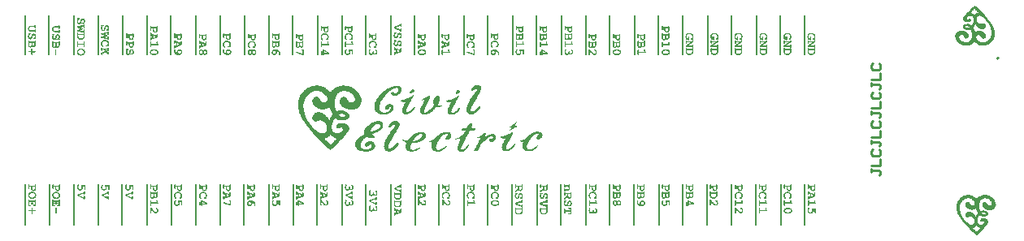
<source format=gto>
G04*
G04 #@! TF.GenerationSoftware,Altium Limited,Altium Designer,18.1.7 (191)*
G04*
G04 Layer_Color=65535*
%FSLAX44Y44*%
%MOMM*%
G71*
G01*
G75*
%ADD10C,0.2000*%
%ADD11C,0.1500*%
%ADD12C,0.2540*%
G36*
X945593Y1252985D02*
X945667Y1252970D01*
X945816Y1252911D01*
X945890Y1252866D01*
X945964Y1252807D01*
X945979Y1252792D01*
X945994Y1252762D01*
X946024Y1252718D01*
X946068Y1252643D01*
X946098Y1252539D01*
X946128Y1252406D01*
X946143Y1252257D01*
X946158Y1252079D01*
Y1248854D01*
X946143Y1248765D01*
X946128Y1248646D01*
X946113Y1248513D01*
X946098Y1248364D01*
X946068Y1248215D01*
X945979Y1247874D01*
X945846Y1247502D01*
X945756Y1247324D01*
X945652Y1247160D01*
X945534Y1246982D01*
X945400Y1246833D01*
X945385Y1246819D01*
X945370Y1246804D01*
X945325Y1246759D01*
X945266Y1246715D01*
X945192Y1246640D01*
X945103Y1246581D01*
X944895Y1246432D01*
X944627Y1246284D01*
X944315Y1246150D01*
X943973Y1246061D01*
X943780Y1246046D01*
X943587Y1246031D01*
X943557D01*
X943483D01*
X943379Y1246046D01*
X943230Y1246061D01*
X943052Y1246105D01*
X942874Y1246150D01*
X942666Y1246224D01*
X942473Y1246313D01*
X942458Y1246328D01*
X942398Y1246343D01*
X942324Y1246403D01*
X942220Y1246462D01*
X942101Y1246566D01*
X941967Y1246670D01*
X941834Y1246819D01*
X941685Y1246982D01*
X941670Y1246997D01*
X941626Y1247056D01*
X941551Y1247160D01*
X941477Y1247279D01*
X941388Y1247428D01*
X941284Y1247591D01*
X941195Y1247770D01*
X941120Y1247963D01*
X941105Y1247978D01*
X941091Y1248052D01*
X941061Y1248156D01*
X941031Y1248305D01*
X940987Y1248498D01*
X940957Y1248721D01*
X940942Y1248973D01*
X940927Y1249270D01*
Y1250533D01*
X939545D01*
Y1249092D01*
X939530Y1249003D01*
X939516Y1248899D01*
X939471Y1248661D01*
X939412Y1248557D01*
X939352Y1248468D01*
X939337Y1248453D01*
X939323Y1248438D01*
X939278Y1248409D01*
X939233Y1248364D01*
X939070Y1248290D01*
X938981Y1248275D01*
X938877Y1248260D01*
X938862D01*
X938832D01*
X938773Y1248275D01*
X938698Y1248290D01*
X938535Y1248349D01*
X938461Y1248394D01*
X938386Y1248468D01*
Y1248483D01*
X938357Y1248513D01*
X938327Y1248557D01*
X938297Y1248631D01*
X938268Y1248736D01*
X938238Y1248854D01*
X938223Y1249003D01*
X938208Y1249181D01*
Y1252168D01*
X938223Y1252257D01*
X938238Y1252361D01*
X938282Y1252599D01*
X938327Y1252718D01*
X938386Y1252807D01*
X938401Y1252822D01*
X938416Y1252837D01*
X938461Y1252866D01*
X938520Y1252896D01*
X938669Y1252970D01*
X938773Y1252985D01*
X938877Y1253000D01*
X938892D01*
X938921D01*
X938981Y1252985D01*
X939055Y1252970D01*
X939204Y1252911D01*
X939278Y1252866D01*
X939352Y1252807D01*
X939367Y1252792D01*
X939382Y1252762D01*
X939412Y1252718D01*
X939456Y1252643D01*
X939486Y1252539D01*
X939516Y1252406D01*
X939530Y1252257D01*
X939545Y1252079D01*
Y1251871D01*
X944820D01*
Y1252168D01*
X944835Y1252257D01*
X944850Y1252361D01*
X944895Y1252599D01*
X944939Y1252718D01*
X944999Y1252807D01*
X945014Y1252822D01*
X945028Y1252837D01*
X945073Y1252866D01*
X945132Y1252896D01*
X945281Y1252970D01*
X945385Y1252985D01*
X945489Y1253000D01*
X945504D01*
X945534D01*
X945593Y1252985D01*
D02*
G37*
G36*
X942368Y1245437D02*
X942502D01*
X942666Y1245407D01*
X942859Y1245377D01*
X943082Y1245348D01*
X943305Y1245288D01*
X943557Y1245214D01*
X943825Y1245125D01*
X944077Y1245021D01*
X944345Y1244887D01*
X944612Y1244738D01*
X944880Y1244560D01*
X945132Y1244367D01*
X945370Y1244129D01*
X945385Y1244114D01*
X945415Y1244085D01*
X945459Y1244025D01*
X945534Y1243936D01*
X945608Y1243832D01*
X945682Y1243713D01*
X945771Y1243579D01*
X945875Y1243416D01*
X945964Y1243252D01*
X946054Y1243059D01*
X946217Y1242643D01*
X946276Y1242420D01*
X946321Y1242197D01*
X946351Y1241960D01*
X946366Y1241707D01*
Y1241633D01*
X946351Y1241559D01*
Y1241454D01*
X946336Y1241321D01*
X946306Y1241172D01*
X946262Y1241009D01*
X946217Y1240816D01*
X946158Y1240622D01*
X946068Y1240400D01*
X945979Y1240191D01*
X945860Y1239969D01*
X945727Y1239746D01*
X945563Y1239508D01*
X945370Y1239285D01*
X945162Y1239077D01*
X945147Y1239062D01*
X945103Y1239033D01*
X945043Y1238973D01*
X944954Y1238899D01*
X944835Y1238810D01*
X944687Y1238720D01*
X944523Y1238616D01*
X944345Y1238498D01*
X944137Y1238394D01*
X943914Y1238290D01*
X943661Y1238200D01*
X943394Y1238111D01*
X943126Y1238037D01*
X942814Y1237978D01*
X942502Y1237948D01*
X942175Y1237933D01*
X942160D01*
X942101D01*
X941997D01*
X941878Y1237948D01*
X941730Y1237963D01*
X941551Y1237992D01*
X941343Y1238022D01*
X941135Y1238082D01*
X940898Y1238141D01*
X940660Y1238215D01*
X940407Y1238304D01*
X940155Y1238408D01*
X939902Y1238542D01*
X939664Y1238706D01*
X939412Y1238869D01*
X939189Y1239077D01*
X939174Y1239092D01*
X939144Y1239122D01*
X939085Y1239196D01*
X939010Y1239270D01*
X938906Y1239389D01*
X938817Y1239508D01*
X938698Y1239657D01*
X938594Y1239835D01*
X938490Y1240013D01*
X938372Y1240221D01*
X938282Y1240429D01*
X938193Y1240667D01*
X938104Y1240905D01*
X938045Y1241157D01*
X938015Y1241425D01*
X938000Y1241707D01*
Y1241841D01*
X938015Y1241930D01*
X938030Y1242049D01*
X938059Y1242183D01*
X938089Y1242346D01*
X938119Y1242510D01*
X938238Y1242881D01*
X938312Y1243089D01*
X938416Y1243297D01*
X938520Y1243505D01*
X938654Y1243713D01*
X938802Y1243921D01*
X938981Y1244129D01*
X938996Y1244144D01*
X939040Y1244189D01*
X939114Y1244248D01*
X939204Y1244337D01*
X939323Y1244441D01*
X939471Y1244545D01*
X939649Y1244664D01*
X939843Y1244783D01*
X940065Y1244917D01*
X940303Y1245036D01*
X940571Y1245140D01*
X940853Y1245244D01*
X941150Y1245333D01*
X941477Y1245392D01*
X941819Y1245437D01*
X942175Y1245452D01*
X942205D01*
X942264D01*
X942368Y1245437D01*
D02*
G37*
G36*
X945593Y1237472D02*
X945667Y1237458D01*
X945816Y1237398D01*
X945890Y1237354D01*
X945964Y1237294D01*
X945979Y1237279D01*
X945994Y1237249D01*
X946024Y1237205D01*
X946068Y1237131D01*
X946098Y1237027D01*
X946128Y1236893D01*
X946143Y1236744D01*
X946158Y1236566D01*
X946143Y1230548D01*
X944122D01*
X944107D01*
X944033D01*
X943944Y1230563D01*
X943840Y1230578D01*
X943602Y1230622D01*
X943483Y1230682D01*
X943394Y1230741D01*
X943379Y1230756D01*
X943364Y1230771D01*
X943334Y1230816D01*
X943305Y1230860D01*
X943230Y1231023D01*
X943215Y1231113D01*
X943201Y1231217D01*
Y1231261D01*
X943215Y1231321D01*
X943230Y1231395D01*
X943290Y1231558D01*
X943334Y1231633D01*
X943394Y1231707D01*
X943409D01*
X943438Y1231737D01*
X943483Y1231767D01*
X943557Y1231796D01*
X943661Y1231826D01*
X943795Y1231856D01*
X943944Y1231870D01*
X944122Y1231885D01*
X944820D01*
Y1235021D01*
X942844D01*
Y1233847D01*
X942874D01*
X942918D01*
X943008D01*
X943111Y1233832D01*
X943334Y1233802D01*
X943423Y1233772D01*
X943483Y1233728D01*
X943498Y1233713D01*
X943528Y1233683D01*
X943572Y1233639D01*
X943632Y1233564D01*
X943721Y1233401D01*
X943750Y1233297D01*
X943765Y1233178D01*
Y1233133D01*
X943750Y1233074D01*
X943736Y1233000D01*
X943676Y1232851D01*
X943632Y1232777D01*
X943557Y1232703D01*
X943542Y1232688D01*
X943513Y1232673D01*
X943468Y1232643D01*
X943394Y1232599D01*
X943290Y1232569D01*
X943171Y1232539D01*
X943022Y1232524D01*
X942844Y1232509D01*
X941507D01*
X941492D01*
X941418D01*
X941328D01*
X941224Y1232524D01*
X941120Y1232539D01*
X941016Y1232569D01*
X940927Y1232599D01*
X940853Y1232643D01*
X940838Y1232658D01*
X940808Y1232688D01*
X940764Y1232732D01*
X940719Y1232792D01*
X940630Y1232970D01*
X940600Y1233074D01*
X940585Y1233178D01*
Y1233223D01*
X940600Y1233282D01*
X940615Y1233356D01*
X940645Y1233446D01*
X940704Y1233535D01*
X940764Y1233639D01*
X940853Y1233728D01*
X940883Y1233743D01*
X940927Y1233758D01*
X940987Y1233787D01*
X941076Y1233802D01*
X941180Y1233832D01*
X941328Y1233847D01*
X941507D01*
Y1235021D01*
X939545D01*
Y1231603D01*
X940273D01*
X940303D01*
X940363D01*
X940452Y1231588D01*
X940556Y1231573D01*
X940794Y1231529D01*
X940898Y1231484D01*
X940987Y1231425D01*
X941002Y1231410D01*
X941016Y1231395D01*
X941046Y1231350D01*
X941091Y1231291D01*
X941165Y1231142D01*
X941180Y1231038D01*
X941195Y1230934D01*
Y1230890D01*
X941180Y1230830D01*
X941165Y1230756D01*
X941105Y1230608D01*
X941061Y1230533D01*
X940987Y1230459D01*
X940972Y1230444D01*
X940942Y1230429D01*
X940898Y1230399D01*
X940823Y1230355D01*
X940719Y1230325D01*
X940600Y1230295D01*
X940452Y1230281D01*
X940273Y1230266D01*
X938208D01*
Y1236655D01*
X938223Y1236744D01*
X938238Y1236848D01*
X938282Y1237086D01*
X938327Y1237205D01*
X938386Y1237294D01*
X938401Y1237309D01*
X938416Y1237324D01*
X938461Y1237354D01*
X938520Y1237383D01*
X938669Y1237458D01*
X938773Y1237472D01*
X938877Y1237487D01*
X938892D01*
X938921D01*
X938981Y1237472D01*
X939055Y1237458D01*
X939204Y1237398D01*
X939278Y1237354D01*
X939352Y1237294D01*
X939367Y1237279D01*
X939382Y1237249D01*
X939412Y1237205D01*
X939456Y1237131D01*
X939486Y1237027D01*
X939516Y1236893D01*
X939530Y1236744D01*
X939545Y1236566D01*
Y1236358D01*
X944820D01*
Y1236655D01*
X944835Y1236744D01*
X944850Y1236848D01*
X944895Y1237086D01*
X944939Y1237205D01*
X944999Y1237294D01*
X945014Y1237309D01*
X945028Y1237324D01*
X945073Y1237354D01*
X945132Y1237383D01*
X945281Y1237458D01*
X945385Y1237472D01*
X945489Y1237487D01*
X945504D01*
X945534D01*
X945593Y1237472D01*
D02*
G37*
G36*
X942131Y1229062D02*
X942205Y1229047D01*
X942354Y1228988D01*
X942428Y1228943D01*
X942502Y1228884D01*
X942517Y1228869D01*
X942532Y1228839D01*
X942562Y1228795D01*
X942606Y1228720D01*
X942636Y1228616D01*
X942666Y1228497D01*
X942681Y1228349D01*
X942695Y1228186D01*
Y1226254D01*
X944924D01*
X944939D01*
X944999D01*
X945088Y1226239D01*
X945192Y1226224D01*
X945415Y1226180D01*
X945519Y1226135D01*
X945608Y1226076D01*
X945623Y1226061D01*
X945638Y1226046D01*
X945682Y1226001D01*
X945727Y1225942D01*
X945801Y1225793D01*
X945816Y1225689D01*
X945831Y1225585D01*
Y1225541D01*
X945816Y1225481D01*
X945801Y1225407D01*
X945742Y1225258D01*
X945697Y1225184D01*
X945623Y1225110D01*
X945608Y1225095D01*
X945578Y1225080D01*
X945534Y1225050D01*
X945459Y1225006D01*
X945355Y1224976D01*
X945236Y1224946D01*
X945103Y1224931D01*
X944924Y1224917D01*
X942695Y1224931D01*
Y1222940D01*
X942681Y1222851D01*
X942666Y1222747D01*
X942621Y1222509D01*
X942562Y1222405D01*
X942502Y1222316D01*
X942487Y1222301D01*
X942473Y1222286D01*
X942428Y1222257D01*
X942383Y1222212D01*
X942220Y1222138D01*
X942131Y1222123D01*
X942027Y1222108D01*
X942012D01*
X941982D01*
X941923Y1222123D01*
X941849Y1222138D01*
X941700Y1222197D01*
X941611Y1222242D01*
X941536Y1222316D01*
Y1222331D01*
X941507Y1222361D01*
X941477Y1222405D01*
X941447Y1222480D01*
X941418Y1222584D01*
X941388Y1222702D01*
X941373Y1222836D01*
X941358Y1223015D01*
Y1224931D01*
X939100D01*
X939085D01*
X939025D01*
X938936Y1224946D01*
X938832Y1224961D01*
X938594Y1225006D01*
X938490Y1225065D01*
X938401Y1225125D01*
X938386Y1225139D01*
X938372Y1225154D01*
X938342Y1225199D01*
X938312Y1225243D01*
X938238Y1225407D01*
X938223Y1225496D01*
X938208Y1225600D01*
Y1225645D01*
X938223Y1225704D01*
X938238Y1225763D01*
X938297Y1225927D01*
X938342Y1226001D01*
X938401Y1226076D01*
X938416D01*
X938446Y1226105D01*
X938490Y1226135D01*
X938565Y1226165D01*
X938669Y1226194D01*
X938788Y1226224D01*
X938936Y1226239D01*
X939100Y1226254D01*
X941358D01*
Y1228260D01*
X941373Y1228349D01*
X941388Y1228453D01*
X941432Y1228691D01*
X941477Y1228795D01*
X941536Y1228884D01*
X941551Y1228899D01*
X941566Y1228913D01*
X941611Y1228943D01*
X941670Y1228973D01*
X941819Y1229047D01*
X941923Y1229062D01*
X942027Y1229077D01*
X942042D01*
X942071D01*
X942131Y1229062D01*
D02*
G37*
G36*
X1199378Y1410612D02*
X1199452Y1410597D01*
X1199601Y1410537D01*
X1199675Y1410493D01*
X1199750Y1410433D01*
X1199764Y1410419D01*
X1199779Y1410389D01*
X1199809Y1410344D01*
X1199854Y1410270D01*
X1199883Y1410166D01*
X1199913Y1410032D01*
X1199928Y1409884D01*
X1199943Y1409705D01*
Y1406481D01*
X1199928Y1406392D01*
X1199913Y1406273D01*
X1199898Y1406139D01*
X1199883Y1405991D01*
X1199854Y1405842D01*
X1199764Y1405500D01*
X1199631Y1405129D01*
X1199541Y1404951D01*
X1199437Y1404787D01*
X1199319Y1404609D01*
X1199185Y1404460D01*
X1199170Y1404445D01*
X1199155Y1404430D01*
X1199111Y1404386D01*
X1199051Y1404341D01*
X1198977Y1404267D01*
X1198888Y1404207D01*
X1198680Y1404059D01*
X1198412Y1403910D01*
X1198100Y1403777D01*
X1197758Y1403687D01*
X1197565Y1403673D01*
X1197372Y1403658D01*
X1197342D01*
X1197268D01*
X1197164Y1403673D01*
X1197016Y1403687D01*
X1196837Y1403732D01*
X1196659Y1403777D01*
X1196451Y1403851D01*
X1196258Y1403940D01*
X1196243Y1403955D01*
X1196183Y1403970D01*
X1196109Y1404029D01*
X1196005Y1404089D01*
X1195886Y1404193D01*
X1195752Y1404297D01*
X1195619Y1404445D01*
X1195470Y1404609D01*
X1195455Y1404624D01*
X1195411Y1404683D01*
X1195336Y1404787D01*
X1195262Y1404906D01*
X1195173Y1405054D01*
X1195069Y1405218D01*
X1194980Y1405396D01*
X1194905Y1405589D01*
X1194891Y1405604D01*
X1194876Y1405679D01*
X1194846Y1405783D01*
X1194816Y1405931D01*
X1194772Y1406124D01*
X1194742Y1406347D01*
X1194727Y1406600D01*
X1194712Y1406897D01*
Y1408160D01*
X1193331D01*
Y1406719D01*
X1193316Y1406629D01*
X1193301Y1406526D01*
X1193256Y1406288D01*
X1193197Y1406184D01*
X1193137Y1406095D01*
X1193122Y1406080D01*
X1193108Y1406065D01*
X1193063Y1406035D01*
X1193018Y1405991D01*
X1192855Y1405916D01*
X1192766Y1405901D01*
X1192662Y1405887D01*
X1192647D01*
X1192617D01*
X1192558Y1405901D01*
X1192484Y1405916D01*
X1192320Y1405976D01*
X1192246Y1406020D01*
X1192171Y1406095D01*
Y1406109D01*
X1192142Y1406139D01*
X1192112Y1406184D01*
X1192082Y1406258D01*
X1192053Y1406362D01*
X1192023Y1406481D01*
X1192008Y1406629D01*
X1191993Y1406808D01*
Y1409794D01*
X1192008Y1409884D01*
X1192023Y1409988D01*
X1192067Y1410225D01*
X1192112Y1410344D01*
X1192171Y1410433D01*
X1192186Y1410448D01*
X1192201Y1410463D01*
X1192246Y1410493D01*
X1192305Y1410523D01*
X1192454Y1410597D01*
X1192558Y1410612D01*
X1192662Y1410627D01*
X1192677D01*
X1192706D01*
X1192766Y1410612D01*
X1192840Y1410597D01*
X1192989Y1410537D01*
X1193063Y1410493D01*
X1193137Y1410433D01*
X1193152Y1410419D01*
X1193167Y1410389D01*
X1193197Y1410344D01*
X1193241Y1410270D01*
X1193271Y1410166D01*
X1193301Y1410032D01*
X1193316Y1409884D01*
X1193331Y1409705D01*
Y1409497D01*
X1198605D01*
Y1409794D01*
X1198620Y1409884D01*
X1198635Y1409988D01*
X1198680Y1410225D01*
X1198724Y1410344D01*
X1198784Y1410433D01*
X1198799Y1410448D01*
X1198813Y1410463D01*
X1198858Y1410493D01*
X1198917Y1410523D01*
X1199066Y1410597D01*
X1199170Y1410612D01*
X1199274Y1410627D01*
X1199289D01*
X1199319D01*
X1199378Y1410612D01*
D02*
G37*
G36*
Y1403167D02*
X1199452Y1403152D01*
X1199601Y1403093D01*
X1199675Y1403049D01*
X1199750Y1402989D01*
X1199764Y1402974D01*
X1199779Y1402944D01*
X1199809Y1402900D01*
X1199854Y1402826D01*
X1199883Y1402722D01*
X1199913Y1402588D01*
X1199928Y1402439D01*
X1199943Y1402261D01*
Y1398784D01*
X1199928Y1398695D01*
Y1398591D01*
X1199913Y1398472D01*
X1199854Y1398204D01*
X1199779Y1397892D01*
X1199660Y1397565D01*
X1199482Y1397254D01*
X1199378Y1397105D01*
X1199259Y1396956D01*
Y1396942D01*
X1199230Y1396927D01*
X1199140Y1396837D01*
X1199007Y1396719D01*
X1198813Y1396585D01*
X1198576Y1396451D01*
X1198308Y1396332D01*
X1197996Y1396243D01*
X1197833Y1396228D01*
X1197669Y1396213D01*
X1197654D01*
X1197595D01*
X1197506Y1396228D01*
X1197402D01*
X1197268Y1396258D01*
X1197134Y1396288D01*
X1196986Y1396332D01*
X1196837Y1396392D01*
X1196822D01*
X1196778Y1396421D01*
X1196703Y1396466D01*
X1196600Y1396510D01*
X1196495Y1396585D01*
X1196377Y1396674D01*
X1196243Y1396778D01*
X1196124Y1396897D01*
X1196109Y1396867D01*
X1196050Y1396793D01*
X1195975Y1396689D01*
X1195871Y1396540D01*
X1195738Y1396392D01*
X1195589Y1396243D01*
X1195411Y1396095D01*
X1195232Y1395961D01*
X1195203Y1395946D01*
X1195143Y1395916D01*
X1195039Y1395857D01*
X1194905Y1395797D01*
X1194727Y1395738D01*
X1194534Y1395678D01*
X1194326Y1395649D01*
X1194088Y1395634D01*
X1194059D01*
X1193999D01*
X1193895Y1395649D01*
X1193776Y1395664D01*
X1193628Y1395693D01*
X1193464Y1395738D01*
X1193301Y1395797D01*
X1193137Y1395872D01*
X1193122D01*
X1193078Y1395901D01*
X1193018Y1395931D01*
X1192944Y1395990D01*
X1192781Y1396109D01*
X1192602Y1396288D01*
X1192588Y1396302D01*
X1192558Y1396347D01*
X1192513Y1396421D01*
X1192454Y1396525D01*
X1192380Y1396644D01*
X1192305Y1396778D01*
X1192231Y1396942D01*
X1192157Y1397120D01*
Y1397135D01*
X1192127Y1397209D01*
X1192112Y1397313D01*
X1192082Y1397447D01*
X1192053Y1397625D01*
X1192023Y1397833D01*
X1192008Y1398056D01*
X1191993Y1398323D01*
Y1402350D01*
X1192008Y1402439D01*
X1192023Y1402543D01*
X1192067Y1402781D01*
X1192112Y1402900D01*
X1192171Y1402989D01*
X1192186Y1403004D01*
X1192201Y1403019D01*
X1192246Y1403049D01*
X1192305Y1403078D01*
X1192454Y1403152D01*
X1192558Y1403167D01*
X1192662Y1403182D01*
X1192677D01*
X1192706D01*
X1192766Y1403167D01*
X1192840Y1403152D01*
X1192989Y1403093D01*
X1193063Y1403049D01*
X1193137Y1402989D01*
X1193152Y1402974D01*
X1193167Y1402944D01*
X1193197Y1402900D01*
X1193241Y1402826D01*
X1193271Y1402722D01*
X1193301Y1402588D01*
X1193316Y1402439D01*
X1193331Y1402261D01*
Y1402053D01*
X1198605D01*
Y1402350D01*
X1198620Y1402439D01*
X1198635Y1402543D01*
X1198680Y1402781D01*
X1198724Y1402900D01*
X1198784Y1402989D01*
X1198799Y1403004D01*
X1198813Y1403019D01*
X1198858Y1403049D01*
X1198917Y1403078D01*
X1199066Y1403152D01*
X1199170Y1403167D01*
X1199274Y1403182D01*
X1199289D01*
X1199319D01*
X1199378Y1403167D01*
D02*
G37*
G36*
X1196332Y1393866D02*
X1196466D01*
X1196614Y1393851D01*
X1196778Y1393821D01*
X1196956Y1393791D01*
X1197357Y1393717D01*
X1197773Y1393598D01*
X1198204Y1393420D01*
X1198397Y1393316D01*
X1198591Y1393197D01*
X1198605Y1393182D01*
X1198635Y1393167D01*
X1198680Y1393123D01*
X1198754Y1393078D01*
X1198843Y1393004D01*
X1198932Y1392930D01*
X1199155Y1392736D01*
X1199408Y1392499D01*
X1199660Y1392231D01*
X1199913Y1391919D01*
X1200136Y1391592D01*
Y1391577D01*
X1200166Y1391548D01*
X1200195Y1391503D01*
X1200225Y1391429D01*
X1200270Y1391340D01*
X1200314Y1391236D01*
X1200418Y1390998D01*
X1200522Y1390701D01*
X1200611Y1390359D01*
X1200671Y1390002D01*
X1200701Y1389616D01*
Y1389482D01*
X1200686Y1389334D01*
X1200656Y1389155D01*
X1200626Y1388947D01*
X1200567Y1388724D01*
X1200478Y1388531D01*
X1200374Y1388338D01*
X1200359Y1388323D01*
X1200329Y1388293D01*
X1200285Y1388249D01*
X1200225Y1388190D01*
X1200136Y1388130D01*
X1200047Y1388085D01*
X1199928Y1388056D01*
X1199809Y1388041D01*
X1199794D01*
X1199764D01*
X1199705Y1388056D01*
X1199631Y1388071D01*
X1199467Y1388130D01*
X1199393Y1388175D01*
X1199304Y1388249D01*
X1199289Y1388264D01*
X1199274Y1388279D01*
X1199244Y1388323D01*
X1199215Y1388383D01*
X1199140Y1388531D01*
X1199126Y1388620D01*
X1199111Y1388724D01*
Y1388754D01*
X1199126Y1388828D01*
X1199185Y1388977D01*
X1199215Y1389066D01*
X1199274Y1389170D01*
Y1389185D01*
X1199289Y1389200D01*
X1199333Y1389274D01*
X1199363Y1389393D01*
X1199378Y1389512D01*
Y1389616D01*
X1199363Y1389750D01*
X1199333Y1389913D01*
X1199289Y1390121D01*
X1199215Y1390344D01*
X1199126Y1390597D01*
X1199007Y1390849D01*
X1198992Y1390879D01*
X1198932Y1390968D01*
X1198858Y1391087D01*
X1198739Y1391250D01*
X1198576Y1391444D01*
X1198382Y1391637D01*
X1198160Y1391845D01*
X1197892Y1392038D01*
X1197862Y1392053D01*
X1197803Y1392097D01*
X1197684Y1392157D01*
X1197536Y1392231D01*
X1197342Y1392320D01*
X1197120Y1392395D01*
X1196867Y1392484D01*
X1196585Y1392543D01*
X1196600Y1392528D01*
X1196644Y1392454D01*
X1196718Y1392365D01*
X1196807Y1392246D01*
X1196911Y1392112D01*
X1197001Y1391949D01*
X1197105Y1391785D01*
X1197179Y1391622D01*
X1197194Y1391607D01*
X1197209Y1391548D01*
X1197238Y1391458D01*
X1197283Y1391340D01*
X1197313Y1391191D01*
X1197342Y1391042D01*
X1197357Y1390864D01*
X1197372Y1390686D01*
Y1390582D01*
X1197357Y1390508D01*
X1197342Y1390418D01*
X1197328Y1390314D01*
X1197268Y1390062D01*
X1197164Y1389765D01*
X1197105Y1389616D01*
X1197016Y1389453D01*
X1196911Y1389304D01*
X1196807Y1389140D01*
X1196674Y1388977D01*
X1196525Y1388828D01*
X1196510Y1388814D01*
X1196481Y1388799D01*
X1196436Y1388754D01*
X1196377Y1388710D01*
X1196287Y1388635D01*
X1196198Y1388576D01*
X1196079Y1388501D01*
X1195946Y1388427D01*
X1195634Y1388279D01*
X1195277Y1388145D01*
X1194876Y1388056D01*
X1194653Y1388041D01*
X1194415Y1388026D01*
X1194400D01*
X1194371D01*
X1194296D01*
X1194222Y1388041D01*
X1194118D01*
X1193999Y1388071D01*
X1193732Y1388115D01*
X1193435Y1388204D01*
X1193122Y1388338D01*
X1192959Y1388427D01*
X1192810Y1388516D01*
X1192662Y1388635D01*
X1192513Y1388769D01*
X1192498Y1388784D01*
X1192484Y1388799D01*
X1192454Y1388843D01*
X1192409Y1388903D01*
X1192350Y1388977D01*
X1192290Y1389066D01*
X1192231Y1389170D01*
X1192157Y1389304D01*
X1192023Y1389586D01*
X1191919Y1389928D01*
X1191830Y1390329D01*
X1191815Y1390537D01*
X1191800Y1390775D01*
Y1390879D01*
X1191815Y1390953D01*
Y1391042D01*
X1191830Y1391146D01*
X1191859Y1391384D01*
X1191919Y1391667D01*
X1192008Y1391949D01*
X1192127Y1392246D01*
X1192290Y1392513D01*
X1192320Y1392543D01*
X1192380Y1392632D01*
X1192498Y1392751D01*
X1192662Y1392900D01*
X1192870Y1393063D01*
X1193137Y1393227D01*
X1193435Y1393390D01*
X1193791Y1393539D01*
X1193806D01*
X1193836Y1393554D01*
X1193895Y1393569D01*
X1193969Y1393598D01*
X1194073Y1393613D01*
X1194177Y1393643D01*
X1194311Y1393672D01*
X1194460Y1393702D01*
X1194801Y1393777D01*
X1195188Y1393821D01*
X1195619Y1393866D01*
X1196079Y1393880D01*
X1196094D01*
X1196154D01*
X1196228D01*
X1196332Y1393866D01*
D02*
G37*
G36*
X970393Y1418948D02*
X970467Y1418933D01*
X970616Y1418873D01*
X970690Y1418829D01*
X970764Y1418769D01*
X970779Y1418754D01*
X970794Y1418725D01*
X970824Y1418680D01*
X970868Y1418606D01*
X970898Y1418502D01*
X970928Y1418368D01*
X970943Y1418219D01*
X970958Y1418041D01*
Y1416139D01*
X970943Y1416065D01*
X970928Y1415976D01*
X970883Y1415768D01*
X970824Y1415664D01*
X970764Y1415575D01*
X970750Y1415560D01*
X970735Y1415545D01*
X970690Y1415515D01*
X970646Y1415471D01*
X970482Y1415396D01*
X970393Y1415381D01*
X970289Y1415367D01*
X970274D01*
X970244D01*
X970185Y1415381D01*
X970111Y1415396D01*
X969947Y1415456D01*
X969873Y1415500D01*
X969799Y1415575D01*
Y1415589D01*
X969769Y1415619D01*
X969739Y1415664D01*
X969709Y1415738D01*
X969680Y1415827D01*
X969650Y1415931D01*
X969635Y1416065D01*
X969620Y1416214D01*
Y1416704D01*
X965668D01*
X965638D01*
X965564Y1416689D01*
X965445Y1416674D01*
X965311Y1416644D01*
X965133Y1416585D01*
X964955Y1416496D01*
X964776Y1416362D01*
X964598Y1416199D01*
X964583Y1416169D01*
X964524Y1416110D01*
X964449Y1416006D01*
X964375Y1415857D01*
X964286Y1415679D01*
X964212Y1415471D01*
X964152Y1415233D01*
X964137Y1414980D01*
Y1414906D01*
X964152Y1414802D01*
X964167Y1414683D01*
X964197Y1414549D01*
X964227Y1414401D01*
X964286Y1414252D01*
X964360Y1414089D01*
X964375Y1414074D01*
X964405Y1414014D01*
X964449Y1413940D01*
X964524Y1413851D01*
X964613Y1413747D01*
X964732Y1413628D01*
X964850Y1413524D01*
X964999Y1413420D01*
X965014Y1413405D01*
X965044Y1413390D01*
X965103Y1413361D01*
X965192Y1413331D01*
X965282Y1413301D01*
X965400Y1413271D01*
X965534Y1413242D01*
X965668D01*
X969620D01*
Y1413806D01*
X969635Y1413881D01*
X969650Y1413985D01*
X969695Y1414193D01*
X969739Y1414297D01*
X969799Y1414386D01*
X969814Y1414401D01*
X969828Y1414416D01*
X969873Y1414445D01*
X969932Y1414475D01*
X970081Y1414549D01*
X970185Y1414564D01*
X970289Y1414579D01*
X970304D01*
X970333D01*
X970393Y1414564D01*
X970467Y1414549D01*
X970616Y1414490D01*
X970690Y1414445D01*
X970764Y1414386D01*
X970779Y1414371D01*
X970794Y1414341D01*
X970824Y1414297D01*
X970868Y1414223D01*
X970898Y1414133D01*
X970928Y1414014D01*
X970943Y1413881D01*
X970958Y1413732D01*
Y1411815D01*
X970943Y1411726D01*
X970928Y1411622D01*
X970883Y1411384D01*
X970824Y1411280D01*
X970764Y1411191D01*
X970750Y1411176D01*
X970735Y1411161D01*
X970690Y1411132D01*
X970646Y1411087D01*
X970482Y1411013D01*
X970393Y1410998D01*
X970289Y1410983D01*
X970274D01*
X970244D01*
X970185Y1410998D01*
X970111Y1411013D01*
X969947Y1411072D01*
X969873Y1411117D01*
X969799Y1411191D01*
Y1411206D01*
X969769Y1411236D01*
X969739Y1411280D01*
X969709Y1411355D01*
X969680Y1411459D01*
X969650Y1411578D01*
X969635Y1411726D01*
X969620Y1411904D01*
X965787D01*
X965772D01*
X965727D01*
X965668D01*
X965579Y1411919D01*
X965475Y1411934D01*
X965341Y1411949D01*
X965207Y1411979D01*
X965059Y1412023D01*
X964717Y1412127D01*
X964538Y1412202D01*
X964360Y1412291D01*
X964182Y1412395D01*
X964004Y1412514D01*
X963825Y1412647D01*
X963662Y1412811D01*
X963647Y1412826D01*
X963632Y1412855D01*
X963587Y1412900D01*
X963528Y1412974D01*
X963469Y1413049D01*
X963394Y1413153D01*
X963305Y1413271D01*
X963231Y1413420D01*
X963067Y1413732D01*
X962934Y1414089D01*
X962874Y1414297D01*
X962845Y1414505D01*
X962815Y1414728D01*
X962800Y1414965D01*
Y1415069D01*
X962815Y1415188D01*
X962830Y1415352D01*
X962845Y1415530D01*
X962889Y1415723D01*
X962934Y1415931D01*
X963008Y1416139D01*
X963023Y1416169D01*
X963053Y1416228D01*
X963097Y1416332D01*
X963171Y1416466D01*
X963261Y1416630D01*
X963380Y1416793D01*
X963513Y1416956D01*
X963662Y1417135D01*
X963677Y1417150D01*
X963736Y1417209D01*
X963825Y1417283D01*
X963929Y1417373D01*
X964063Y1417491D01*
X964227Y1417596D01*
X964390Y1417699D01*
X964553Y1417803D01*
X964568Y1417818D01*
X964642Y1417833D01*
X964746Y1417878D01*
X964880Y1417922D01*
X965059Y1417967D01*
X965267Y1417997D01*
X965519Y1418026D01*
X965787Y1418041D01*
X969620D01*
Y1418130D01*
X969635Y1418219D01*
X969650Y1418324D01*
X969695Y1418561D01*
X969739Y1418680D01*
X969799Y1418769D01*
X969814Y1418784D01*
X969828Y1418799D01*
X969873Y1418829D01*
X969932Y1418858D01*
X970081Y1418933D01*
X970185Y1418948D01*
X970289Y1418963D01*
X970304D01*
X970333D01*
X970393Y1418948D01*
D02*
G37*
G36*
X964955Y1410121D02*
X965059Y1410107D01*
X965296Y1410062D01*
X965400Y1410017D01*
X965490Y1409958D01*
X965504Y1409943D01*
X965519Y1409928D01*
X965549Y1409884D01*
X965593Y1409824D01*
X965668Y1409676D01*
X965683Y1409572D01*
X965697Y1409468D01*
Y1409378D01*
X965683Y1409334D01*
X965638Y1409200D01*
X965564Y1409066D01*
Y1409052D01*
X965534Y1409037D01*
X965475Y1408977D01*
X965415Y1408933D01*
X965341Y1408903D01*
X965252Y1408858D01*
X965148Y1408829D01*
X965133D01*
X965103Y1408814D01*
X965044Y1408799D01*
X964984Y1408769D01*
X964850Y1408710D01*
X964791Y1408680D01*
X964746Y1408636D01*
X964732Y1408621D01*
X964717Y1408606D01*
X964672Y1408546D01*
X964628Y1408487D01*
X964568Y1408398D01*
X964494Y1408279D01*
X964420Y1408130D01*
X964345Y1407967D01*
X964331Y1407937D01*
X964316Y1407878D01*
X964286Y1407789D01*
X964241Y1407655D01*
X964197Y1407491D01*
X964167Y1407313D01*
X964152Y1407120D01*
X964137Y1406912D01*
Y1406763D01*
X964167Y1406600D01*
X964197Y1406392D01*
X964241Y1406154D01*
X964316Y1405901D01*
X964420Y1405649D01*
X964553Y1405426D01*
X964568Y1405411D01*
X964598Y1405367D01*
X964657Y1405307D01*
X964732Y1405233D01*
X964821Y1405173D01*
X964925Y1405114D01*
X965059Y1405069D01*
X965192Y1405054D01*
X965207D01*
X965237D01*
X965282Y1405069D01*
X965341D01*
X965490Y1405129D01*
X965564Y1405173D01*
X965653Y1405233D01*
X965668Y1405248D01*
X965697Y1405262D01*
X965727Y1405307D01*
X965787Y1405367D01*
X965846Y1405456D01*
X965906Y1405545D01*
X965965Y1405679D01*
X966024Y1405812D01*
Y1405827D01*
X966039Y1405872D01*
X966069Y1405946D01*
X966099Y1406065D01*
X966143Y1406214D01*
X966188Y1406422D01*
X966232Y1406674D01*
X966262Y1406823D01*
X966292Y1406986D01*
Y1407001D01*
X966307Y1407031D01*
Y1407090D01*
X966336Y1407164D01*
X966351Y1407254D01*
X966366Y1407358D01*
X966426Y1407610D01*
X966500Y1407878D01*
X966589Y1408145D01*
X966678Y1408413D01*
X966782Y1408650D01*
X966797Y1408680D01*
X966842Y1408739D01*
X966901Y1408844D01*
X966990Y1408962D01*
X967109Y1409111D01*
X967258Y1409245D01*
X967421Y1409393D01*
X967599Y1409527D01*
X967629Y1409542D01*
X967689Y1409572D01*
X967807Y1409631D01*
X967941Y1409691D01*
X968120Y1409750D01*
X968313Y1409809D01*
X968521Y1409839D01*
X968744Y1409854D01*
X968758D01*
X968788D01*
X968833D01*
X968907Y1409839D01*
X968996Y1409824D01*
X969085Y1409809D01*
X969323Y1409750D01*
X969576Y1409661D01*
X969873Y1409512D01*
X970007Y1409423D01*
X970155Y1409319D01*
X970304Y1409185D01*
X970437Y1409052D01*
X970452Y1409037D01*
X970467Y1409007D01*
X970512Y1408962D01*
X970556Y1408903D01*
X970601Y1408829D01*
X970675Y1408725D01*
X970735Y1408621D01*
X970809Y1408487D01*
X970868Y1408353D01*
X970943Y1408190D01*
X971047Y1407833D01*
X971136Y1407432D01*
X971151Y1407209D01*
X971166Y1406971D01*
Y1406778D01*
X971151Y1406659D01*
X971136Y1406511D01*
X971121Y1406347D01*
X971047Y1406020D01*
Y1406005D01*
X971032Y1405946D01*
X971002Y1405857D01*
X970958Y1405753D01*
X970913Y1405619D01*
X970854Y1405485D01*
X970705Y1405203D01*
X970720Y1405188D01*
X970750Y1405159D01*
X970779Y1405114D01*
X970839Y1405040D01*
X970913Y1404876D01*
X970943Y1404787D01*
X970958Y1404683D01*
Y1404638D01*
X970943Y1404579D01*
X970928Y1404505D01*
X970868Y1404356D01*
X970824Y1404267D01*
X970750Y1404193D01*
X970735Y1404178D01*
X970705Y1404163D01*
X970660Y1404133D01*
X970586Y1404089D01*
X970497Y1404059D01*
X970378Y1404029D01*
X970229Y1404014D01*
X970066Y1403999D01*
X969056D01*
X969041D01*
X968981D01*
X968892Y1404014D01*
X968788Y1404029D01*
X968550Y1404074D01*
X968446Y1404133D01*
X968357Y1404193D01*
X968342Y1404207D01*
X968328Y1404222D01*
X968298Y1404267D01*
X968268Y1404326D01*
X968194Y1404475D01*
X968179Y1404564D01*
X968164Y1404668D01*
Y1404713D01*
X968179Y1404757D01*
Y1404817D01*
X968223Y1404965D01*
X968313Y1405114D01*
X968328Y1405129D01*
X968357Y1405159D01*
X968402Y1405188D01*
X968461Y1405218D01*
X968536Y1405262D01*
X968625Y1405292D01*
X968744Y1405322D01*
X968758D01*
X968803Y1405337D01*
X968863Y1405352D01*
X968937Y1405367D01*
X969100Y1405426D01*
X969174Y1405456D01*
X969234Y1405500D01*
X969249Y1405515D01*
X969278Y1405530D01*
X969323Y1405574D01*
X969382Y1405649D01*
X969442Y1405723D01*
X969516Y1405827D01*
X969591Y1405946D01*
X969650Y1406080D01*
X969665Y1406095D01*
X969680Y1406139D01*
X969709Y1406228D01*
X969739Y1406332D01*
X969769Y1406451D01*
X969799Y1406600D01*
X969828Y1406778D01*
Y1407075D01*
X969814Y1407209D01*
X969784Y1407372D01*
X969739Y1407551D01*
X969680Y1407744D01*
X969605Y1407937D01*
X969487Y1408101D01*
X969472Y1408115D01*
X969427Y1408160D01*
X969353Y1408234D01*
X969264Y1408309D01*
X969160Y1408383D01*
X969041Y1408457D01*
X968907Y1408502D01*
X968773Y1408517D01*
X968758D01*
X968729D01*
X968684Y1408502D01*
X968625D01*
X968461Y1408442D01*
X968372Y1408413D01*
X968283Y1408353D01*
X968268Y1408338D01*
X968253Y1408323D01*
X968209Y1408279D01*
X968149Y1408219D01*
X968105Y1408145D01*
X968045Y1408071D01*
X967926Y1407848D01*
Y1407833D01*
X967912Y1407803D01*
X967882Y1407729D01*
X967852Y1407610D01*
X967807Y1407447D01*
X967778Y1407343D01*
X967748Y1407224D01*
X967718Y1407090D01*
X967689Y1406942D01*
X967659Y1406778D01*
X967614Y1406600D01*
Y1406585D01*
X967599Y1406555D01*
Y1406496D01*
X967585Y1406422D01*
X967555Y1406347D01*
X967540Y1406243D01*
X967481Y1406005D01*
X967421Y1405753D01*
X967347Y1405485D01*
X967258Y1405233D01*
X967169Y1405010D01*
X967154Y1404980D01*
X967124Y1404921D01*
X967065Y1404817D01*
X966990Y1404683D01*
X966886Y1404549D01*
X966752Y1404386D01*
X966589Y1404237D01*
X966411Y1404089D01*
X966381Y1404074D01*
X966322Y1404029D01*
X966203Y1403970D01*
X966069Y1403896D01*
X965876Y1403836D01*
X965668Y1403777D01*
X965430Y1403732D01*
X965177Y1403717D01*
X965163D01*
X965133D01*
X965088D01*
X965014Y1403732D01*
X964925D01*
X964836Y1403747D01*
X964613Y1403806D01*
X964345Y1403896D01*
X964093Y1404014D01*
X963825Y1404193D01*
X963706Y1404312D01*
X963587Y1404430D01*
X963573Y1404445D01*
X963558Y1404475D01*
X963513Y1404520D01*
X963469Y1404594D01*
X963409Y1404683D01*
X963335Y1404802D01*
X963261Y1404921D01*
X963201Y1405069D01*
X963127Y1405233D01*
X963053Y1405411D01*
X962978Y1405604D01*
X962919Y1405812D01*
X962830Y1406273D01*
X962815Y1406526D01*
X962800Y1406793D01*
Y1406882D01*
X962815Y1407001D01*
Y1407135D01*
X962830Y1407313D01*
X962859Y1407491D01*
X962934Y1407892D01*
Y1407922D01*
X962963Y1407982D01*
X962993Y1408086D01*
X963038Y1408219D01*
X963097Y1408368D01*
X963157Y1408531D01*
X963335Y1408903D01*
X963320D01*
X963305Y1408933D01*
X963216Y1409007D01*
X963127Y1409096D01*
X963082Y1409156D01*
X963053Y1409200D01*
Y1409215D01*
X963038Y1409274D01*
X963023Y1409364D01*
X963008Y1409468D01*
Y1409512D01*
X963023Y1409572D01*
X963038Y1409646D01*
X963097Y1409794D01*
X963142Y1409884D01*
X963201Y1409958D01*
X963216D01*
X963246Y1409988D01*
X963290Y1410017D01*
X963365Y1410047D01*
X963454Y1410077D01*
X963573Y1410107D01*
X963721Y1410121D01*
X963885Y1410136D01*
X964791D01*
X964806D01*
X964865D01*
X964955Y1410121D01*
D02*
G37*
G36*
X970393Y1402737D02*
X970467Y1402722D01*
X970616Y1402662D01*
X970690Y1402618D01*
X970764Y1402558D01*
X970779Y1402543D01*
X970794Y1402514D01*
X970824Y1402469D01*
X970868Y1402395D01*
X970898Y1402291D01*
X970928Y1402157D01*
X970943Y1402008D01*
X970958Y1401830D01*
Y1398353D01*
X970943Y1398264D01*
Y1398160D01*
X970928Y1398041D01*
X970868Y1397774D01*
X970794Y1397462D01*
X970675Y1397135D01*
X970497Y1396823D01*
X970393Y1396674D01*
X970274Y1396525D01*
Y1396510D01*
X970244Y1396496D01*
X970155Y1396407D01*
X970022Y1396288D01*
X969828Y1396154D01*
X969591Y1396020D01*
X969323Y1395901D01*
X969011Y1395812D01*
X968848Y1395797D01*
X968684Y1395782D01*
X968669D01*
X968610D01*
X968521Y1395797D01*
X968417D01*
X968283Y1395827D01*
X968149Y1395857D01*
X968001Y1395901D01*
X967852Y1395961D01*
X967837D01*
X967793Y1395990D01*
X967718Y1396035D01*
X967614Y1396080D01*
X967510Y1396154D01*
X967391Y1396243D01*
X967258Y1396347D01*
X967139Y1396466D01*
X967124Y1396436D01*
X967065Y1396362D01*
X966990Y1396258D01*
X966886Y1396109D01*
X966752Y1395961D01*
X966604Y1395812D01*
X966426Y1395664D01*
X966247Y1395530D01*
X966218Y1395515D01*
X966158Y1395485D01*
X966054Y1395426D01*
X965920Y1395366D01*
X965742Y1395307D01*
X965549Y1395247D01*
X965341Y1395218D01*
X965103Y1395203D01*
X965073D01*
X965014D01*
X964910Y1395218D01*
X964791Y1395233D01*
X964642Y1395262D01*
X964479Y1395307D01*
X964316Y1395366D01*
X964152Y1395441D01*
X964137D01*
X964093Y1395470D01*
X964033Y1395500D01*
X963959Y1395560D01*
X963796Y1395678D01*
X963617Y1395857D01*
X963602Y1395872D01*
X963573Y1395916D01*
X963528Y1395990D01*
X963469Y1396095D01*
X963394Y1396213D01*
X963320Y1396347D01*
X963246Y1396510D01*
X963171Y1396689D01*
Y1396704D01*
X963142Y1396778D01*
X963127Y1396882D01*
X963097Y1397016D01*
X963067Y1397194D01*
X963038Y1397402D01*
X963023Y1397625D01*
X963008Y1397892D01*
Y1401919D01*
X963023Y1402008D01*
X963038Y1402112D01*
X963082Y1402350D01*
X963127Y1402469D01*
X963186Y1402558D01*
X963201Y1402573D01*
X963216Y1402588D01*
X963261Y1402618D01*
X963320Y1402647D01*
X963469Y1402722D01*
X963573Y1402737D01*
X963677Y1402751D01*
X963691D01*
X963721D01*
X963781Y1402737D01*
X963855Y1402722D01*
X964004Y1402662D01*
X964078Y1402618D01*
X964152Y1402558D01*
X964167Y1402543D01*
X964182Y1402514D01*
X964212Y1402469D01*
X964256Y1402395D01*
X964286Y1402291D01*
X964316Y1402157D01*
X964331Y1402008D01*
X964345Y1401830D01*
Y1401622D01*
X969620D01*
Y1401919D01*
X969635Y1402008D01*
X969650Y1402112D01*
X969695Y1402350D01*
X969739Y1402469D01*
X969799Y1402558D01*
X969814Y1402573D01*
X969828Y1402588D01*
X969873Y1402618D01*
X969932Y1402647D01*
X970081Y1402722D01*
X970185Y1402737D01*
X970289Y1402751D01*
X970304D01*
X970333D01*
X970393Y1402737D01*
D02*
G37*
G36*
X967436Y1388026D02*
X966203D01*
Y1393628D01*
X967436D01*
Y1388026D01*
D02*
G37*
G36*
X1704540Y1411102D02*
X1704659Y1411087D01*
X1704807Y1411072D01*
X1704956Y1411043D01*
X1705119Y1411013D01*
X1705506Y1410924D01*
X1705907Y1410775D01*
X1706115Y1410671D01*
X1706323Y1410567D01*
X1706531Y1410448D01*
X1706724Y1410300D01*
X1706739Y1410285D01*
X1706784Y1410255D01*
X1706858Y1410181D01*
X1706947Y1410092D01*
X1707066Y1409988D01*
X1707185Y1409854D01*
X1707304Y1409691D01*
X1707452Y1409512D01*
X1707586Y1409304D01*
X1707705Y1409081D01*
X1707839Y1408844D01*
X1707943Y1408576D01*
X1708032Y1408294D01*
X1708106Y1407982D01*
X1708151Y1407655D01*
X1708166Y1407313D01*
Y1407120D01*
X1708151Y1406971D01*
X1708136Y1406823D01*
X1708121Y1406644D01*
X1708047Y1406273D01*
Y1406243D01*
X1708032Y1406184D01*
X1708002Y1406095D01*
X1707973Y1405961D01*
X1707928Y1405812D01*
X1707868Y1405664D01*
X1707720Y1405322D01*
X1707735Y1405307D01*
X1707764Y1405277D01*
X1707794Y1405218D01*
X1707839Y1405159D01*
X1707928Y1404995D01*
X1707943Y1404891D01*
X1707958Y1404802D01*
Y1404757D01*
X1707943Y1404698D01*
X1707928Y1404624D01*
X1707868Y1404475D01*
X1707824Y1404401D01*
X1707750Y1404326D01*
X1707735Y1404312D01*
X1707705Y1404297D01*
X1707660Y1404267D01*
X1707586Y1404222D01*
X1707497Y1404193D01*
X1707378Y1404163D01*
X1707229Y1404148D01*
X1707066Y1404133D01*
X1706189D01*
X1706174D01*
X1706115D01*
X1706026Y1404148D01*
X1705922Y1404163D01*
X1705684Y1404207D01*
X1705580Y1404267D01*
X1705491Y1404326D01*
X1705476Y1404341D01*
X1705461Y1404356D01*
X1705432Y1404401D01*
X1705402Y1404460D01*
X1705328Y1404609D01*
X1705313Y1404698D01*
X1705298Y1404802D01*
Y1404846D01*
X1705313Y1404891D01*
Y1404936D01*
X1705357Y1405069D01*
X1705432Y1405203D01*
X1705446Y1405218D01*
X1705476Y1405248D01*
X1705521Y1405277D01*
X1705580Y1405322D01*
X1705669Y1405352D01*
X1705759Y1405396D01*
X1705877Y1405426D01*
X1705892D01*
X1705937Y1405441D01*
X1705996Y1405456D01*
X1706071Y1405485D01*
X1706219Y1405545D01*
X1706279Y1405589D01*
X1706338Y1405634D01*
X1706353Y1405649D01*
X1706368Y1405664D01*
X1706412Y1405708D01*
X1706457Y1405783D01*
X1706501Y1405857D01*
X1706561Y1405976D01*
X1706620Y1406109D01*
X1706680Y1406258D01*
Y1406273D01*
X1706709Y1406332D01*
X1706724Y1406422D01*
X1706754Y1406555D01*
X1706784Y1406704D01*
X1706799Y1406867D01*
X1706828Y1407060D01*
Y1407402D01*
X1706814Y1407551D01*
X1706784Y1407744D01*
X1706739Y1407952D01*
X1706680Y1408190D01*
X1706605Y1408427D01*
X1706487Y1408650D01*
X1706472Y1408665D01*
X1706442Y1408725D01*
X1706382Y1408799D01*
X1706293Y1408903D01*
X1706174Y1409037D01*
X1706026Y1409170D01*
X1705848Y1409304D01*
X1705640Y1409438D01*
X1705610Y1409453D01*
X1705536Y1409497D01*
X1705417Y1409542D01*
X1705253Y1409601D01*
X1705045Y1409676D01*
X1704822Y1409720D01*
X1704585Y1409765D01*
X1704317Y1409780D01*
X1703351D01*
X1703336D01*
X1703307D01*
X1703247D01*
X1703173Y1409765D01*
X1703084D01*
X1702980Y1409750D01*
X1702727Y1409705D01*
X1702460Y1409631D01*
X1702192Y1409512D01*
X1701925Y1409364D01*
X1701687Y1409156D01*
Y1409141D01*
X1701657Y1409126D01*
X1701642Y1409081D01*
X1701598Y1409037D01*
X1701553Y1408962D01*
X1701509Y1408888D01*
X1701464Y1408784D01*
X1701420Y1408665D01*
X1701360Y1408546D01*
X1701316Y1408398D01*
X1701271Y1408234D01*
X1701227Y1408056D01*
X1701182Y1407848D01*
X1701167Y1407640D01*
X1701137Y1407417D01*
Y1407001D01*
X1701152Y1406927D01*
Y1406837D01*
X1701182Y1406600D01*
X1701227Y1406347D01*
X1701286Y1406065D01*
X1701375Y1405768D01*
X1701494Y1405470D01*
X1702460D01*
Y1406927D01*
X1702475Y1407016D01*
X1702489Y1407120D01*
X1702534Y1407358D01*
X1702579Y1407477D01*
X1702638Y1407566D01*
X1702653Y1407581D01*
X1702668Y1407595D01*
X1702712Y1407625D01*
X1702772Y1407655D01*
X1702920Y1407729D01*
X1703024Y1407744D01*
X1703128Y1407759D01*
X1703143D01*
X1703173D01*
X1703232Y1407744D01*
X1703307Y1407729D01*
X1703455Y1407670D01*
X1703530Y1407625D01*
X1703604Y1407566D01*
X1703619Y1407551D01*
X1703634Y1407521D01*
X1703663Y1407477D01*
X1703708Y1407402D01*
X1703738Y1407298D01*
X1703767Y1407164D01*
X1703782Y1407016D01*
X1703797Y1406837D01*
Y1404089D01*
X1703782Y1404044D01*
X1703767Y1403985D01*
X1703723Y1403836D01*
X1703663Y1403747D01*
X1703604Y1403673D01*
X1703589Y1403658D01*
X1703574Y1403643D01*
X1703530Y1403613D01*
X1703485Y1403569D01*
X1703322Y1403494D01*
X1703232Y1403479D01*
X1703128Y1403465D01*
X1703114D01*
X1703084D01*
X1703024Y1403479D01*
X1702950Y1403494D01*
X1702787Y1403554D01*
X1702712Y1403598D01*
X1702638Y1403673D01*
Y1403687D01*
X1702608Y1403702D01*
X1702579Y1403747D01*
X1702549Y1403806D01*
X1702489Y1403955D01*
X1702475Y1404044D01*
X1702460Y1404133D01*
X1700647D01*
Y1404148D01*
X1700632Y1404178D01*
X1700602Y1404222D01*
X1700573Y1404282D01*
X1700484Y1404460D01*
X1700379Y1404668D01*
X1700276Y1404921D01*
X1700157Y1405173D01*
X1700053Y1405441D01*
X1699978Y1405693D01*
Y1405723D01*
X1699949Y1405797D01*
X1699919Y1405931D01*
X1699889Y1406109D01*
X1699859Y1406317D01*
X1699830Y1406540D01*
X1699815Y1406808D01*
X1699800Y1407075D01*
Y1407254D01*
X1699815Y1407343D01*
Y1407447D01*
X1699845Y1407699D01*
X1699874Y1407997D01*
X1699919Y1408309D01*
X1699993Y1408650D01*
X1700097Y1408977D01*
X1700112Y1409007D01*
X1700142Y1409096D01*
X1700186Y1409215D01*
X1700261Y1409364D01*
X1700350Y1409542D01*
X1700454Y1409720D01*
X1700558Y1409899D01*
X1700692Y1410062D01*
X1700706Y1410077D01*
X1700766Y1410136D01*
X1700840Y1410211D01*
X1700959Y1410300D01*
X1701122Y1410419D01*
X1701301Y1410537D01*
X1701509Y1410671D01*
X1701761Y1410790D01*
X1701776D01*
X1701791Y1410805D01*
X1701836Y1410820D01*
X1701880Y1410835D01*
X1702029Y1410894D01*
X1702222Y1410954D01*
X1702460Y1411013D01*
X1702727Y1411072D01*
X1703024Y1411102D01*
X1703351Y1411117D01*
X1704317D01*
X1704332D01*
X1704377D01*
X1704451D01*
X1704540Y1411102D01*
D02*
G37*
G36*
X1707393Y1403613D02*
X1707467Y1403598D01*
X1707616Y1403539D01*
X1707690Y1403494D01*
X1707764Y1403435D01*
X1707779Y1403420D01*
X1707794Y1403390D01*
X1707824Y1403346D01*
X1707868Y1403271D01*
X1707898Y1403167D01*
X1707928Y1403034D01*
X1707943Y1402885D01*
X1707958Y1402707D01*
Y1401191D01*
X1702564Y1397699D01*
X1706620D01*
Y1398279D01*
X1706635Y1398368D01*
X1706650Y1398472D01*
X1706695Y1398710D01*
X1706739Y1398828D01*
X1706799Y1398918D01*
X1706814Y1398933D01*
X1706828Y1398947D01*
X1706873Y1398977D01*
X1706932Y1399007D01*
X1707081Y1399081D01*
X1707185Y1399096D01*
X1707289Y1399111D01*
X1707304D01*
X1707334D01*
X1707393Y1399096D01*
X1707467Y1399081D01*
X1707616Y1399022D01*
X1707690Y1398977D01*
X1707764Y1398918D01*
X1707779Y1398903D01*
X1707794Y1398873D01*
X1707824Y1398828D01*
X1707868Y1398754D01*
X1707898Y1398650D01*
X1707928Y1398517D01*
X1707943Y1398368D01*
X1707958Y1398190D01*
Y1396273D01*
X1707943Y1396184D01*
X1707928Y1396080D01*
X1707883Y1395842D01*
X1707824Y1395738D01*
X1707764Y1395649D01*
X1707750Y1395634D01*
X1707735Y1395619D01*
X1707690Y1395589D01*
X1707646Y1395545D01*
X1707482Y1395470D01*
X1707393Y1395456D01*
X1707289Y1395441D01*
X1707274D01*
X1707244D01*
X1707185Y1395456D01*
X1707111Y1395470D01*
X1706947Y1395530D01*
X1706873Y1395574D01*
X1706799Y1395649D01*
Y1395664D01*
X1706769Y1395693D01*
X1706739Y1395738D01*
X1706709Y1395812D01*
X1706680Y1395916D01*
X1706650Y1396035D01*
X1706635Y1396184D01*
X1706620Y1396362D01*
X1700008D01*
Y1397684D01*
X1705417Y1401161D01*
X1701345D01*
Y1400582D01*
X1701331Y1400493D01*
X1701316Y1400389D01*
X1701271Y1400151D01*
X1701212Y1400047D01*
X1701152Y1399958D01*
X1701137Y1399943D01*
X1701122Y1399928D01*
X1701078Y1399898D01*
X1701033Y1399854D01*
X1700870Y1399780D01*
X1700781Y1399765D01*
X1700677Y1399750D01*
X1700662D01*
X1700632D01*
X1700573Y1399765D01*
X1700498Y1399780D01*
X1700335Y1399839D01*
X1700261Y1399884D01*
X1700186Y1399958D01*
Y1399973D01*
X1700157Y1400002D01*
X1700127Y1400047D01*
X1700097Y1400121D01*
X1700067Y1400225D01*
X1700038Y1400344D01*
X1700023Y1400493D01*
X1700008Y1400671D01*
Y1402588D01*
X1700023Y1402677D01*
X1700038Y1402781D01*
X1700082Y1403019D01*
X1700127Y1403138D01*
X1700186Y1403227D01*
X1700201Y1403242D01*
X1700216Y1403257D01*
X1700261Y1403286D01*
X1700320Y1403316D01*
X1700469Y1403390D01*
X1700573Y1403405D01*
X1700677Y1403420D01*
X1700692D01*
X1700721D01*
X1700781Y1403405D01*
X1700855Y1403390D01*
X1701004Y1403331D01*
X1701078Y1403286D01*
X1701152Y1403227D01*
X1701167Y1403212D01*
X1701182Y1403182D01*
X1701212Y1403138D01*
X1701256Y1403063D01*
X1701286Y1402959D01*
X1701316Y1402826D01*
X1701331Y1402677D01*
X1701345Y1402499D01*
X1706620D01*
Y1402796D01*
X1706635Y1402885D01*
X1706650Y1402989D01*
X1706695Y1403227D01*
X1706739Y1403346D01*
X1706799Y1403435D01*
X1706814Y1403450D01*
X1706828Y1403465D01*
X1706873Y1403494D01*
X1706932Y1403524D01*
X1707081Y1403598D01*
X1707185Y1403613D01*
X1707289Y1403628D01*
X1707304D01*
X1707334D01*
X1707393Y1403613D01*
D02*
G37*
G36*
Y1395322D02*
X1707467Y1395307D01*
X1707616Y1395247D01*
X1707690Y1395203D01*
X1707764Y1395143D01*
X1707779Y1395129D01*
X1707794Y1395099D01*
X1707824Y1395054D01*
X1707868Y1394980D01*
X1707898Y1394876D01*
X1707928Y1394742D01*
X1707943Y1394594D01*
X1707958Y1394415D01*
X1707943Y1391577D01*
Y1391458D01*
X1707928Y1391340D01*
X1707913Y1391176D01*
X1707883Y1390983D01*
X1707839Y1390760D01*
X1707779Y1390537D01*
X1707690Y1390300D01*
Y1390285D01*
X1707675Y1390270D01*
X1707646Y1390195D01*
X1707601Y1390077D01*
X1707527Y1389928D01*
X1707437Y1389765D01*
X1707334Y1389601D01*
X1707215Y1389423D01*
X1707081Y1389274D01*
X1707066Y1389259D01*
X1707036Y1389230D01*
X1706962Y1389170D01*
X1706873Y1389081D01*
X1706769Y1388992D01*
X1706635Y1388888D01*
X1706487Y1388784D01*
X1706308Y1388665D01*
X1706293Y1388650D01*
X1706219Y1388620D01*
X1706130Y1388561D01*
X1705996Y1388487D01*
X1705848Y1388412D01*
X1705684Y1388338D01*
X1705328Y1388190D01*
X1705313Y1388175D01*
X1705238Y1388160D01*
X1705134Y1388130D01*
X1705001Y1388100D01*
X1704837Y1388071D01*
X1704629Y1388056D01*
X1704406Y1388026D01*
X1704154D01*
X1703500D01*
X1703485D01*
X1703455D01*
X1703411D01*
X1703351D01*
X1703203Y1388041D01*
X1702995Y1388056D01*
X1702757Y1388100D01*
X1702504Y1388145D01*
X1702237Y1388219D01*
X1701984Y1388323D01*
X1701955Y1388338D01*
X1701880Y1388383D01*
X1701761Y1388442D01*
X1701613Y1388531D01*
X1701434Y1388635D01*
X1701256Y1388769D01*
X1701078Y1388932D01*
X1700914Y1389096D01*
X1700900Y1389111D01*
X1700840Y1389170D01*
X1700766Y1389259D01*
X1700677Y1389378D01*
X1700587Y1389512D01*
X1700484Y1389660D01*
X1700394Y1389809D01*
X1700305Y1389973D01*
X1700290Y1390002D01*
X1700261Y1390092D01*
X1700216Y1390240D01*
X1700157Y1390433D01*
X1700097Y1390686D01*
X1700053Y1390983D01*
X1700023Y1391325D01*
X1700008Y1391696D01*
Y1394505D01*
X1700023Y1394594D01*
X1700038Y1394698D01*
X1700082Y1394935D01*
X1700127Y1395054D01*
X1700186Y1395143D01*
X1700201Y1395158D01*
X1700216Y1395173D01*
X1700261Y1395203D01*
X1700320Y1395233D01*
X1700469Y1395307D01*
X1700573Y1395322D01*
X1700677Y1395337D01*
X1700692D01*
X1700721D01*
X1700781Y1395322D01*
X1700855Y1395307D01*
X1701004Y1395247D01*
X1701078Y1395203D01*
X1701152Y1395143D01*
X1701167Y1395129D01*
X1701182Y1395099D01*
X1701212Y1395054D01*
X1701256Y1394980D01*
X1701286Y1394876D01*
X1701316Y1394742D01*
X1701331Y1394594D01*
X1701345Y1394415D01*
X1706620D01*
Y1394505D01*
X1706635Y1394594D01*
X1706650Y1394698D01*
X1706695Y1394935D01*
X1706739Y1395054D01*
X1706799Y1395143D01*
X1706814Y1395158D01*
X1706828Y1395173D01*
X1706873Y1395203D01*
X1706932Y1395233D01*
X1707081Y1395307D01*
X1707185Y1395322D01*
X1707289Y1395337D01*
X1707304D01*
X1707334D01*
X1707393Y1395322D01*
D02*
G37*
G36*
X990955Y1426585D02*
X991059Y1426570D01*
X991296Y1426526D01*
X991400Y1426481D01*
X991489Y1426422D01*
X991504Y1426407D01*
X991519Y1426392D01*
X991549Y1426347D01*
X991593Y1426288D01*
X991668Y1426139D01*
X991683Y1426035D01*
X991697Y1425931D01*
Y1425842D01*
X991683Y1425798D01*
X991638Y1425664D01*
X991564Y1425530D01*
Y1425515D01*
X991534Y1425500D01*
X991475Y1425441D01*
X991415Y1425396D01*
X991341Y1425367D01*
X991252Y1425322D01*
X991148Y1425292D01*
X991133D01*
X991103Y1425278D01*
X991044Y1425263D01*
X990984Y1425233D01*
X990851Y1425174D01*
X990791Y1425144D01*
X990747Y1425099D01*
X990732Y1425084D01*
X990717Y1425069D01*
X990672Y1425010D01*
X990628Y1424951D01*
X990568Y1424861D01*
X990494Y1424743D01*
X990420Y1424594D01*
X990345Y1424431D01*
X990331Y1424401D01*
X990316Y1424341D01*
X990286Y1424252D01*
X990241Y1424119D01*
X990197Y1423955D01*
X990167Y1423777D01*
X990152Y1423584D01*
X990137Y1423376D01*
Y1423227D01*
X990167Y1423064D01*
X990197Y1422856D01*
X990241Y1422618D01*
X990316Y1422365D01*
X990420Y1422113D01*
X990553Y1421890D01*
X990568Y1421875D01*
X990598Y1421830D01*
X990657Y1421771D01*
X990732Y1421696D01*
X990821Y1421637D01*
X990925Y1421578D01*
X991059Y1421533D01*
X991192Y1421518D01*
X991207D01*
X991237D01*
X991282Y1421533D01*
X991341D01*
X991489Y1421593D01*
X991564Y1421637D01*
X991653Y1421696D01*
X991668Y1421711D01*
X991697Y1421726D01*
X991727Y1421771D01*
X991787Y1421830D01*
X991846Y1421919D01*
X991906Y1422009D01*
X991965Y1422142D01*
X992024Y1422276D01*
Y1422291D01*
X992039Y1422336D01*
X992069Y1422410D01*
X992099Y1422529D01*
X992143Y1422677D01*
X992188Y1422885D01*
X992232Y1423138D01*
X992262Y1423286D01*
X992292Y1423450D01*
Y1423465D01*
X992307Y1423495D01*
Y1423554D01*
X992336Y1423628D01*
X992351Y1423717D01*
X992366Y1423821D01*
X992426Y1424074D01*
X992500Y1424341D01*
X992589Y1424609D01*
X992678Y1424876D01*
X992782Y1425114D01*
X992797Y1425144D01*
X992842Y1425203D01*
X992901Y1425307D01*
X992990Y1425426D01*
X993109Y1425575D01*
X993258Y1425708D01*
X993421Y1425857D01*
X993599Y1425991D01*
X993629Y1426006D01*
X993689Y1426035D01*
X993808Y1426095D01*
X993941Y1426154D01*
X994119Y1426214D01*
X994313Y1426273D01*
X994521Y1426303D01*
X994744Y1426318D01*
X994759D01*
X994788D01*
X994833D01*
X994907Y1426303D01*
X994996Y1426288D01*
X995085Y1426273D01*
X995323Y1426214D01*
X995576Y1426125D01*
X995873Y1425976D01*
X996007Y1425887D01*
X996155Y1425783D01*
X996304Y1425649D01*
X996438Y1425515D01*
X996452Y1425500D01*
X996467Y1425471D01*
X996512Y1425426D01*
X996556Y1425367D01*
X996601Y1425292D01*
X996675Y1425188D01*
X996735Y1425084D01*
X996809Y1424951D01*
X996868Y1424817D01*
X996943Y1424653D01*
X997047Y1424297D01*
X997136Y1423896D01*
X997151Y1423673D01*
X997166Y1423435D01*
Y1423242D01*
X997151Y1423123D01*
X997136Y1422974D01*
X997121Y1422811D01*
X997047Y1422484D01*
Y1422469D01*
X997032Y1422410D01*
X997002Y1422321D01*
X996958Y1422217D01*
X996913Y1422083D01*
X996854Y1421949D01*
X996705Y1421667D01*
X996720Y1421652D01*
X996750Y1421622D01*
X996779Y1421578D01*
X996839Y1421503D01*
X996913Y1421340D01*
X996943Y1421251D01*
X996958Y1421147D01*
Y1421102D01*
X996943Y1421043D01*
X996928Y1420968D01*
X996868Y1420820D01*
X996824Y1420731D01*
X996750Y1420656D01*
X996735Y1420642D01*
X996705Y1420627D01*
X996660Y1420597D01*
X996586Y1420552D01*
X996497Y1420523D01*
X996378Y1420493D01*
X996229Y1420478D01*
X996066Y1420463D01*
X995056D01*
X995041D01*
X994981D01*
X994892Y1420478D01*
X994788Y1420493D01*
X994550Y1420538D01*
X994446Y1420597D01*
X994357Y1420656D01*
X994342Y1420671D01*
X994328Y1420686D01*
X994298Y1420731D01*
X994268Y1420790D01*
X994194Y1420939D01*
X994179Y1421028D01*
X994164Y1421132D01*
Y1421176D01*
X994179Y1421221D01*
Y1421281D01*
X994223Y1421429D01*
X994313Y1421578D01*
X994328Y1421593D01*
X994357Y1421622D01*
X994402Y1421652D01*
X994461Y1421682D01*
X994536Y1421726D01*
X994625Y1421756D01*
X994744Y1421786D01*
X994759D01*
X994803Y1421801D01*
X994863Y1421815D01*
X994937Y1421830D01*
X995100Y1421890D01*
X995174Y1421919D01*
X995234Y1421964D01*
X995249Y1421979D01*
X995278Y1421994D01*
X995323Y1422038D01*
X995383Y1422113D01*
X995442Y1422187D01*
X995516Y1422291D01*
X995591Y1422410D01*
X995650Y1422543D01*
X995665Y1422558D01*
X995680Y1422603D01*
X995709Y1422692D01*
X995739Y1422796D01*
X995769Y1422915D01*
X995799Y1423064D01*
X995828Y1423242D01*
Y1423539D01*
X995814Y1423673D01*
X995784Y1423836D01*
X995739Y1424015D01*
X995680Y1424208D01*
X995605Y1424401D01*
X995487Y1424564D01*
X995472Y1424579D01*
X995427Y1424624D01*
X995353Y1424698D01*
X995264Y1424772D01*
X995160Y1424847D01*
X995041Y1424921D01*
X994907Y1424966D01*
X994773Y1424980D01*
X994759D01*
X994729D01*
X994684Y1424966D01*
X994625D01*
X994461Y1424906D01*
X994372Y1424876D01*
X994283Y1424817D01*
X994268Y1424802D01*
X994253Y1424787D01*
X994209Y1424743D01*
X994149Y1424683D01*
X994105Y1424609D01*
X994045Y1424535D01*
X993926Y1424312D01*
Y1424297D01*
X993912Y1424267D01*
X993882Y1424193D01*
X993852Y1424074D01*
X993808Y1423911D01*
X993778Y1423806D01*
X993748Y1423688D01*
X993718Y1423554D01*
X993689Y1423405D01*
X993659Y1423242D01*
X993614Y1423064D01*
Y1423049D01*
X993599Y1423019D01*
Y1422960D01*
X993585Y1422885D01*
X993555Y1422811D01*
X993540Y1422707D01*
X993481Y1422469D01*
X993421Y1422217D01*
X993347Y1421949D01*
X993258Y1421696D01*
X993168Y1421474D01*
X993154Y1421444D01*
X993124Y1421384D01*
X993064Y1421281D01*
X992990Y1421147D01*
X992886Y1421013D01*
X992753Y1420850D01*
X992589Y1420701D01*
X992411Y1420552D01*
X992381Y1420538D01*
X992322Y1420493D01*
X992203Y1420434D01*
X992069Y1420359D01*
X991876Y1420300D01*
X991668Y1420240D01*
X991430Y1420196D01*
X991177Y1420181D01*
X991163D01*
X991133D01*
X991088D01*
X991014Y1420196D01*
X990925D01*
X990836Y1420211D01*
X990613Y1420270D01*
X990345Y1420359D01*
X990093Y1420478D01*
X989825Y1420656D01*
X989706Y1420775D01*
X989587Y1420894D01*
X989573Y1420909D01*
X989558Y1420939D01*
X989513Y1420983D01*
X989469Y1421058D01*
X989409Y1421147D01*
X989335Y1421266D01*
X989261Y1421384D01*
X989201Y1421533D01*
X989127Y1421696D01*
X989053Y1421875D01*
X988978Y1422068D01*
X988919Y1422276D01*
X988830Y1422737D01*
X988815Y1422989D01*
X988800Y1423257D01*
Y1423346D01*
X988815Y1423465D01*
Y1423598D01*
X988830Y1423777D01*
X988859Y1423955D01*
X988934Y1424356D01*
Y1424386D01*
X988963Y1424445D01*
X988993Y1424550D01*
X989038Y1424683D01*
X989097Y1424832D01*
X989157Y1424995D01*
X989335Y1425367D01*
X989320D01*
X989305Y1425396D01*
X989216Y1425471D01*
X989127Y1425560D01*
X989082Y1425619D01*
X989053Y1425664D01*
Y1425679D01*
X989038Y1425738D01*
X989023Y1425827D01*
X989008Y1425931D01*
Y1425976D01*
X989023Y1426035D01*
X989038Y1426110D01*
X989097Y1426258D01*
X989142Y1426347D01*
X989201Y1426422D01*
X989216D01*
X989246Y1426451D01*
X989290Y1426481D01*
X989365Y1426511D01*
X989454Y1426541D01*
X989573Y1426570D01*
X989721Y1426585D01*
X989885Y1426600D01*
X990791D01*
X990806D01*
X990865D01*
X990955Y1426585D01*
D02*
G37*
G36*
X996363Y1419795D02*
X996438Y1419780D01*
X996586Y1419720D01*
X996675Y1419676D01*
X996750Y1419601D01*
X996764Y1419587D01*
X996779Y1419557D01*
X996809Y1419512D01*
X996854Y1419438D01*
X996898Y1419334D01*
X996928Y1419215D01*
X996943Y1419066D01*
X996958Y1418903D01*
Y1416763D01*
X996943Y1416674D01*
X996928Y1416570D01*
X996883Y1416332D01*
X996824Y1416214D01*
X996764Y1416124D01*
X996750Y1416110D01*
X996735Y1416095D01*
X996690Y1416065D01*
X996646Y1416020D01*
X996482Y1415946D01*
X996393Y1415931D01*
X996289Y1415916D01*
X996274D01*
X996244D01*
X996185Y1415931D01*
X996111Y1415946D01*
X995947Y1416006D01*
X995873Y1416050D01*
X995799Y1416124D01*
Y1416139D01*
X995769Y1416169D01*
X995739Y1416214D01*
X995709Y1416288D01*
X995680Y1416392D01*
X995650Y1416526D01*
X995635Y1416674D01*
X995620Y1416853D01*
Y1417551D01*
X991846Y1417090D01*
X994981Y1416050D01*
Y1414668D01*
X991846Y1413598D01*
X995620Y1413153D01*
Y1413925D01*
X995635Y1414014D01*
X995650Y1414133D01*
X995695Y1414371D01*
X995739Y1414475D01*
X995799Y1414564D01*
X995814Y1414579D01*
X995828Y1414594D01*
X995873Y1414624D01*
X995932Y1414653D01*
X996081Y1414728D01*
X996185Y1414742D01*
X996289Y1414757D01*
X996304D01*
X996333D01*
X996393Y1414742D01*
X996467Y1414728D01*
X996616Y1414668D01*
X996690Y1414624D01*
X996764Y1414564D01*
X996779Y1414549D01*
X996794Y1414520D01*
X996824Y1414475D01*
X996868Y1414401D01*
X996898Y1414297D01*
X996928Y1414178D01*
X996943Y1414029D01*
X996958Y1413851D01*
Y1411711D01*
X996943Y1411622D01*
X996928Y1411518D01*
X996883Y1411280D01*
X996824Y1411176D01*
X996764Y1411087D01*
X996750Y1411072D01*
X996735Y1411057D01*
X996731Y1411055D01*
X996764Y1411028D01*
X996779Y1411013D01*
X996794Y1410983D01*
X996824Y1410939D01*
X996868Y1410864D01*
X996898Y1410760D01*
X996928Y1410627D01*
X996943Y1410478D01*
X996958Y1410300D01*
X996943Y1407462D01*
Y1407343D01*
X996928Y1407224D01*
X996913Y1407060D01*
X996883Y1406867D01*
X996839Y1406644D01*
X996779Y1406422D01*
X996690Y1406184D01*
Y1406169D01*
X996675Y1406154D01*
X996646Y1406080D01*
X996601Y1405961D01*
X996527Y1405812D01*
X996438Y1405649D01*
X996333Y1405485D01*
X996215Y1405307D01*
X996081Y1405159D01*
X996066Y1405144D01*
X996036Y1405114D01*
X995962Y1405054D01*
X995873Y1404965D01*
X995769Y1404876D01*
X995635Y1404772D01*
X995487Y1404668D01*
X995308Y1404549D01*
X995293Y1404534D01*
X995219Y1404505D01*
X995130Y1404445D01*
X994996Y1404371D01*
X994848Y1404297D01*
X994684Y1404222D01*
X994328Y1404074D01*
X994313Y1404059D01*
X994238Y1404044D01*
X994134Y1404014D01*
X994001Y1403985D01*
X993837Y1403955D01*
X993629Y1403940D01*
X993406Y1403910D01*
X993154D01*
X992500D01*
X992485D01*
X992455D01*
X992411D01*
X992351D01*
X992203Y1403925D01*
X991995Y1403940D01*
X991757Y1403985D01*
X991504Y1404029D01*
X991237Y1404104D01*
X990984Y1404207D01*
X990955Y1404222D01*
X990880Y1404267D01*
X990761Y1404326D01*
X990613Y1404415D01*
X990434Y1404520D01*
X990256Y1404653D01*
X990078Y1404817D01*
X989914Y1404980D01*
X989900Y1404995D01*
X989840Y1405054D01*
X989766Y1405144D01*
X989677Y1405262D01*
X989587Y1405396D01*
X989483Y1405545D01*
X989394Y1405693D01*
X989305Y1405857D01*
X989290Y1405887D01*
X989261Y1405976D01*
X989216Y1406124D01*
X989157Y1406317D01*
X989097Y1406570D01*
X989053Y1406867D01*
X989023Y1407209D01*
X989008Y1407581D01*
Y1410389D01*
X989023Y1410478D01*
X989038Y1410582D01*
X989082Y1410820D01*
X989127Y1410939D01*
X989186Y1411028D01*
X989201Y1411043D01*
X989216Y1411057D01*
X989261Y1411087D01*
X989320Y1411117D01*
X989469Y1411191D01*
X989573Y1411206D01*
X989677Y1411221D01*
X989691D01*
X989721D01*
X989781Y1411206D01*
X989855Y1411191D01*
X990004Y1411132D01*
X990078Y1411087D01*
X990152Y1411028D01*
X990167Y1411013D01*
X990182Y1410983D01*
X990212Y1410939D01*
X990256Y1410864D01*
X990286Y1410760D01*
X990316Y1410627D01*
X990331Y1410478D01*
X990345Y1410300D01*
X995620D01*
Y1410389D01*
X995635Y1410478D01*
X995650Y1410582D01*
X995695Y1410820D01*
X995739Y1410939D01*
X995799Y1411028D01*
X995814Y1411043D01*
X995828Y1411057D01*
X995799Y1411087D01*
Y1411102D01*
X995769Y1411132D01*
X995739Y1411176D01*
X995709Y1411251D01*
X995680Y1411355D01*
X995650Y1411474D01*
X995635Y1411622D01*
X995620Y1411801D01*
X989008Y1412588D01*
Y1414059D01*
X992812Y1415352D01*
X989008Y1416585D01*
Y1418101D01*
X995620Y1418903D01*
Y1418977D01*
X995635Y1419066D01*
Y1419171D01*
X995695Y1419408D01*
X995724Y1419512D01*
X995784Y1419601D01*
X995799Y1419616D01*
X995814Y1419631D01*
X995858Y1419661D01*
X995918Y1419705D01*
X996066Y1419780D01*
X996155Y1419795D01*
X996259Y1419810D01*
X996274D01*
X996304D01*
X996363Y1419795D01*
D02*
G37*
G36*
X996393Y1402172D02*
X996467Y1402157D01*
X996616Y1402097D01*
X996690Y1402053D01*
X996764Y1401994D01*
X996779Y1401979D01*
X996794Y1401949D01*
X996824Y1401904D01*
X996868Y1401830D01*
X996898Y1401726D01*
X996928Y1401592D01*
X996943Y1401444D01*
X996958Y1401265D01*
Y1397135D01*
X996943Y1397045D01*
X996928Y1396942D01*
X996883Y1396704D01*
X996824Y1396600D01*
X996764Y1396510D01*
X996750Y1396496D01*
X996735Y1396481D01*
X996690Y1396451D01*
X996646Y1396407D01*
X996482Y1396332D01*
X996393Y1396317D01*
X996289Y1396302D01*
X996274D01*
X996244D01*
X996185Y1396317D01*
X996111Y1396332D01*
X995947Y1396392D01*
X995873Y1396436D01*
X995799Y1396510D01*
Y1396525D01*
X995769Y1396555D01*
X995739Y1396600D01*
X995709Y1396674D01*
X995680Y1396778D01*
X995650Y1396897D01*
X995635Y1397045D01*
X995620Y1397224D01*
Y1398576D01*
X990345D01*
Y1397135D01*
X990331Y1397045D01*
X990316Y1396942D01*
X990271Y1396704D01*
X990212Y1396600D01*
X990152Y1396510D01*
X990137Y1396496D01*
X990123Y1396481D01*
X990078Y1396451D01*
X990033Y1396407D01*
X989870Y1396332D01*
X989781Y1396317D01*
X989677Y1396302D01*
X989662D01*
X989632D01*
X989573Y1396317D01*
X989498Y1396332D01*
X989335Y1396392D01*
X989261Y1396436D01*
X989186Y1396510D01*
Y1396525D01*
X989157Y1396555D01*
X989127Y1396600D01*
X989097Y1396674D01*
X989068Y1396778D01*
X989038Y1396897D01*
X989023Y1397045D01*
X989008Y1397224D01*
Y1401355D01*
X989023Y1401444D01*
X989038Y1401548D01*
X989082Y1401785D01*
X989127Y1401904D01*
X989186Y1401994D01*
X989201Y1402008D01*
X989216Y1402023D01*
X989261Y1402053D01*
X989320Y1402083D01*
X989469Y1402157D01*
X989573Y1402172D01*
X989677Y1402187D01*
X989691D01*
X989721D01*
X989781Y1402172D01*
X989855Y1402157D01*
X990004Y1402097D01*
X990078Y1402053D01*
X990152Y1401994D01*
X990167Y1401979D01*
X990182Y1401949D01*
X990212Y1401904D01*
X990256Y1401830D01*
X990286Y1401726D01*
X990316Y1401592D01*
X990331Y1401444D01*
X990345Y1401265D01*
Y1399913D01*
X995620D01*
Y1401355D01*
X995635Y1401444D01*
X995650Y1401548D01*
X995695Y1401785D01*
X995739Y1401904D01*
X995799Y1401994D01*
X995814Y1402008D01*
X995828Y1402023D01*
X995873Y1402053D01*
X995932Y1402083D01*
X996081Y1402157D01*
X996185Y1402172D01*
X996289Y1402187D01*
X996304D01*
X996333D01*
X996393Y1402172D01*
D02*
G37*
G36*
X993168Y1394935D02*
X993302D01*
X993466Y1394906D01*
X993659Y1394876D01*
X993882Y1394846D01*
X994105Y1394787D01*
X994357Y1394713D01*
X994625Y1394623D01*
X994877Y1394519D01*
X995145Y1394386D01*
X995412Y1394237D01*
X995680Y1394059D01*
X995932Y1393866D01*
X996170Y1393628D01*
X996185Y1393613D01*
X996215Y1393583D01*
X996259Y1393524D01*
X996333Y1393435D01*
X996408Y1393331D01*
X996482Y1393212D01*
X996571Y1393078D01*
X996675Y1392915D01*
X996764Y1392751D01*
X996854Y1392558D01*
X997017Y1392142D01*
X997076Y1391919D01*
X997121Y1391696D01*
X997151Y1391458D01*
X997166Y1391206D01*
Y1391132D01*
X997151Y1391057D01*
Y1390953D01*
X997136Y1390820D01*
X997106Y1390671D01*
X997062Y1390508D01*
X997017Y1390314D01*
X996958Y1390121D01*
X996868Y1389898D01*
X996779Y1389690D01*
X996660Y1389467D01*
X996527Y1389245D01*
X996363Y1389007D01*
X996170Y1388784D01*
X995962Y1388576D01*
X995947Y1388561D01*
X995903Y1388531D01*
X995843Y1388472D01*
X995754Y1388398D01*
X995635Y1388308D01*
X995487Y1388219D01*
X995323Y1388115D01*
X995145Y1387996D01*
X994937Y1387892D01*
X994714Y1387788D01*
X994461Y1387699D01*
X994194Y1387610D01*
X993926Y1387536D01*
X993614Y1387476D01*
X993302Y1387447D01*
X992975Y1387432D01*
X992961D01*
X992901D01*
X992797D01*
X992678Y1387447D01*
X992530Y1387461D01*
X992351Y1387491D01*
X992143Y1387521D01*
X991935Y1387580D01*
X991697Y1387640D01*
X991460Y1387714D01*
X991207Y1387803D01*
X990955Y1387907D01*
X990702Y1388041D01*
X990464Y1388204D01*
X990212Y1388368D01*
X989989Y1388576D01*
X989974Y1388591D01*
X989944Y1388620D01*
X989885Y1388695D01*
X989810Y1388769D01*
X989706Y1388888D01*
X989617Y1389007D01*
X989498Y1389155D01*
X989394Y1389334D01*
X989290Y1389512D01*
X989172Y1389720D01*
X989082Y1389928D01*
X988993Y1390166D01*
X988904Y1390403D01*
X988845Y1390656D01*
X988815Y1390924D01*
X988800Y1391206D01*
Y1391340D01*
X988815Y1391429D01*
X988830Y1391548D01*
X988859Y1391681D01*
X988889Y1391845D01*
X988919Y1392008D01*
X989038Y1392380D01*
X989112Y1392588D01*
X989216Y1392796D01*
X989320Y1393004D01*
X989454Y1393212D01*
X989602Y1393420D01*
X989781Y1393628D01*
X989796Y1393643D01*
X989840Y1393687D01*
X989914Y1393747D01*
X990004Y1393836D01*
X990123Y1393940D01*
X990271Y1394044D01*
X990449Y1394163D01*
X990642Y1394282D01*
X990865Y1394415D01*
X991103Y1394534D01*
X991371Y1394638D01*
X991653Y1394742D01*
X991950Y1394832D01*
X992277Y1394891D01*
X992619Y1394935D01*
X992975Y1394950D01*
X993005D01*
X993064D01*
X993168Y1394935D01*
D02*
G37*
G36*
X1294233Y1246985D02*
X1294308Y1246970D01*
X1294456Y1246911D01*
X1294545Y1246866D01*
X1294620Y1246807D01*
X1294635Y1246792D01*
X1294649Y1246777D01*
X1294679Y1246732D01*
X1294724Y1246673D01*
X1294798Y1246525D01*
X1294813Y1246435D01*
X1294828Y1246346D01*
Y1246317D01*
X1294813Y1246227D01*
X1294768Y1246094D01*
X1294694Y1245945D01*
X1294679Y1245930D01*
X1294664Y1245900D01*
X1294620Y1245841D01*
X1294590Y1245767D01*
X1294501Y1245603D01*
X1294427Y1245410D01*
Y1245395D01*
X1294412Y1245336D01*
X1294397Y1245247D01*
X1294382Y1245128D01*
X1294367Y1244964D01*
X1294352Y1244786D01*
X1294337Y1244563D01*
Y1244132D01*
X1294352Y1244043D01*
Y1243924D01*
X1294382Y1243672D01*
X1294412Y1243389D01*
X1294456Y1243122D01*
X1294530Y1242854D01*
X1294590Y1242736D01*
X1294635Y1242631D01*
X1294649Y1242602D01*
X1294694Y1242542D01*
X1294768Y1242468D01*
X1294857Y1242364D01*
X1294976Y1242260D01*
X1295125Y1242186D01*
X1295303Y1242126D01*
X1295496Y1242096D01*
X1295511D01*
X1295571D01*
X1295645Y1242111D01*
X1295749Y1242141D01*
X1295883Y1242171D01*
X1296016Y1242230D01*
X1296150Y1242305D01*
X1296299Y1242409D01*
X1296314Y1242423D01*
X1296358Y1242468D01*
X1296432Y1242527D01*
X1296522Y1242617D01*
X1296611Y1242736D01*
X1296715Y1242884D01*
X1296804Y1243047D01*
X1296893Y1243226D01*
Y1243241D01*
X1296908Y1243285D01*
X1296938Y1243360D01*
X1296967Y1243464D01*
X1296982Y1243597D01*
X1297012Y1243776D01*
X1297042Y1243984D01*
X1297071Y1244221D01*
Y1244281D01*
X1297086Y1244340D01*
X1297101Y1244400D01*
X1297160Y1244578D01*
X1297205Y1244652D01*
X1297265Y1244727D01*
X1297279D01*
X1297294Y1244756D01*
X1297339Y1244786D01*
X1297398Y1244816D01*
X1297547Y1244875D01*
X1297636Y1244890D01*
X1297725Y1244905D01*
X1297740D01*
X1297770D01*
X1297829Y1244890D01*
X1297889Y1244875D01*
X1298052Y1244816D01*
X1298126Y1244771D01*
X1298201Y1244712D01*
X1298215Y1244697D01*
X1298230Y1244682D01*
X1298260Y1244637D01*
X1298305Y1244578D01*
X1298379Y1244429D01*
X1298394Y1244325D01*
X1298409Y1244221D01*
Y1243464D01*
X1298423Y1243404D01*
X1298438Y1243345D01*
X1298498Y1243181D01*
X1298572Y1242988D01*
Y1242973D01*
X1298602Y1242943D01*
X1298632Y1242899D01*
X1298676Y1242840D01*
X1298810Y1242691D01*
X1298973Y1242557D01*
X1298988Y1242542D01*
X1299018Y1242527D01*
X1299062Y1242498D01*
X1299137Y1242468D01*
X1299300Y1242423D01*
X1299404Y1242394D01*
X1299508D01*
X1299523D01*
X1299583D01*
X1299657Y1242409D01*
X1299761Y1242438D01*
X1299865Y1242483D01*
X1299999Y1242557D01*
X1300117Y1242646D01*
X1300236Y1242780D01*
X1300251Y1242795D01*
X1300281Y1242854D01*
X1300340Y1242943D01*
X1300400Y1243062D01*
X1300459Y1243226D01*
X1300519Y1243419D01*
X1300548Y1243642D01*
X1300563Y1243909D01*
Y1243998D01*
X1300548Y1244073D01*
X1300533Y1244236D01*
X1300489Y1244459D01*
X1300430Y1244697D01*
X1300325Y1244949D01*
X1300192Y1245187D01*
X1299999Y1245395D01*
X1299969Y1245425D01*
X1299909Y1245484D01*
X1299835Y1245559D01*
X1299776Y1245633D01*
X1299761Y1245663D01*
X1299746Y1245722D01*
X1299731Y1245826D01*
X1299716Y1245945D01*
Y1245990D01*
X1299731Y1246034D01*
X1299746Y1246108D01*
X1299805Y1246257D01*
X1299850Y1246331D01*
X1299909Y1246406D01*
X1299924Y1246421D01*
X1299939Y1246435D01*
X1299984Y1246465D01*
X1300043Y1246495D01*
X1300192Y1246569D01*
X1300281Y1246584D01*
X1300385Y1246599D01*
X1300400D01*
X1300459Y1246584D01*
X1300548Y1246569D01*
X1300667Y1246525D01*
X1300801Y1246450D01*
X1300950Y1246346D01*
X1301113Y1246198D01*
X1301277Y1246004D01*
X1301291Y1245990D01*
X1301306Y1245960D01*
X1301336Y1245915D01*
X1301380Y1245841D01*
X1301425Y1245767D01*
X1301470Y1245663D01*
X1301529Y1245544D01*
X1301588Y1245395D01*
X1301648Y1245247D01*
X1301707Y1245083D01*
X1301797Y1244712D01*
X1301871Y1244281D01*
X1301900Y1243805D01*
Y1243686D01*
X1301886Y1243597D01*
Y1243493D01*
X1301871Y1243374D01*
X1301811Y1243092D01*
X1301722Y1242780D01*
X1301603Y1242438D01*
X1301425Y1242111D01*
X1301306Y1241963D01*
X1301187Y1241814D01*
X1301172Y1241799D01*
X1301158Y1241785D01*
X1301113Y1241740D01*
X1301054Y1241695D01*
X1300905Y1241577D01*
X1300712Y1241428D01*
X1300459Y1241294D01*
X1300162Y1241175D01*
X1299835Y1241086D01*
X1299657Y1241071D01*
X1299478Y1241056D01*
X1299449D01*
X1299389D01*
X1299285Y1241071D01*
X1299167Y1241086D01*
X1299018Y1241116D01*
X1298855Y1241160D01*
X1298676Y1241220D01*
X1298513Y1241294D01*
X1298498Y1241309D01*
X1298438Y1241339D01*
X1298349Y1241383D01*
X1298245Y1241458D01*
X1298112Y1241562D01*
X1297978Y1241666D01*
X1297829Y1241799D01*
X1297681Y1241963D01*
X1297666Y1241933D01*
X1297606Y1241859D01*
X1297532Y1241755D01*
X1297413Y1241621D01*
X1297279Y1241472D01*
X1297116Y1241324D01*
X1296938Y1241175D01*
X1296745Y1241056D01*
X1296715Y1241041D01*
X1296655Y1241012D01*
X1296536Y1240967D01*
X1296388Y1240908D01*
X1296210Y1240848D01*
X1296016Y1240804D01*
X1295779Y1240774D01*
X1295541Y1240759D01*
X1295526D01*
X1295511D01*
X1295422D01*
X1295288Y1240774D01*
X1295110Y1240804D01*
X1294902Y1240863D01*
X1294679Y1240923D01*
X1294456Y1241027D01*
X1294218Y1241160D01*
X1294189Y1241175D01*
X1294114Y1241235D01*
X1294010Y1241324D01*
X1293877Y1241443D01*
X1293728Y1241606D01*
X1293580Y1241799D01*
X1293431Y1242022D01*
X1293297Y1242290D01*
Y1242305D01*
X1293282Y1242319D01*
X1293268Y1242364D01*
X1293253Y1242423D01*
X1293223Y1242498D01*
X1293208Y1242587D01*
X1293149Y1242810D01*
X1293089Y1243092D01*
X1293045Y1243419D01*
X1293015Y1243791D01*
X1293000Y1244221D01*
Y1244370D01*
X1293015Y1244474D01*
Y1244608D01*
X1293030Y1244756D01*
X1293045Y1244920D01*
X1293059Y1245098D01*
X1293119Y1245484D01*
X1293208Y1245871D01*
X1293312Y1246242D01*
X1293386Y1246406D01*
X1293475Y1246569D01*
X1293490Y1246584D01*
X1293520Y1246628D01*
X1293580Y1246703D01*
X1293669Y1246777D01*
X1293758Y1246866D01*
X1293877Y1246926D01*
X1293996Y1246985D01*
X1294129Y1247000D01*
X1294144D01*
X1294174D01*
X1294233Y1246985D01*
D02*
G37*
G36*
X1300578Y1240105D02*
X1300652Y1240091D01*
X1300801Y1240031D01*
X1300875Y1239986D01*
X1300950Y1239912D01*
X1300964Y1239897D01*
X1300979Y1239868D01*
X1301009Y1239823D01*
X1301054Y1239749D01*
X1301083Y1239660D01*
X1301113Y1239541D01*
X1301128Y1239392D01*
X1301143Y1239214D01*
Y1237356D01*
X1301128Y1237267D01*
X1301113Y1237163D01*
X1301068Y1236926D01*
X1301009Y1236822D01*
X1300950Y1236732D01*
X1300935Y1236718D01*
X1300920Y1236703D01*
X1300875Y1236673D01*
X1300831Y1236628D01*
X1300667Y1236554D01*
X1300578Y1236539D01*
X1300474Y1236524D01*
X1300459D01*
X1300430D01*
X1300370Y1236539D01*
X1300296Y1236554D01*
X1300132Y1236614D01*
X1300058Y1236658D01*
X1299984Y1236732D01*
Y1236747D01*
X1299954Y1236777D01*
X1299924Y1236822D01*
X1299895Y1236896D01*
X1299865Y1237000D01*
X1299835Y1237119D01*
X1299820Y1237267D01*
X1299805Y1237446D01*
Y1237758D01*
X1295140Y1235811D01*
X1299805Y1233865D01*
Y1234251D01*
X1299820Y1234340D01*
X1299835Y1234459D01*
X1299880Y1234697D01*
X1299924Y1234801D01*
X1299984Y1234890D01*
X1299999Y1234905D01*
X1300013Y1234920D01*
X1300058Y1234949D01*
X1300117Y1234979D01*
X1300266Y1235053D01*
X1300370Y1235068D01*
X1300474Y1235083D01*
X1300489D01*
X1300519D01*
X1300578Y1235068D01*
X1300652Y1235053D01*
X1300801Y1234994D01*
X1300875Y1234949D01*
X1300950Y1234890D01*
X1300964Y1234875D01*
X1300979Y1234845D01*
X1301009Y1234801D01*
X1301054Y1234726D01*
X1301083Y1234622D01*
X1301113Y1234504D01*
X1301128Y1234355D01*
X1301143Y1234177D01*
Y1232304D01*
X1301128Y1232215D01*
X1301113Y1232111D01*
X1301068Y1231873D01*
X1301009Y1231769D01*
X1300950Y1231680D01*
X1300935Y1231665D01*
X1300920Y1231651D01*
X1300875Y1231621D01*
X1300831Y1231576D01*
X1300667Y1231502D01*
X1300578Y1231487D01*
X1300474Y1231472D01*
X1300459D01*
X1300430D01*
X1300370Y1231487D01*
X1300296Y1231502D01*
X1300207Y1231547D01*
X1300117Y1231591D01*
X1300013Y1231665D01*
X1299924Y1231755D01*
X1299909Y1231784D01*
X1299895Y1231829D01*
X1299865Y1231888D01*
X1299850Y1231963D01*
X1299820Y1232082D01*
X1299805Y1232215D01*
Y1232394D01*
X1293193Y1235157D01*
Y1236435D01*
X1299805Y1239214D01*
Y1239377D01*
X1299820Y1239481D01*
X1299835Y1239585D01*
X1299850Y1239689D01*
X1299880Y1239779D01*
X1299924Y1239838D01*
X1299939Y1239853D01*
X1299969Y1239883D01*
X1300013Y1239927D01*
X1300088Y1239972D01*
X1300251Y1240076D01*
X1300355Y1240105D01*
X1300474Y1240120D01*
X1300489D01*
X1300519D01*
X1300578Y1240105D01*
D02*
G37*
G36*
X1294233Y1230878D02*
X1294308Y1230863D01*
X1294456Y1230804D01*
X1294545Y1230759D01*
X1294620Y1230700D01*
X1294635Y1230685D01*
X1294649Y1230670D01*
X1294679Y1230625D01*
X1294724Y1230566D01*
X1294798Y1230417D01*
X1294813Y1230328D01*
X1294828Y1230239D01*
Y1230209D01*
X1294813Y1230120D01*
X1294768Y1229986D01*
X1294694Y1229838D01*
X1294679Y1229823D01*
X1294664Y1229793D01*
X1294620Y1229734D01*
X1294590Y1229660D01*
X1294501Y1229496D01*
X1294427Y1229303D01*
Y1229288D01*
X1294412Y1229229D01*
X1294397Y1229139D01*
X1294382Y1229021D01*
X1294367Y1228857D01*
X1294352Y1228679D01*
X1294337Y1228456D01*
Y1228025D01*
X1294352Y1227936D01*
Y1227817D01*
X1294382Y1227564D01*
X1294412Y1227282D01*
X1294456Y1227015D01*
X1294530Y1226747D01*
X1294590Y1226628D01*
X1294635Y1226524D01*
X1294649Y1226495D01*
X1294694Y1226435D01*
X1294768Y1226361D01*
X1294857Y1226257D01*
X1294976Y1226153D01*
X1295125Y1226078D01*
X1295303Y1226019D01*
X1295496Y1225989D01*
X1295511D01*
X1295571D01*
X1295645Y1226004D01*
X1295749Y1226034D01*
X1295883Y1226064D01*
X1296016Y1226123D01*
X1296150Y1226197D01*
X1296299Y1226301D01*
X1296314Y1226316D01*
X1296358Y1226361D01*
X1296432Y1226420D01*
X1296522Y1226509D01*
X1296611Y1226628D01*
X1296715Y1226777D01*
X1296804Y1226940D01*
X1296893Y1227119D01*
Y1227133D01*
X1296908Y1227178D01*
X1296938Y1227252D01*
X1296967Y1227356D01*
X1296982Y1227490D01*
X1297012Y1227668D01*
X1297042Y1227877D01*
X1297071Y1228114D01*
Y1228174D01*
X1297086Y1228233D01*
X1297101Y1228292D01*
X1297160Y1228471D01*
X1297205Y1228545D01*
X1297265Y1228619D01*
X1297279D01*
X1297294Y1228649D01*
X1297339Y1228679D01*
X1297398Y1228709D01*
X1297547Y1228768D01*
X1297636Y1228783D01*
X1297725Y1228798D01*
X1297740D01*
X1297770D01*
X1297829Y1228783D01*
X1297889Y1228768D01*
X1298052Y1228709D01*
X1298126Y1228664D01*
X1298201Y1228605D01*
X1298215Y1228590D01*
X1298230Y1228575D01*
X1298260Y1228530D01*
X1298305Y1228471D01*
X1298379Y1228322D01*
X1298394Y1228218D01*
X1298409Y1228114D01*
Y1227356D01*
X1298423Y1227297D01*
X1298438Y1227237D01*
X1298498Y1227074D01*
X1298572Y1226881D01*
Y1226866D01*
X1298602Y1226836D01*
X1298632Y1226792D01*
X1298676Y1226732D01*
X1298810Y1226584D01*
X1298973Y1226450D01*
X1298988Y1226435D01*
X1299018Y1226420D01*
X1299062Y1226391D01*
X1299137Y1226361D01*
X1299300Y1226316D01*
X1299404Y1226286D01*
X1299508D01*
X1299523D01*
X1299583D01*
X1299657Y1226301D01*
X1299761Y1226331D01*
X1299865Y1226376D01*
X1299999Y1226450D01*
X1300117Y1226539D01*
X1300236Y1226673D01*
X1300251Y1226688D01*
X1300281Y1226747D01*
X1300340Y1226836D01*
X1300400Y1226955D01*
X1300459Y1227119D01*
X1300519Y1227312D01*
X1300548Y1227535D01*
X1300563Y1227802D01*
Y1227891D01*
X1300548Y1227966D01*
X1300533Y1228129D01*
X1300489Y1228352D01*
X1300430Y1228590D01*
X1300325Y1228842D01*
X1300192Y1229080D01*
X1299999Y1229288D01*
X1299969Y1229318D01*
X1299909Y1229377D01*
X1299835Y1229452D01*
X1299776Y1229526D01*
X1299761Y1229556D01*
X1299746Y1229615D01*
X1299731Y1229719D01*
X1299716Y1229838D01*
Y1229882D01*
X1299731Y1229927D01*
X1299746Y1230001D01*
X1299805Y1230150D01*
X1299850Y1230224D01*
X1299909Y1230298D01*
X1299924Y1230313D01*
X1299939Y1230328D01*
X1299984Y1230358D01*
X1300043Y1230388D01*
X1300192Y1230462D01*
X1300281Y1230477D01*
X1300385Y1230492D01*
X1300400D01*
X1300459Y1230477D01*
X1300548Y1230462D01*
X1300667Y1230417D01*
X1300801Y1230343D01*
X1300950Y1230239D01*
X1301113Y1230090D01*
X1301277Y1229897D01*
X1301291Y1229882D01*
X1301306Y1229853D01*
X1301336Y1229808D01*
X1301380Y1229734D01*
X1301425Y1229660D01*
X1301470Y1229556D01*
X1301529Y1229437D01*
X1301588Y1229288D01*
X1301648Y1229139D01*
X1301707Y1228976D01*
X1301797Y1228605D01*
X1301871Y1228174D01*
X1301900Y1227698D01*
Y1227579D01*
X1301886Y1227490D01*
Y1227386D01*
X1301871Y1227267D01*
X1301811Y1226985D01*
X1301722Y1226673D01*
X1301603Y1226331D01*
X1301425Y1226004D01*
X1301306Y1225856D01*
X1301187Y1225707D01*
X1301172Y1225692D01*
X1301158Y1225677D01*
X1301113Y1225633D01*
X1301054Y1225588D01*
X1300905Y1225469D01*
X1300712Y1225321D01*
X1300459Y1225187D01*
X1300162Y1225068D01*
X1299835Y1224979D01*
X1299657Y1224964D01*
X1299478Y1224949D01*
X1299449D01*
X1299389D01*
X1299285Y1224964D01*
X1299167Y1224979D01*
X1299018Y1225009D01*
X1298855Y1225053D01*
X1298676Y1225113D01*
X1298513Y1225187D01*
X1298498Y1225202D01*
X1298438Y1225232D01*
X1298349Y1225276D01*
X1298245Y1225350D01*
X1298112Y1225454D01*
X1297978Y1225558D01*
X1297829Y1225692D01*
X1297681Y1225856D01*
X1297666Y1225826D01*
X1297606Y1225752D01*
X1297532Y1225648D01*
X1297413Y1225514D01*
X1297279Y1225365D01*
X1297116Y1225217D01*
X1296938Y1225068D01*
X1296745Y1224949D01*
X1296715Y1224934D01*
X1296655Y1224905D01*
X1296536Y1224860D01*
X1296388Y1224801D01*
X1296210Y1224741D01*
X1296016Y1224697D01*
X1295779Y1224667D01*
X1295541Y1224652D01*
X1295526D01*
X1295511D01*
X1295422D01*
X1295288Y1224667D01*
X1295110Y1224697D01*
X1294902Y1224756D01*
X1294679Y1224816D01*
X1294456Y1224920D01*
X1294218Y1225053D01*
X1294189Y1225068D01*
X1294114Y1225127D01*
X1294010Y1225217D01*
X1293877Y1225336D01*
X1293728Y1225499D01*
X1293580Y1225692D01*
X1293431Y1225915D01*
X1293297Y1226182D01*
Y1226197D01*
X1293282Y1226212D01*
X1293268Y1226257D01*
X1293253Y1226316D01*
X1293223Y1226391D01*
X1293208Y1226480D01*
X1293149Y1226703D01*
X1293089Y1226985D01*
X1293045Y1227312D01*
X1293015Y1227683D01*
X1293000Y1228114D01*
Y1228263D01*
X1293015Y1228367D01*
Y1228501D01*
X1293030Y1228649D01*
X1293045Y1228813D01*
X1293059Y1228991D01*
X1293119Y1229377D01*
X1293208Y1229764D01*
X1293312Y1230135D01*
X1293386Y1230298D01*
X1293475Y1230462D01*
X1293490Y1230477D01*
X1293520Y1230521D01*
X1293580Y1230596D01*
X1293669Y1230670D01*
X1293758Y1230759D01*
X1293877Y1230818D01*
X1293996Y1230878D01*
X1294129Y1230893D01*
X1294144D01*
X1294174D01*
X1294233Y1230878D01*
D02*
G37*
G36*
X1269233Y1252985D02*
X1269308Y1252970D01*
X1269456Y1252911D01*
X1269545Y1252866D01*
X1269620Y1252807D01*
X1269634Y1252792D01*
X1269649Y1252777D01*
X1269679Y1252732D01*
X1269724Y1252673D01*
X1269798Y1252524D01*
X1269813Y1252435D01*
X1269828Y1252346D01*
Y1252317D01*
X1269813Y1252227D01*
X1269768Y1252094D01*
X1269694Y1251945D01*
X1269679Y1251930D01*
X1269664Y1251900D01*
X1269620Y1251841D01*
X1269590Y1251767D01*
X1269501Y1251603D01*
X1269426Y1251410D01*
Y1251395D01*
X1269412Y1251336D01*
X1269397Y1251247D01*
X1269382Y1251128D01*
X1269367Y1250964D01*
X1269352Y1250786D01*
X1269337Y1250563D01*
Y1250132D01*
X1269352Y1250043D01*
Y1249924D01*
X1269382Y1249672D01*
X1269412Y1249389D01*
X1269456Y1249122D01*
X1269530Y1248854D01*
X1269590Y1248736D01*
X1269634Y1248631D01*
X1269649Y1248602D01*
X1269694Y1248542D01*
X1269768Y1248468D01*
X1269857Y1248364D01*
X1269976Y1248260D01*
X1270125Y1248186D01*
X1270303Y1248126D01*
X1270496Y1248096D01*
X1270511D01*
X1270571D01*
X1270645Y1248111D01*
X1270749Y1248141D01*
X1270883Y1248171D01*
X1271016Y1248230D01*
X1271150Y1248305D01*
X1271299Y1248409D01*
X1271314Y1248423D01*
X1271358Y1248468D01*
X1271432Y1248527D01*
X1271522Y1248617D01*
X1271611Y1248736D01*
X1271715Y1248884D01*
X1271804Y1249047D01*
X1271893Y1249226D01*
Y1249241D01*
X1271908Y1249285D01*
X1271938Y1249360D01*
X1271967Y1249464D01*
X1271982Y1249597D01*
X1272012Y1249776D01*
X1272042Y1249984D01*
X1272071Y1250221D01*
Y1250281D01*
X1272086Y1250340D01*
X1272101Y1250400D01*
X1272160Y1250578D01*
X1272205Y1250652D01*
X1272264Y1250727D01*
X1272279D01*
X1272294Y1250756D01*
X1272339Y1250786D01*
X1272398Y1250816D01*
X1272547Y1250875D01*
X1272636Y1250890D01*
X1272725Y1250905D01*
X1272740D01*
X1272770D01*
X1272829Y1250890D01*
X1272889Y1250875D01*
X1273052Y1250816D01*
X1273126Y1250771D01*
X1273201Y1250712D01*
X1273215Y1250697D01*
X1273230Y1250682D01*
X1273260Y1250637D01*
X1273305Y1250578D01*
X1273379Y1250429D01*
X1273394Y1250325D01*
X1273409Y1250221D01*
Y1249464D01*
X1273423Y1249404D01*
X1273438Y1249345D01*
X1273498Y1249181D01*
X1273572Y1248988D01*
Y1248973D01*
X1273602Y1248943D01*
X1273632Y1248899D01*
X1273676Y1248839D01*
X1273810Y1248691D01*
X1273973Y1248557D01*
X1273988Y1248542D01*
X1274018Y1248527D01*
X1274062Y1248498D01*
X1274137Y1248468D01*
X1274300Y1248423D01*
X1274404Y1248394D01*
X1274508D01*
X1274523D01*
X1274583D01*
X1274657Y1248409D01*
X1274761Y1248438D01*
X1274865Y1248483D01*
X1274999Y1248557D01*
X1275117Y1248646D01*
X1275236Y1248780D01*
X1275251Y1248795D01*
X1275281Y1248854D01*
X1275340Y1248943D01*
X1275400Y1249062D01*
X1275459Y1249226D01*
X1275519Y1249419D01*
X1275548Y1249642D01*
X1275563Y1249909D01*
Y1249998D01*
X1275548Y1250073D01*
X1275534Y1250236D01*
X1275489Y1250459D01*
X1275430Y1250697D01*
X1275325Y1250949D01*
X1275192Y1251187D01*
X1274999Y1251395D01*
X1274969Y1251425D01*
X1274909Y1251484D01*
X1274835Y1251559D01*
X1274776Y1251633D01*
X1274761Y1251663D01*
X1274746Y1251722D01*
X1274731Y1251826D01*
X1274716Y1251945D01*
Y1251990D01*
X1274731Y1252034D01*
X1274746Y1252108D01*
X1274805Y1252257D01*
X1274850Y1252331D01*
X1274909Y1252406D01*
X1274924Y1252421D01*
X1274939Y1252435D01*
X1274984Y1252465D01*
X1275043Y1252495D01*
X1275192Y1252569D01*
X1275281Y1252584D01*
X1275385Y1252599D01*
X1275400D01*
X1275459Y1252584D01*
X1275548Y1252569D01*
X1275667Y1252524D01*
X1275801Y1252450D01*
X1275950Y1252346D01*
X1276113Y1252198D01*
X1276276Y1252004D01*
X1276291Y1251990D01*
X1276306Y1251960D01*
X1276336Y1251915D01*
X1276380Y1251841D01*
X1276425Y1251767D01*
X1276470Y1251663D01*
X1276529Y1251544D01*
X1276589Y1251395D01*
X1276648Y1251247D01*
X1276707Y1251083D01*
X1276796Y1250712D01*
X1276871Y1250281D01*
X1276900Y1249805D01*
Y1249686D01*
X1276886Y1249597D01*
Y1249493D01*
X1276871Y1249374D01*
X1276811Y1249092D01*
X1276722Y1248780D01*
X1276603Y1248438D01*
X1276425Y1248111D01*
X1276306Y1247963D01*
X1276187Y1247814D01*
X1276172Y1247799D01*
X1276158Y1247785D01*
X1276113Y1247740D01*
X1276054Y1247695D01*
X1275905Y1247576D01*
X1275712Y1247428D01*
X1275459Y1247294D01*
X1275162Y1247175D01*
X1274835Y1247086D01*
X1274657Y1247071D01*
X1274479Y1247056D01*
X1274449D01*
X1274389D01*
X1274285Y1247071D01*
X1274166Y1247086D01*
X1274018Y1247116D01*
X1273854Y1247160D01*
X1273676Y1247220D01*
X1273513Y1247294D01*
X1273498Y1247309D01*
X1273438Y1247339D01*
X1273349Y1247383D01*
X1273245Y1247458D01*
X1273111Y1247562D01*
X1272978Y1247666D01*
X1272829Y1247799D01*
X1272681Y1247963D01*
X1272666Y1247933D01*
X1272606Y1247859D01*
X1272532Y1247755D01*
X1272413Y1247621D01*
X1272279Y1247472D01*
X1272116Y1247324D01*
X1271938Y1247175D01*
X1271745Y1247056D01*
X1271715Y1247041D01*
X1271655Y1247012D01*
X1271536Y1246967D01*
X1271388Y1246908D01*
X1271209Y1246848D01*
X1271016Y1246804D01*
X1270779Y1246774D01*
X1270541Y1246759D01*
X1270526D01*
X1270511D01*
X1270422D01*
X1270288Y1246774D01*
X1270110Y1246804D01*
X1269902Y1246863D01*
X1269679Y1246923D01*
X1269456Y1247027D01*
X1269218Y1247160D01*
X1269189Y1247175D01*
X1269114Y1247235D01*
X1269010Y1247324D01*
X1268877Y1247443D01*
X1268728Y1247606D01*
X1268579Y1247799D01*
X1268431Y1248022D01*
X1268297Y1248290D01*
Y1248305D01*
X1268282Y1248319D01*
X1268268Y1248364D01*
X1268253Y1248423D01*
X1268223Y1248498D01*
X1268208Y1248587D01*
X1268149Y1248810D01*
X1268089Y1249092D01*
X1268045Y1249419D01*
X1268015Y1249790D01*
X1268000Y1250221D01*
Y1250370D01*
X1268015Y1250474D01*
Y1250608D01*
X1268030Y1250756D01*
X1268045Y1250920D01*
X1268059Y1251098D01*
X1268119Y1251484D01*
X1268208Y1251871D01*
X1268312Y1252242D01*
X1268386Y1252406D01*
X1268475Y1252569D01*
X1268490Y1252584D01*
X1268520Y1252628D01*
X1268579Y1252703D01*
X1268669Y1252777D01*
X1268758Y1252866D01*
X1268877Y1252926D01*
X1268996Y1252985D01*
X1269129Y1253000D01*
X1269144D01*
X1269174D01*
X1269233Y1252985D01*
D02*
G37*
G36*
X1275578Y1246105D02*
X1275652Y1246090D01*
X1275801Y1246031D01*
X1275875Y1245986D01*
X1275950Y1245912D01*
X1275964Y1245897D01*
X1275979Y1245868D01*
X1276009Y1245823D01*
X1276054Y1245749D01*
X1276083Y1245660D01*
X1276113Y1245541D01*
X1276128Y1245392D01*
X1276143Y1245214D01*
Y1243356D01*
X1276128Y1243267D01*
X1276113Y1243163D01*
X1276068Y1242926D01*
X1276009Y1242822D01*
X1275950Y1242732D01*
X1275935Y1242718D01*
X1275920Y1242703D01*
X1275875Y1242673D01*
X1275831Y1242628D01*
X1275667Y1242554D01*
X1275578Y1242539D01*
X1275474Y1242524D01*
X1275459D01*
X1275430D01*
X1275370Y1242539D01*
X1275296Y1242554D01*
X1275132Y1242614D01*
X1275058Y1242658D01*
X1274984Y1242732D01*
Y1242747D01*
X1274954Y1242777D01*
X1274924Y1242822D01*
X1274895Y1242896D01*
X1274865Y1243000D01*
X1274835Y1243119D01*
X1274820Y1243267D01*
X1274805Y1243446D01*
Y1243758D01*
X1270140Y1241811D01*
X1274805Y1239865D01*
Y1240251D01*
X1274820Y1240340D01*
X1274835Y1240459D01*
X1274880Y1240697D01*
X1274924Y1240801D01*
X1274984Y1240890D01*
X1274999Y1240905D01*
X1275014Y1240920D01*
X1275058Y1240949D01*
X1275117Y1240979D01*
X1275266Y1241053D01*
X1275370Y1241068D01*
X1275474Y1241083D01*
X1275489D01*
X1275519D01*
X1275578Y1241068D01*
X1275652Y1241053D01*
X1275801Y1240994D01*
X1275875Y1240949D01*
X1275950Y1240890D01*
X1275964Y1240875D01*
X1275979Y1240845D01*
X1276009Y1240801D01*
X1276054Y1240726D01*
X1276083Y1240622D01*
X1276113Y1240504D01*
X1276128Y1240355D01*
X1276143Y1240177D01*
Y1238304D01*
X1276128Y1238215D01*
X1276113Y1238111D01*
X1276068Y1237874D01*
X1276009Y1237769D01*
X1275950Y1237680D01*
X1275935Y1237665D01*
X1275920Y1237651D01*
X1275875Y1237621D01*
X1275831Y1237576D01*
X1275667Y1237502D01*
X1275578Y1237487D01*
X1275474Y1237472D01*
X1275459D01*
X1275430D01*
X1275370Y1237487D01*
X1275296Y1237502D01*
X1275207Y1237547D01*
X1275117Y1237591D01*
X1275014Y1237665D01*
X1274924Y1237755D01*
X1274909Y1237784D01*
X1274895Y1237829D01*
X1274865Y1237888D01*
X1274850Y1237963D01*
X1274820Y1238082D01*
X1274805Y1238215D01*
Y1238394D01*
X1268193Y1241157D01*
Y1242435D01*
X1274805Y1245214D01*
Y1245377D01*
X1274820Y1245481D01*
X1274835Y1245585D01*
X1274850Y1245689D01*
X1274880Y1245779D01*
X1274924Y1245838D01*
X1274939Y1245853D01*
X1274969Y1245882D01*
X1275014Y1245927D01*
X1275088Y1245972D01*
X1275251Y1246076D01*
X1275355Y1246105D01*
X1275474Y1246120D01*
X1275489D01*
X1275519D01*
X1275578Y1246105D01*
D02*
G37*
G36*
X1269233Y1236878D02*
X1269308Y1236863D01*
X1269456Y1236804D01*
X1269545Y1236759D01*
X1269620Y1236700D01*
X1269634Y1236685D01*
X1269649Y1236670D01*
X1269679Y1236625D01*
X1269724Y1236566D01*
X1269798Y1236417D01*
X1269813Y1236328D01*
X1269828Y1236239D01*
Y1236209D01*
X1269813Y1236120D01*
X1269768Y1235986D01*
X1269694Y1235838D01*
X1269679Y1235823D01*
X1269664Y1235793D01*
X1269620Y1235734D01*
X1269590Y1235659D01*
X1269501Y1235496D01*
X1269426Y1235303D01*
Y1235288D01*
X1269412Y1235229D01*
X1269397Y1235139D01*
X1269382Y1235021D01*
X1269367Y1234857D01*
X1269352Y1234679D01*
X1269337Y1234456D01*
Y1234025D01*
X1269352Y1233936D01*
Y1233817D01*
X1269382Y1233564D01*
X1269412Y1233282D01*
X1269456Y1233015D01*
X1269530Y1232747D01*
X1269590Y1232628D01*
X1269634Y1232524D01*
X1269649Y1232495D01*
X1269694Y1232435D01*
X1269768Y1232361D01*
X1269857Y1232257D01*
X1269976Y1232153D01*
X1270125Y1232078D01*
X1270303Y1232019D01*
X1270496Y1231989D01*
X1270511D01*
X1270571D01*
X1270645Y1232004D01*
X1270749Y1232034D01*
X1270883Y1232064D01*
X1271016Y1232123D01*
X1271150Y1232197D01*
X1271299Y1232301D01*
X1271314Y1232316D01*
X1271358Y1232361D01*
X1271432Y1232420D01*
X1271522Y1232509D01*
X1271611Y1232628D01*
X1271715Y1232777D01*
X1271804Y1232940D01*
X1271893Y1233119D01*
Y1233133D01*
X1271908Y1233178D01*
X1271938Y1233252D01*
X1271967Y1233356D01*
X1271982Y1233490D01*
X1272012Y1233668D01*
X1272042Y1233876D01*
X1272071Y1234114D01*
Y1234174D01*
X1272086Y1234233D01*
X1272101Y1234293D01*
X1272160Y1234471D01*
X1272205Y1234545D01*
X1272264Y1234619D01*
X1272279D01*
X1272294Y1234649D01*
X1272339Y1234679D01*
X1272398Y1234709D01*
X1272547Y1234768D01*
X1272636Y1234783D01*
X1272725Y1234798D01*
X1272740D01*
X1272770D01*
X1272829Y1234783D01*
X1272889Y1234768D01*
X1273052Y1234709D01*
X1273126Y1234664D01*
X1273201Y1234604D01*
X1273215Y1234590D01*
X1273230Y1234575D01*
X1273260Y1234530D01*
X1273305Y1234471D01*
X1273379Y1234322D01*
X1273394Y1234218D01*
X1273409Y1234114D01*
Y1233356D01*
X1273423Y1233297D01*
X1273438Y1233238D01*
X1273498Y1233074D01*
X1273572Y1232881D01*
Y1232866D01*
X1273602Y1232836D01*
X1273632Y1232792D01*
X1273676Y1232732D01*
X1273810Y1232584D01*
X1273973Y1232450D01*
X1273988Y1232435D01*
X1274018Y1232420D01*
X1274062Y1232391D01*
X1274137Y1232361D01*
X1274300Y1232316D01*
X1274404Y1232287D01*
X1274508D01*
X1274523D01*
X1274583D01*
X1274657Y1232301D01*
X1274761Y1232331D01*
X1274865Y1232376D01*
X1274999Y1232450D01*
X1275117Y1232539D01*
X1275236Y1232673D01*
X1275251Y1232688D01*
X1275281Y1232747D01*
X1275340Y1232836D01*
X1275400Y1232955D01*
X1275459Y1233119D01*
X1275519Y1233312D01*
X1275548Y1233535D01*
X1275563Y1233802D01*
Y1233891D01*
X1275548Y1233966D01*
X1275534Y1234129D01*
X1275489Y1234352D01*
X1275430Y1234590D01*
X1275325Y1234842D01*
X1275192Y1235080D01*
X1274999Y1235288D01*
X1274969Y1235318D01*
X1274909Y1235377D01*
X1274835Y1235452D01*
X1274776Y1235526D01*
X1274761Y1235555D01*
X1274746Y1235615D01*
X1274731Y1235719D01*
X1274716Y1235838D01*
Y1235882D01*
X1274731Y1235927D01*
X1274746Y1236001D01*
X1274805Y1236150D01*
X1274850Y1236224D01*
X1274909Y1236299D01*
X1274924Y1236313D01*
X1274939Y1236328D01*
X1274984Y1236358D01*
X1275043Y1236388D01*
X1275192Y1236462D01*
X1275281Y1236477D01*
X1275385Y1236492D01*
X1275400D01*
X1275459Y1236477D01*
X1275548Y1236462D01*
X1275667Y1236417D01*
X1275801Y1236343D01*
X1275950Y1236239D01*
X1276113Y1236090D01*
X1276276Y1235897D01*
X1276291Y1235882D01*
X1276306Y1235853D01*
X1276336Y1235808D01*
X1276380Y1235734D01*
X1276425Y1235659D01*
X1276470Y1235555D01*
X1276529Y1235437D01*
X1276589Y1235288D01*
X1276648Y1235139D01*
X1276707Y1234976D01*
X1276796Y1234604D01*
X1276871Y1234174D01*
X1276900Y1233698D01*
Y1233579D01*
X1276886Y1233490D01*
Y1233386D01*
X1276871Y1233267D01*
X1276811Y1232985D01*
X1276722Y1232673D01*
X1276603Y1232331D01*
X1276425Y1232004D01*
X1276306Y1231856D01*
X1276187Y1231707D01*
X1276172Y1231692D01*
X1276158Y1231677D01*
X1276113Y1231633D01*
X1276054Y1231588D01*
X1275905Y1231469D01*
X1275712Y1231321D01*
X1275459Y1231187D01*
X1275162Y1231068D01*
X1274835Y1230979D01*
X1274657Y1230964D01*
X1274479Y1230949D01*
X1274449D01*
X1274389D01*
X1274285Y1230964D01*
X1274166Y1230979D01*
X1274018Y1231009D01*
X1273854Y1231053D01*
X1273676Y1231113D01*
X1273513Y1231187D01*
X1273498Y1231202D01*
X1273438Y1231232D01*
X1273349Y1231276D01*
X1273245Y1231350D01*
X1273111Y1231454D01*
X1272978Y1231558D01*
X1272829Y1231692D01*
X1272681Y1231856D01*
X1272666Y1231826D01*
X1272606Y1231752D01*
X1272532Y1231648D01*
X1272413Y1231514D01*
X1272279Y1231365D01*
X1272116Y1231217D01*
X1271938Y1231068D01*
X1271745Y1230949D01*
X1271715Y1230934D01*
X1271655Y1230905D01*
X1271536Y1230860D01*
X1271388Y1230801D01*
X1271209Y1230741D01*
X1271016Y1230697D01*
X1270779Y1230667D01*
X1270541Y1230652D01*
X1270526D01*
X1270511D01*
X1270422D01*
X1270288Y1230667D01*
X1270110Y1230697D01*
X1269902Y1230756D01*
X1269679Y1230816D01*
X1269456Y1230919D01*
X1269218Y1231053D01*
X1269189Y1231068D01*
X1269114Y1231127D01*
X1269010Y1231217D01*
X1268877Y1231336D01*
X1268728Y1231499D01*
X1268579Y1231692D01*
X1268431Y1231915D01*
X1268297Y1232182D01*
Y1232197D01*
X1268282Y1232212D01*
X1268268Y1232257D01*
X1268253Y1232316D01*
X1268223Y1232391D01*
X1268208Y1232480D01*
X1268149Y1232703D01*
X1268089Y1232985D01*
X1268045Y1233312D01*
X1268015Y1233683D01*
X1268000Y1234114D01*
Y1234263D01*
X1268015Y1234367D01*
Y1234501D01*
X1268030Y1234649D01*
X1268045Y1234813D01*
X1268059Y1234991D01*
X1268119Y1235377D01*
X1268208Y1235763D01*
X1268312Y1236135D01*
X1268386Y1236299D01*
X1268475Y1236462D01*
X1268490Y1236477D01*
X1268520Y1236521D01*
X1268579Y1236596D01*
X1268669Y1236670D01*
X1268758Y1236759D01*
X1268877Y1236818D01*
X1268996Y1236878D01*
X1269129Y1236893D01*
X1269144D01*
X1269174D01*
X1269233Y1236878D01*
D02*
G37*
G36*
X1123378Y1410300D02*
X1123452Y1410285D01*
X1123601Y1410225D01*
X1123675Y1410181D01*
X1123750Y1410121D01*
X1123764Y1410107D01*
X1123779Y1410077D01*
X1123809Y1410032D01*
X1123854Y1409958D01*
X1123883Y1409854D01*
X1123913Y1409720D01*
X1123928Y1409572D01*
X1123943Y1409393D01*
Y1406169D01*
X1123928Y1406080D01*
X1123913Y1405961D01*
X1123898Y1405827D01*
X1123883Y1405679D01*
X1123854Y1405530D01*
X1123764Y1405188D01*
X1123631Y1404817D01*
X1123541Y1404638D01*
X1123438Y1404475D01*
X1123319Y1404297D01*
X1123185Y1404148D01*
X1123170Y1404133D01*
X1123155Y1404118D01*
X1123111Y1404074D01*
X1123051Y1404029D01*
X1122977Y1403955D01*
X1122888Y1403896D01*
X1122680Y1403747D01*
X1122412Y1403598D01*
X1122100Y1403465D01*
X1121758Y1403375D01*
X1121565Y1403360D01*
X1121372Y1403346D01*
X1121342D01*
X1121268D01*
X1121164Y1403360D01*
X1121015Y1403375D01*
X1120837Y1403420D01*
X1120659Y1403465D01*
X1120451Y1403539D01*
X1120258Y1403628D01*
X1120243Y1403643D01*
X1120183Y1403658D01*
X1120109Y1403717D01*
X1120005Y1403777D01*
X1119886Y1403881D01*
X1119753Y1403985D01*
X1119619Y1404133D01*
X1119470Y1404297D01*
X1119455Y1404312D01*
X1119411Y1404371D01*
X1119336Y1404475D01*
X1119262Y1404594D01*
X1119173Y1404742D01*
X1119069Y1404906D01*
X1118980Y1405084D01*
X1118905Y1405277D01*
X1118891Y1405292D01*
X1118876Y1405367D01*
X1118846Y1405470D01*
X1118816Y1405619D01*
X1118772Y1405812D01*
X1118742Y1406035D01*
X1118727Y1406288D01*
X1118712Y1406585D01*
Y1407848D01*
X1117330D01*
Y1406407D01*
X1117316Y1406317D01*
X1117301Y1406214D01*
X1117256Y1405976D01*
X1117197Y1405872D01*
X1117137Y1405783D01*
X1117122Y1405768D01*
X1117108Y1405753D01*
X1117063Y1405723D01*
X1117018Y1405679D01*
X1116855Y1405604D01*
X1116766Y1405589D01*
X1116662Y1405574D01*
X1116647D01*
X1116617D01*
X1116558Y1405589D01*
X1116484Y1405604D01*
X1116320Y1405664D01*
X1116246Y1405708D01*
X1116171Y1405783D01*
Y1405797D01*
X1116142Y1405827D01*
X1116112Y1405872D01*
X1116082Y1405946D01*
X1116053Y1406050D01*
X1116023Y1406169D01*
X1116008Y1406317D01*
X1115993Y1406496D01*
Y1409482D01*
X1116008Y1409572D01*
X1116023Y1409676D01*
X1116068Y1409913D01*
X1116112Y1410032D01*
X1116171Y1410121D01*
X1116186Y1410136D01*
X1116201Y1410151D01*
X1116246Y1410181D01*
X1116305Y1410211D01*
X1116454Y1410285D01*
X1116558Y1410300D01*
X1116662Y1410315D01*
X1116677D01*
X1116706D01*
X1116766Y1410300D01*
X1116840Y1410285D01*
X1116989Y1410225D01*
X1117063Y1410181D01*
X1117137Y1410121D01*
X1117152Y1410107D01*
X1117167Y1410077D01*
X1117197Y1410032D01*
X1117241Y1409958D01*
X1117271Y1409854D01*
X1117301Y1409720D01*
X1117316Y1409572D01*
X1117330Y1409393D01*
Y1409185D01*
X1122605D01*
Y1409482D01*
X1122620Y1409572D01*
X1122635Y1409676D01*
X1122680Y1409913D01*
X1122724Y1410032D01*
X1122784Y1410121D01*
X1122799Y1410136D01*
X1122813Y1410151D01*
X1122858Y1410181D01*
X1122917Y1410211D01*
X1123066Y1410285D01*
X1123170Y1410300D01*
X1123274Y1410315D01*
X1123289D01*
X1123319D01*
X1123378Y1410300D01*
D02*
G37*
G36*
X1116766Y1403316D02*
X1116840Y1403301D01*
X1116989Y1403242D01*
X1117063Y1403197D01*
X1117137Y1403123D01*
X1117152Y1403108D01*
X1117167Y1403078D01*
X1117197Y1403034D01*
X1117241Y1402959D01*
X1117271Y1402870D01*
X1117301Y1402751D01*
X1117316Y1402603D01*
X1117330Y1402424D01*
X1122605Y1400285D01*
Y1401236D01*
X1122620Y1401325D01*
X1122635Y1401444D01*
X1122680Y1401682D01*
X1122724Y1401785D01*
X1122784Y1401875D01*
X1122799Y1401889D01*
X1122813Y1401904D01*
X1122858Y1401934D01*
X1122917Y1401964D01*
X1123066Y1402038D01*
X1123170Y1402053D01*
X1123274Y1402068D01*
X1123289D01*
X1123319D01*
X1123378Y1402053D01*
X1123452Y1402038D01*
X1123601Y1401979D01*
X1123675Y1401934D01*
X1123750Y1401875D01*
X1123764Y1401860D01*
X1123779Y1401830D01*
X1123809Y1401785D01*
X1123854Y1401711D01*
X1123883Y1401607D01*
X1123913Y1401488D01*
X1123928Y1401340D01*
X1123943Y1401161D01*
Y1398294D01*
X1117330Y1395589D01*
Y1395426D01*
X1117316Y1395322D01*
X1117271Y1395099D01*
X1117241Y1395010D01*
X1117197Y1394950D01*
X1117182Y1394935D01*
X1117152Y1394906D01*
X1117108Y1394861D01*
X1117048Y1394802D01*
X1116870Y1394713D01*
X1116766Y1394683D01*
X1116662Y1394668D01*
X1116647D01*
X1116617D01*
X1116558Y1394683D01*
X1116484Y1394698D01*
X1116320Y1394757D01*
X1116246Y1394802D01*
X1116171Y1394876D01*
Y1394891D01*
X1116142Y1394921D01*
X1116112Y1394965D01*
X1116082Y1395040D01*
X1116053Y1395143D01*
X1116023Y1395262D01*
X1116008Y1395411D01*
X1115993Y1395589D01*
Y1397447D01*
X1116008Y1397536D01*
X1116023Y1397640D01*
X1116068Y1397878D01*
X1116112Y1397996D01*
X1116171Y1398086D01*
X1116186Y1398100D01*
X1116201Y1398115D01*
X1116246Y1398145D01*
X1116305Y1398175D01*
X1116454Y1398249D01*
X1116558Y1398264D01*
X1116662Y1398279D01*
X1116677D01*
X1116706D01*
X1116766Y1398264D01*
X1116840Y1398249D01*
X1116989Y1398190D01*
X1117063Y1398145D01*
X1117137Y1398086D01*
X1117152Y1398071D01*
X1117167Y1398041D01*
X1117197Y1397996D01*
X1117241Y1397922D01*
X1117271Y1397818D01*
X1117301Y1397684D01*
X1117316Y1397536D01*
X1117330Y1397357D01*
Y1397031D01*
X1118163Y1397372D01*
Y1400641D01*
X1117330Y1400983D01*
Y1400567D01*
X1117316Y1400478D01*
X1117301Y1400374D01*
X1117256Y1400136D01*
X1117197Y1400017D01*
X1117137Y1399928D01*
X1117122Y1399913D01*
X1117108Y1399898D01*
X1117063Y1399869D01*
X1117018Y1399824D01*
X1116855Y1399750D01*
X1116766Y1399735D01*
X1116662Y1399720D01*
X1116647D01*
X1116617D01*
X1116558Y1399735D01*
X1116484Y1399750D01*
X1116320Y1399809D01*
X1116246Y1399854D01*
X1116171Y1399928D01*
Y1399943D01*
X1116142Y1399973D01*
X1116112Y1400017D01*
X1116082Y1400092D01*
X1116053Y1400196D01*
X1116023Y1400329D01*
X1116008Y1400478D01*
X1115993Y1400656D01*
Y1402499D01*
X1116008Y1402588D01*
X1116023Y1402707D01*
X1116068Y1402930D01*
X1116112Y1403034D01*
X1116171Y1403123D01*
X1116186Y1403138D01*
X1116201Y1403152D01*
X1116246Y1403182D01*
X1116305Y1403227D01*
X1116454Y1403301D01*
X1116558Y1403316D01*
X1116662Y1403331D01*
X1116677D01*
X1116706D01*
X1116766Y1403316D01*
D02*
G37*
G36*
X1118490Y1393880D02*
X1118638Y1393866D01*
X1118801Y1393836D01*
X1118995Y1393791D01*
X1119188Y1393732D01*
X1119381Y1393643D01*
X1119411Y1393628D01*
X1119470Y1393598D01*
X1119574Y1393539D01*
X1119693Y1393450D01*
X1119842Y1393346D01*
X1119990Y1393212D01*
X1120154Y1393048D01*
X1120302Y1392870D01*
X1120317Y1392885D01*
X1120377Y1392944D01*
X1120466Y1393033D01*
X1120570Y1393123D01*
X1120704Y1393242D01*
X1120852Y1393346D01*
X1121015Y1393464D01*
X1121179Y1393554D01*
X1121194Y1393569D01*
X1121268Y1393583D01*
X1121357Y1393628D01*
X1121491Y1393658D01*
X1121640Y1393702D01*
X1121803Y1393747D01*
X1121996Y1393762D01*
X1122189Y1393777D01*
X1122204D01*
X1122234D01*
X1122293D01*
X1122368Y1393762D01*
X1122457Y1393747D01*
X1122561Y1393732D01*
X1122799Y1393672D01*
X1123066Y1393583D01*
X1123363Y1393450D01*
X1123512Y1393360D01*
X1123675Y1393242D01*
X1123809Y1393123D01*
X1123958Y1392989D01*
X1123972Y1392974D01*
X1123987Y1392959D01*
X1124032Y1392915D01*
X1124077Y1392840D01*
X1124136Y1392766D01*
X1124195Y1392677D01*
X1124255Y1392558D01*
X1124329Y1392439D01*
X1124463Y1392142D01*
X1124582Y1391800D01*
X1124671Y1391414D01*
X1124686Y1391191D01*
X1124700Y1390968D01*
Y1390849D01*
X1124686Y1390760D01*
Y1390656D01*
X1124656Y1390537D01*
X1124611Y1390255D01*
X1124522Y1389928D01*
X1124389Y1389601D01*
X1124299Y1389423D01*
X1124210Y1389259D01*
X1124091Y1389096D01*
X1123958Y1388947D01*
X1123943Y1388932D01*
X1123928Y1388918D01*
X1123883Y1388873D01*
X1123824Y1388828D01*
X1123675Y1388695D01*
X1123452Y1388546D01*
X1123200Y1388398D01*
X1122903Y1388264D01*
X1122561Y1388175D01*
X1122383Y1388160D01*
X1122189Y1388145D01*
X1122160D01*
X1122100D01*
X1121996Y1388160D01*
X1121862Y1388175D01*
X1121714Y1388204D01*
X1121536Y1388249D01*
X1121357Y1388308D01*
X1121179Y1388383D01*
X1121164Y1388398D01*
X1121105Y1388427D01*
X1121015Y1388472D01*
X1120897Y1388546D01*
X1120763Y1388650D01*
X1120614Y1388769D01*
X1120466Y1388903D01*
X1120302Y1389066D01*
X1120287Y1389037D01*
X1120228Y1388977D01*
X1120154Y1388888D01*
X1120035Y1388769D01*
X1119901Y1388650D01*
X1119738Y1388516D01*
X1119574Y1388398D01*
X1119381Y1388293D01*
X1119351Y1388279D01*
X1119292Y1388249D01*
X1119188Y1388204D01*
X1119054Y1388160D01*
X1118891Y1388115D01*
X1118698Y1388071D01*
X1118490Y1388041D01*
X1118267Y1388026D01*
X1118237D01*
X1118148D01*
X1118014Y1388041D01*
X1117850Y1388071D01*
X1117657Y1388115D01*
X1117449Y1388175D01*
X1117241Y1388249D01*
X1117018Y1388368D01*
X1116989Y1388383D01*
X1116929Y1388427D01*
X1116825Y1388501D01*
X1116692Y1388620D01*
X1116558Y1388769D01*
X1116409Y1388947D01*
X1116261Y1389155D01*
X1116127Y1389408D01*
Y1389423D01*
X1116112Y1389438D01*
X1116097Y1389482D01*
X1116082Y1389527D01*
X1116023Y1389675D01*
X1115964Y1389869D01*
X1115904Y1390106D01*
X1115845Y1390374D01*
X1115815Y1390671D01*
X1115800Y1390983D01*
Y1391132D01*
X1115815Y1391295D01*
X1115845Y1391503D01*
X1115874Y1391741D01*
X1115934Y1392008D01*
X1116023Y1392276D01*
X1116127Y1392543D01*
Y1392558D01*
X1116142Y1392573D01*
X1116186Y1392662D01*
X1116261Y1392781D01*
X1116365Y1392930D01*
X1116484Y1393093D01*
X1116647Y1393271D01*
X1116825Y1393435D01*
X1117018Y1393569D01*
X1117048Y1393583D01*
X1117122Y1393613D01*
X1117241Y1393672D01*
X1117390Y1393732D01*
X1117583Y1393791D01*
X1117791Y1393851D01*
X1118029Y1393880D01*
X1118267Y1393895D01*
X1118296D01*
X1118371D01*
X1118490Y1393880D01*
D02*
G37*
G36*
X1040412Y1252985D02*
X1040486Y1252970D01*
X1040635Y1252911D01*
X1040709Y1252866D01*
X1040783Y1252807D01*
X1040798Y1252792D01*
X1040813Y1252777D01*
X1040843Y1252732D01*
X1040887Y1252673D01*
X1040961Y1252524D01*
X1040976Y1252435D01*
X1040991Y1252331D01*
Y1252287D01*
X1040976Y1252242D01*
X1040961Y1252183D01*
X1040932Y1252108D01*
X1040902Y1252034D01*
X1040843Y1251945D01*
X1040768Y1251841D01*
X1040753Y1251826D01*
X1040739Y1251796D01*
X1040694Y1251737D01*
X1040649Y1251663D01*
X1040545Y1251484D01*
X1040456Y1251276D01*
Y1251262D01*
X1040441Y1251202D01*
X1040426Y1251098D01*
X1040397Y1250979D01*
X1040382Y1250816D01*
X1040352Y1250637D01*
X1040337Y1250429D01*
Y1249998D01*
X1040352Y1249894D01*
Y1249776D01*
X1040382Y1249523D01*
X1040426Y1249256D01*
X1040501Y1248973D01*
X1040590Y1248721D01*
X1040649Y1248617D01*
X1040724Y1248527D01*
X1040739Y1248513D01*
X1040798Y1248453D01*
X1040887Y1248379D01*
X1041021Y1248305D01*
X1041184Y1248215D01*
X1041392Y1248156D01*
X1041645Y1248096D01*
X1041927Y1248082D01*
X1041942D01*
X1041957D01*
X1042001D01*
X1042061D01*
X1042195Y1248096D01*
X1042373Y1248141D01*
X1042581Y1248186D01*
X1042789Y1248260D01*
X1042997Y1248364D01*
X1043175Y1248513D01*
X1043190Y1248527D01*
X1043250Y1248587D01*
X1043324Y1248691D01*
X1043413Y1248810D01*
X1043487Y1248973D01*
X1043562Y1249166D01*
X1043621Y1249389D01*
X1043636Y1249627D01*
Y1249761D01*
X1043606Y1249909D01*
X1043577Y1250102D01*
X1043517Y1250355D01*
X1043428Y1250622D01*
X1043309Y1250935D01*
X1043146Y1251276D01*
Y1251291D01*
X1043131Y1251306D01*
X1043101Y1251395D01*
X1043056Y1251514D01*
X1043042Y1251648D01*
Y1251692D01*
X1043056Y1251752D01*
X1043071Y1251811D01*
X1043131Y1251960D01*
X1043175Y1252049D01*
X1043250Y1252123D01*
X1043264Y1252138D01*
X1043294Y1252153D01*
X1043339Y1252183D01*
X1043398Y1252213D01*
X1043473Y1252257D01*
X1043562Y1252287D01*
X1043666Y1252302D01*
X1043785Y1252317D01*
X1047678D01*
Y1248141D01*
X1047663Y1248052D01*
X1047648Y1247948D01*
X1047603Y1247710D01*
X1047544Y1247606D01*
X1047485Y1247517D01*
X1047470Y1247502D01*
X1047455Y1247487D01*
X1047410Y1247458D01*
X1047351Y1247413D01*
X1047202Y1247339D01*
X1047098Y1247324D01*
X1046994Y1247309D01*
X1046979D01*
X1046950D01*
X1046890Y1247324D01*
X1046831Y1247339D01*
X1046682Y1247398D01*
X1046593Y1247443D01*
X1046519Y1247517D01*
Y1247532D01*
X1046489Y1247562D01*
X1046459Y1247606D01*
X1046430Y1247681D01*
X1046400Y1247785D01*
X1046370Y1247903D01*
X1046355Y1248037D01*
X1046340Y1248215D01*
Y1250979D01*
X1044736D01*
Y1250964D01*
X1044750Y1250949D01*
X1044780Y1250860D01*
X1044810Y1250712D01*
X1044855Y1250533D01*
X1044899Y1250325D01*
X1044944Y1250088D01*
X1044958Y1249865D01*
X1044973Y1249627D01*
Y1249508D01*
X1044958Y1249419D01*
X1044944Y1249315D01*
X1044929Y1249196D01*
X1044869Y1248914D01*
X1044765Y1248587D01*
X1044706Y1248409D01*
X1044617Y1248245D01*
X1044513Y1248067D01*
X1044409Y1247903D01*
X1044275Y1247740D01*
X1044126Y1247576D01*
X1044111Y1247562D01*
X1044082Y1247547D01*
X1044037Y1247502D01*
X1043978Y1247443D01*
X1043889Y1247383D01*
X1043785Y1247309D01*
X1043666Y1247235D01*
X1043532Y1247160D01*
X1043383Y1247086D01*
X1043220Y1247012D01*
X1042849Y1246878D01*
X1042418Y1246774D01*
X1042195Y1246759D01*
X1041942Y1246744D01*
X1041927D01*
X1041883D01*
X1041808D01*
X1041719Y1246759D01*
X1041600Y1246774D01*
X1041467Y1246789D01*
X1041318Y1246819D01*
X1041155Y1246848D01*
X1040813Y1246952D01*
X1040441Y1247101D01*
X1040263Y1247190D01*
X1040100Y1247294D01*
X1039921Y1247428D01*
X1039773Y1247576D01*
X1039758Y1247591D01*
X1039743Y1247621D01*
X1039698Y1247666D01*
X1039654Y1247740D01*
X1039594Y1247814D01*
X1039535Y1247933D01*
X1039461Y1248052D01*
X1039386Y1248201D01*
X1039312Y1248379D01*
X1039238Y1248557D01*
X1039178Y1248765D01*
X1039119Y1249003D01*
X1039074Y1249241D01*
X1039030Y1249523D01*
X1039015Y1249805D01*
X1039000Y1250117D01*
Y1250266D01*
X1039015Y1250370D01*
Y1250489D01*
X1039030Y1250637D01*
X1039045Y1250801D01*
X1039074Y1250979D01*
X1039134Y1251351D01*
X1039238Y1251752D01*
X1039371Y1252138D01*
X1039565Y1252495D01*
X1039579Y1252510D01*
X1039624Y1252569D01*
X1039698Y1252658D01*
X1039788Y1252747D01*
X1039892Y1252837D01*
X1040025Y1252926D01*
X1040174Y1252985D01*
X1040322Y1253000D01*
X1040337D01*
X1040367D01*
X1040412Y1252985D01*
D02*
G37*
G36*
X1046578Y1246076D02*
X1046652Y1246061D01*
X1046801Y1246001D01*
X1046875Y1245957D01*
X1046950Y1245882D01*
X1046964Y1245868D01*
X1046979Y1245838D01*
X1047009Y1245793D01*
X1047054Y1245719D01*
X1047083Y1245630D01*
X1047113Y1245511D01*
X1047128Y1245362D01*
X1047143Y1245184D01*
Y1243327D01*
X1047128Y1243238D01*
X1047113Y1243134D01*
X1047068Y1242896D01*
X1047009Y1242792D01*
X1046950Y1242703D01*
X1046935Y1242688D01*
X1046920Y1242673D01*
X1046875Y1242643D01*
X1046831Y1242599D01*
X1046667Y1242524D01*
X1046578Y1242510D01*
X1046474Y1242495D01*
X1046459D01*
X1046430D01*
X1046370Y1242510D01*
X1046296Y1242524D01*
X1046132Y1242584D01*
X1046058Y1242628D01*
X1045984Y1242703D01*
Y1242718D01*
X1045954Y1242747D01*
X1045924Y1242792D01*
X1045895Y1242866D01*
X1045865Y1242970D01*
X1045835Y1243089D01*
X1045820Y1243238D01*
X1045805Y1243416D01*
Y1243728D01*
X1041140Y1241781D01*
X1045805Y1239835D01*
Y1240221D01*
X1045820Y1240310D01*
X1045835Y1240429D01*
X1045880Y1240667D01*
X1045924Y1240771D01*
X1045984Y1240860D01*
X1045999Y1240875D01*
X1046013Y1240890D01*
X1046058Y1240920D01*
X1046117Y1240949D01*
X1046266Y1241024D01*
X1046370Y1241039D01*
X1046474Y1241053D01*
X1046489D01*
X1046519D01*
X1046578Y1241039D01*
X1046652Y1241024D01*
X1046801Y1240964D01*
X1046875Y1240920D01*
X1046950Y1240860D01*
X1046964Y1240845D01*
X1046979Y1240816D01*
X1047009Y1240771D01*
X1047054Y1240697D01*
X1047083Y1240593D01*
X1047113Y1240474D01*
X1047128Y1240325D01*
X1047143Y1240147D01*
Y1238275D01*
X1047128Y1238186D01*
X1047113Y1238082D01*
X1047068Y1237844D01*
X1047009Y1237740D01*
X1046950Y1237651D01*
X1046935Y1237636D01*
X1046920Y1237621D01*
X1046875Y1237591D01*
X1046831Y1237547D01*
X1046667Y1237472D01*
X1046578Y1237458D01*
X1046474Y1237443D01*
X1046459D01*
X1046430D01*
X1046370Y1237458D01*
X1046296Y1237472D01*
X1046207Y1237517D01*
X1046117Y1237561D01*
X1046013Y1237636D01*
X1045924Y1237725D01*
X1045909Y1237755D01*
X1045895Y1237799D01*
X1045865Y1237859D01*
X1045850Y1237933D01*
X1045820Y1238052D01*
X1045805Y1238186D01*
Y1238364D01*
X1039193Y1241128D01*
Y1242405D01*
X1045805Y1245184D01*
Y1245348D01*
X1045820Y1245452D01*
X1045835Y1245556D01*
X1045850Y1245660D01*
X1045880Y1245749D01*
X1045924Y1245808D01*
X1045939Y1245823D01*
X1045969Y1245853D01*
X1046013Y1245897D01*
X1046088Y1245942D01*
X1046251Y1246046D01*
X1046355Y1246076D01*
X1046474Y1246090D01*
X1046489D01*
X1046519D01*
X1046578Y1246076D01*
D02*
G37*
G36*
X1478185Y1418309D02*
X1478259Y1418294D01*
X1478408Y1418234D01*
X1478482Y1418190D01*
X1478556Y1418130D01*
X1478571Y1418116D01*
X1478586Y1418086D01*
X1478616Y1418041D01*
X1478660Y1417967D01*
X1478690Y1417863D01*
X1478720Y1417729D01*
X1478735Y1417581D01*
X1478750Y1417402D01*
Y1414178D01*
X1478735Y1414089D01*
X1478720Y1413970D01*
X1478705Y1413836D01*
X1478690Y1413687D01*
X1478660Y1413539D01*
X1478571Y1413197D01*
X1478438Y1412826D01*
X1478348Y1412647D01*
X1478244Y1412484D01*
X1478125Y1412306D01*
X1477992Y1412157D01*
X1477977Y1412142D01*
X1477962Y1412127D01*
X1477917Y1412083D01*
X1477858Y1412038D01*
X1477784Y1411964D01*
X1477695Y1411904D01*
X1477487Y1411756D01*
X1477219Y1411607D01*
X1476907Y1411474D01*
X1476565Y1411384D01*
X1476372Y1411369D01*
X1476179Y1411355D01*
X1476149D01*
X1476075D01*
X1475971Y1411369D01*
X1475822Y1411384D01*
X1475644Y1411429D01*
X1475466Y1411474D01*
X1475258Y1411548D01*
X1475065Y1411637D01*
X1475050Y1411652D01*
X1474990Y1411667D01*
X1474916Y1411726D01*
X1474812Y1411786D01*
X1474693Y1411890D01*
X1474559Y1411994D01*
X1474426Y1412142D01*
X1474277Y1412306D01*
X1474262Y1412321D01*
X1474218Y1412380D01*
X1474143Y1412484D01*
X1474069Y1412603D01*
X1473980Y1412751D01*
X1473876Y1412915D01*
X1473787Y1413093D01*
X1473712Y1413286D01*
X1473698Y1413301D01*
X1473683Y1413376D01*
X1473653Y1413479D01*
X1473623Y1413628D01*
X1473579Y1413821D01*
X1473549Y1414044D01*
X1473534Y1414297D01*
X1473519Y1414594D01*
Y1415857D01*
X1472137D01*
Y1414416D01*
X1472122Y1414326D01*
X1472108Y1414223D01*
X1472063Y1413985D01*
X1472004Y1413881D01*
X1471944Y1413792D01*
X1471929Y1413777D01*
X1471914Y1413762D01*
X1471870Y1413732D01*
X1471825Y1413687D01*
X1471662Y1413613D01*
X1471573Y1413598D01*
X1471469Y1413584D01*
X1471454D01*
X1471424D01*
X1471365Y1413598D01*
X1471290Y1413613D01*
X1471127Y1413673D01*
X1471053Y1413717D01*
X1470978Y1413792D01*
Y1413806D01*
X1470949Y1413836D01*
X1470919Y1413881D01*
X1470889Y1413955D01*
X1470859Y1414059D01*
X1470830Y1414178D01*
X1470815Y1414326D01*
X1470800Y1414505D01*
Y1417491D01*
X1470815Y1417581D01*
X1470830Y1417685D01*
X1470874Y1417922D01*
X1470919Y1418041D01*
X1470978Y1418130D01*
X1470993Y1418145D01*
X1471008Y1418160D01*
X1471053Y1418190D01*
X1471112Y1418219D01*
X1471261Y1418294D01*
X1471365Y1418309D01*
X1471469Y1418324D01*
X1471483D01*
X1471513D01*
X1471573Y1418309D01*
X1471647Y1418294D01*
X1471796Y1418234D01*
X1471870Y1418190D01*
X1471944Y1418130D01*
X1471959Y1418116D01*
X1471974Y1418086D01*
X1472004Y1418041D01*
X1472048Y1417967D01*
X1472078Y1417863D01*
X1472108Y1417729D01*
X1472122Y1417581D01*
X1472137Y1417402D01*
Y1417194D01*
X1477412D01*
Y1417491D01*
X1477427Y1417581D01*
X1477442Y1417685D01*
X1477487Y1417922D01*
X1477531Y1418041D01*
X1477591Y1418130D01*
X1477605Y1418145D01*
X1477620Y1418160D01*
X1477665Y1418190D01*
X1477724Y1418219D01*
X1477873Y1418294D01*
X1477977Y1418309D01*
X1478081Y1418324D01*
X1478096D01*
X1478125D01*
X1478185Y1418309D01*
D02*
G37*
G36*
Y1410864D02*
X1478259Y1410849D01*
X1478408Y1410790D01*
X1478482Y1410746D01*
X1478556Y1410686D01*
X1478571Y1410671D01*
X1478586Y1410641D01*
X1478616Y1410597D01*
X1478660Y1410523D01*
X1478690Y1410419D01*
X1478720Y1410285D01*
X1478735Y1410136D01*
X1478750Y1409958D01*
Y1406481D01*
X1478735Y1406392D01*
Y1406288D01*
X1478720Y1406169D01*
X1478660Y1405901D01*
X1478586Y1405589D01*
X1478467Y1405262D01*
X1478289Y1404951D01*
X1478185Y1404802D01*
X1478066Y1404653D01*
Y1404638D01*
X1478036Y1404624D01*
X1477947Y1404534D01*
X1477814Y1404415D01*
X1477620Y1404282D01*
X1477383Y1404148D01*
X1477115Y1404029D01*
X1476803Y1403940D01*
X1476640Y1403925D01*
X1476476Y1403910D01*
X1476461D01*
X1476402D01*
X1476313Y1403925D01*
X1476209D01*
X1476075Y1403955D01*
X1475941Y1403985D01*
X1475793Y1404029D01*
X1475644Y1404089D01*
X1475629D01*
X1475585Y1404118D01*
X1475510Y1404163D01*
X1475406Y1404207D01*
X1475302Y1404282D01*
X1475183Y1404371D01*
X1475050Y1404475D01*
X1474931Y1404594D01*
X1474916Y1404564D01*
X1474857Y1404490D01*
X1474782Y1404386D01*
X1474678Y1404237D01*
X1474545Y1404089D01*
X1474396Y1403940D01*
X1474218Y1403792D01*
X1474039Y1403658D01*
X1474010Y1403643D01*
X1473950Y1403613D01*
X1473846Y1403554D01*
X1473712Y1403494D01*
X1473534Y1403435D01*
X1473341Y1403375D01*
X1473133Y1403346D01*
X1472895Y1403331D01*
X1472865D01*
X1472806D01*
X1472702Y1403346D01*
X1472583Y1403360D01*
X1472435Y1403390D01*
X1472271Y1403435D01*
X1472108Y1403494D01*
X1471944Y1403569D01*
X1471929D01*
X1471885Y1403598D01*
X1471825Y1403628D01*
X1471751Y1403687D01*
X1471588Y1403806D01*
X1471409Y1403985D01*
X1471394Y1403999D01*
X1471365Y1404044D01*
X1471320Y1404118D01*
X1471261Y1404222D01*
X1471186Y1404341D01*
X1471112Y1404475D01*
X1471038Y1404638D01*
X1470963Y1404817D01*
Y1404832D01*
X1470934Y1404906D01*
X1470919Y1405010D01*
X1470889Y1405144D01*
X1470859Y1405322D01*
X1470830Y1405530D01*
X1470815Y1405753D01*
X1470800Y1406020D01*
Y1410047D01*
X1470815Y1410136D01*
X1470830Y1410240D01*
X1470874Y1410478D01*
X1470919Y1410597D01*
X1470978Y1410686D01*
X1470993Y1410701D01*
X1471008Y1410716D01*
X1471053Y1410746D01*
X1471112Y1410775D01*
X1471261Y1410849D01*
X1471365Y1410864D01*
X1471469Y1410879D01*
X1471483D01*
X1471513D01*
X1471573Y1410864D01*
X1471647Y1410849D01*
X1471796Y1410790D01*
X1471870Y1410746D01*
X1471944Y1410686D01*
X1471959Y1410671D01*
X1471974Y1410641D01*
X1472004Y1410597D01*
X1472048Y1410523D01*
X1472078Y1410419D01*
X1472108Y1410285D01*
X1472122Y1410136D01*
X1472137Y1409958D01*
Y1409750D01*
X1477412D01*
Y1410047D01*
X1477427Y1410136D01*
X1477442Y1410240D01*
X1477487Y1410478D01*
X1477531Y1410597D01*
X1477591Y1410686D01*
X1477605Y1410701D01*
X1477620Y1410716D01*
X1477665Y1410746D01*
X1477724Y1410775D01*
X1477873Y1410849D01*
X1477977Y1410864D01*
X1478081Y1410879D01*
X1478096D01*
X1478125D01*
X1478185Y1410864D01*
D02*
G37*
G36*
X1471573Y1401875D02*
X1471647Y1401860D01*
X1471796Y1401800D01*
X1471870Y1401756D01*
X1471944Y1401696D01*
X1471959Y1401682D01*
X1471974Y1401652D01*
X1472004Y1401607D01*
X1472048Y1401533D01*
X1472078Y1401429D01*
X1472108Y1401295D01*
X1472122Y1401147D01*
X1472137Y1400968D01*
Y1399616D01*
X1477754D01*
X1477442Y1400820D01*
Y1400835D01*
X1477427Y1400864D01*
X1477412Y1400924D01*
Y1400983D01*
X1477383Y1401132D01*
X1477368Y1401191D01*
Y1401295D01*
X1477383Y1401340D01*
X1477397Y1401399D01*
X1477457Y1401548D01*
X1477501Y1401622D01*
X1477561Y1401696D01*
X1477576D01*
X1477605Y1401726D01*
X1477650Y1401756D01*
X1477709Y1401785D01*
X1477858Y1401845D01*
X1477962Y1401860D01*
X1478066Y1401875D01*
X1478081D01*
X1478111D01*
X1478155Y1401860D01*
X1478215D01*
X1478348Y1401815D01*
X1478482Y1401741D01*
X1478512Y1401711D01*
X1478542Y1401682D01*
X1478571Y1401622D01*
X1478616Y1401548D01*
X1478660Y1401444D01*
X1478705Y1401325D01*
X1478750Y1401176D01*
X1479507Y1398279D01*
X1472137D01*
Y1396837D01*
X1472122Y1396748D01*
X1472108Y1396644D01*
X1472063Y1396407D01*
X1472004Y1396302D01*
X1471944Y1396213D01*
X1471929Y1396198D01*
X1471914Y1396184D01*
X1471870Y1396154D01*
X1471825Y1396109D01*
X1471662Y1396035D01*
X1471573Y1396020D01*
X1471469Y1396005D01*
X1471454D01*
X1471424D01*
X1471365Y1396020D01*
X1471290Y1396035D01*
X1471127Y1396095D01*
X1471053Y1396139D01*
X1470978Y1396213D01*
Y1396228D01*
X1470949Y1396258D01*
X1470919Y1396302D01*
X1470889Y1396377D01*
X1470859Y1396481D01*
X1470830Y1396600D01*
X1470815Y1396748D01*
X1470800Y1396927D01*
Y1401057D01*
X1470815Y1401147D01*
X1470830Y1401251D01*
X1470874Y1401488D01*
X1470919Y1401607D01*
X1470978Y1401696D01*
X1470993Y1401711D01*
X1471008Y1401726D01*
X1471053Y1401756D01*
X1471112Y1401785D01*
X1471261Y1401860D01*
X1471365Y1401875D01*
X1471469Y1401889D01*
X1471483D01*
X1471513D01*
X1471573Y1401875D01*
D02*
G37*
G36*
X1479285Y1390730D02*
Y1388947D01*
X1474010D01*
Y1388858D01*
X1473995Y1388769D01*
X1473980Y1388665D01*
X1473935Y1388427D01*
X1473876Y1388323D01*
X1473816Y1388234D01*
X1473802Y1388219D01*
X1473787Y1388204D01*
X1473742Y1388175D01*
X1473698Y1388130D01*
X1473534Y1388056D01*
X1473445Y1388041D01*
X1473341Y1388026D01*
X1473326D01*
X1473296D01*
X1473237Y1388041D01*
X1473163Y1388056D01*
X1472999Y1388115D01*
X1472925Y1388160D01*
X1472850Y1388234D01*
Y1388249D01*
X1472821Y1388279D01*
X1472791Y1388323D01*
X1472761Y1388398D01*
X1472732Y1388501D01*
X1472702Y1388620D01*
X1472687Y1388769D01*
X1472672Y1388947D01*
X1472137D01*
Y1388858D01*
X1472122Y1388769D01*
X1472108Y1388665D01*
X1472063Y1388427D01*
X1472004Y1388323D01*
X1471944Y1388234D01*
X1471929Y1388219D01*
X1471914Y1388204D01*
X1471870Y1388175D01*
X1471825Y1388130D01*
X1471662Y1388056D01*
X1471573Y1388041D01*
X1471469Y1388026D01*
X1471454D01*
X1471424D01*
X1471365Y1388041D01*
X1471290Y1388056D01*
X1471127Y1388115D01*
X1471053Y1388160D01*
X1470978Y1388234D01*
Y1388249D01*
X1470949Y1388279D01*
X1470919Y1388323D01*
X1470889Y1388398D01*
X1470859Y1388501D01*
X1470830Y1388620D01*
X1470815Y1388769D01*
X1470800Y1388947D01*
Y1390894D01*
X1470815Y1390983D01*
X1470830Y1391087D01*
X1470874Y1391325D01*
X1470919Y1391444D01*
X1470978Y1391533D01*
X1470993Y1391548D01*
X1471008Y1391562D01*
X1471053Y1391592D01*
X1471112Y1391622D01*
X1471261Y1391696D01*
X1471365Y1391711D01*
X1471469Y1391726D01*
X1471483D01*
X1471513D01*
X1471573Y1391711D01*
X1471647Y1391696D01*
X1471796Y1391637D01*
X1471870Y1391592D01*
X1471944Y1391533D01*
X1471959Y1391518D01*
X1471974Y1391488D01*
X1472004Y1391444D01*
X1472048Y1391369D01*
X1472078Y1391265D01*
X1472108Y1391132D01*
X1472122Y1390983D01*
X1472137Y1390805D01*
Y1390285D01*
X1472672D01*
Y1393940D01*
X1473787D01*
X1479285Y1390730D01*
D02*
G37*
G36*
X1754540Y1411102D02*
X1754659Y1411087D01*
X1754807Y1411072D01*
X1754956Y1411043D01*
X1755119Y1411013D01*
X1755506Y1410924D01*
X1755907Y1410775D01*
X1756115Y1410671D01*
X1756323Y1410567D01*
X1756531Y1410448D01*
X1756724Y1410300D01*
X1756739Y1410285D01*
X1756784Y1410255D01*
X1756858Y1410181D01*
X1756947Y1410092D01*
X1757066Y1409988D01*
X1757185Y1409854D01*
X1757304Y1409691D01*
X1757452Y1409512D01*
X1757586Y1409304D01*
X1757705Y1409081D01*
X1757839Y1408844D01*
X1757943Y1408576D01*
X1758032Y1408294D01*
X1758106Y1407982D01*
X1758151Y1407655D01*
X1758166Y1407313D01*
Y1407120D01*
X1758151Y1406971D01*
X1758136Y1406823D01*
X1758121Y1406644D01*
X1758047Y1406273D01*
Y1406243D01*
X1758032Y1406184D01*
X1758002Y1406095D01*
X1757973Y1405961D01*
X1757928Y1405812D01*
X1757868Y1405664D01*
X1757720Y1405322D01*
X1757735Y1405307D01*
X1757764Y1405277D01*
X1757794Y1405218D01*
X1757839Y1405159D01*
X1757928Y1404995D01*
X1757943Y1404891D01*
X1757958Y1404802D01*
Y1404757D01*
X1757943Y1404698D01*
X1757928Y1404624D01*
X1757868Y1404475D01*
X1757824Y1404401D01*
X1757750Y1404326D01*
X1757735Y1404312D01*
X1757705Y1404297D01*
X1757660Y1404267D01*
X1757586Y1404222D01*
X1757497Y1404193D01*
X1757378Y1404163D01*
X1757229Y1404148D01*
X1757066Y1404133D01*
X1756189D01*
X1756174D01*
X1756115D01*
X1756026Y1404148D01*
X1755922Y1404163D01*
X1755684Y1404207D01*
X1755580Y1404267D01*
X1755491Y1404326D01*
X1755476Y1404341D01*
X1755461Y1404356D01*
X1755432Y1404401D01*
X1755402Y1404460D01*
X1755328Y1404609D01*
X1755313Y1404698D01*
X1755298Y1404802D01*
Y1404846D01*
X1755313Y1404891D01*
Y1404936D01*
X1755357Y1405069D01*
X1755432Y1405203D01*
X1755446Y1405218D01*
X1755476Y1405248D01*
X1755521Y1405277D01*
X1755580Y1405322D01*
X1755669Y1405352D01*
X1755759Y1405396D01*
X1755877Y1405426D01*
X1755892D01*
X1755937Y1405441D01*
X1755996Y1405456D01*
X1756071Y1405485D01*
X1756219Y1405545D01*
X1756279Y1405589D01*
X1756338Y1405634D01*
X1756353Y1405649D01*
X1756368Y1405664D01*
X1756412Y1405708D01*
X1756457Y1405783D01*
X1756501Y1405857D01*
X1756561Y1405976D01*
X1756620Y1406109D01*
X1756680Y1406258D01*
Y1406273D01*
X1756709Y1406332D01*
X1756724Y1406422D01*
X1756754Y1406555D01*
X1756784Y1406704D01*
X1756799Y1406867D01*
X1756828Y1407060D01*
Y1407402D01*
X1756814Y1407551D01*
X1756784Y1407744D01*
X1756739Y1407952D01*
X1756680Y1408190D01*
X1756605Y1408427D01*
X1756487Y1408650D01*
X1756472Y1408665D01*
X1756442Y1408725D01*
X1756382Y1408799D01*
X1756293Y1408903D01*
X1756174Y1409037D01*
X1756026Y1409170D01*
X1755848Y1409304D01*
X1755640Y1409438D01*
X1755610Y1409453D01*
X1755536Y1409497D01*
X1755417Y1409542D01*
X1755253Y1409601D01*
X1755045Y1409676D01*
X1754822Y1409720D01*
X1754585Y1409765D01*
X1754317Y1409780D01*
X1753351D01*
X1753336D01*
X1753307D01*
X1753247D01*
X1753173Y1409765D01*
X1753084D01*
X1752980Y1409750D01*
X1752727Y1409705D01*
X1752460Y1409631D01*
X1752192Y1409512D01*
X1751925Y1409364D01*
X1751687Y1409156D01*
Y1409141D01*
X1751657Y1409126D01*
X1751642Y1409081D01*
X1751598Y1409037D01*
X1751553Y1408962D01*
X1751509Y1408888D01*
X1751464Y1408784D01*
X1751420Y1408665D01*
X1751360Y1408546D01*
X1751316Y1408398D01*
X1751271Y1408234D01*
X1751227Y1408056D01*
X1751182Y1407848D01*
X1751167Y1407640D01*
X1751137Y1407417D01*
Y1407001D01*
X1751152Y1406927D01*
Y1406837D01*
X1751182Y1406600D01*
X1751227Y1406347D01*
X1751286Y1406065D01*
X1751375Y1405768D01*
X1751494Y1405470D01*
X1752460D01*
Y1406927D01*
X1752475Y1407016D01*
X1752489Y1407120D01*
X1752534Y1407358D01*
X1752579Y1407477D01*
X1752638Y1407566D01*
X1752653Y1407581D01*
X1752668Y1407595D01*
X1752712Y1407625D01*
X1752772Y1407655D01*
X1752920Y1407729D01*
X1753024Y1407744D01*
X1753128Y1407759D01*
X1753143D01*
X1753173D01*
X1753232Y1407744D01*
X1753307Y1407729D01*
X1753455Y1407670D01*
X1753530Y1407625D01*
X1753604Y1407566D01*
X1753619Y1407551D01*
X1753634Y1407521D01*
X1753663Y1407477D01*
X1753708Y1407402D01*
X1753738Y1407298D01*
X1753767Y1407164D01*
X1753782Y1407016D01*
X1753797Y1406837D01*
Y1404089D01*
X1753782Y1404044D01*
X1753767Y1403985D01*
X1753723Y1403836D01*
X1753663Y1403747D01*
X1753604Y1403673D01*
X1753589Y1403658D01*
X1753574Y1403643D01*
X1753530Y1403613D01*
X1753485Y1403569D01*
X1753322Y1403494D01*
X1753232Y1403479D01*
X1753128Y1403465D01*
X1753114D01*
X1753084D01*
X1753024Y1403479D01*
X1752950Y1403494D01*
X1752787Y1403554D01*
X1752712Y1403598D01*
X1752638Y1403673D01*
Y1403687D01*
X1752608Y1403702D01*
X1752579Y1403747D01*
X1752549Y1403806D01*
X1752489Y1403955D01*
X1752475Y1404044D01*
X1752460Y1404133D01*
X1750647D01*
Y1404148D01*
X1750632Y1404178D01*
X1750602Y1404222D01*
X1750573Y1404282D01*
X1750484Y1404460D01*
X1750379Y1404668D01*
X1750276Y1404921D01*
X1750157Y1405173D01*
X1750053Y1405441D01*
X1749978Y1405693D01*
Y1405723D01*
X1749949Y1405797D01*
X1749919Y1405931D01*
X1749889Y1406109D01*
X1749859Y1406317D01*
X1749830Y1406540D01*
X1749815Y1406808D01*
X1749800Y1407075D01*
Y1407254D01*
X1749815Y1407343D01*
Y1407447D01*
X1749845Y1407699D01*
X1749874Y1407997D01*
X1749919Y1408309D01*
X1749993Y1408650D01*
X1750097Y1408977D01*
X1750112Y1409007D01*
X1750142Y1409096D01*
X1750186Y1409215D01*
X1750261Y1409364D01*
X1750350Y1409542D01*
X1750454Y1409720D01*
X1750558Y1409899D01*
X1750692Y1410062D01*
X1750706Y1410077D01*
X1750766Y1410136D01*
X1750840Y1410211D01*
X1750959Y1410300D01*
X1751122Y1410419D01*
X1751301Y1410537D01*
X1751509Y1410671D01*
X1751761Y1410790D01*
X1751776D01*
X1751791Y1410805D01*
X1751836Y1410820D01*
X1751880Y1410835D01*
X1752029Y1410894D01*
X1752222Y1410954D01*
X1752460Y1411013D01*
X1752727Y1411072D01*
X1753024Y1411102D01*
X1753351Y1411117D01*
X1754317D01*
X1754332D01*
X1754377D01*
X1754451D01*
X1754540Y1411102D01*
D02*
G37*
G36*
X1757393Y1403613D02*
X1757467Y1403598D01*
X1757616Y1403539D01*
X1757690Y1403494D01*
X1757764Y1403435D01*
X1757779Y1403420D01*
X1757794Y1403390D01*
X1757824Y1403346D01*
X1757868Y1403271D01*
X1757898Y1403167D01*
X1757928Y1403034D01*
X1757943Y1402885D01*
X1757958Y1402707D01*
Y1401191D01*
X1752564Y1397699D01*
X1756620D01*
Y1398279D01*
X1756635Y1398368D01*
X1756650Y1398472D01*
X1756695Y1398710D01*
X1756739Y1398828D01*
X1756799Y1398918D01*
X1756814Y1398933D01*
X1756828Y1398947D01*
X1756873Y1398977D01*
X1756932Y1399007D01*
X1757081Y1399081D01*
X1757185Y1399096D01*
X1757289Y1399111D01*
X1757304D01*
X1757334D01*
X1757393Y1399096D01*
X1757467Y1399081D01*
X1757616Y1399022D01*
X1757690Y1398977D01*
X1757764Y1398918D01*
X1757779Y1398903D01*
X1757794Y1398873D01*
X1757824Y1398828D01*
X1757868Y1398754D01*
X1757898Y1398650D01*
X1757928Y1398517D01*
X1757943Y1398368D01*
X1757958Y1398190D01*
Y1396273D01*
X1757943Y1396184D01*
X1757928Y1396080D01*
X1757883Y1395842D01*
X1757824Y1395738D01*
X1757764Y1395649D01*
X1757750Y1395634D01*
X1757735Y1395619D01*
X1757690Y1395589D01*
X1757646Y1395545D01*
X1757482Y1395470D01*
X1757393Y1395456D01*
X1757289Y1395441D01*
X1757274D01*
X1757244D01*
X1757185Y1395456D01*
X1757111Y1395470D01*
X1756947Y1395530D01*
X1756873Y1395574D01*
X1756799Y1395649D01*
Y1395664D01*
X1756769Y1395693D01*
X1756739Y1395738D01*
X1756709Y1395812D01*
X1756680Y1395916D01*
X1756650Y1396035D01*
X1756635Y1396184D01*
X1756620Y1396362D01*
X1750008D01*
Y1397684D01*
X1755417Y1401161D01*
X1751345D01*
Y1400582D01*
X1751331Y1400493D01*
X1751316Y1400389D01*
X1751271Y1400151D01*
X1751212Y1400047D01*
X1751152Y1399958D01*
X1751137Y1399943D01*
X1751122Y1399928D01*
X1751078Y1399898D01*
X1751033Y1399854D01*
X1750870Y1399780D01*
X1750781Y1399765D01*
X1750677Y1399750D01*
X1750662D01*
X1750632D01*
X1750573Y1399765D01*
X1750498Y1399780D01*
X1750335Y1399839D01*
X1750261Y1399884D01*
X1750186Y1399958D01*
Y1399973D01*
X1750157Y1400002D01*
X1750127Y1400047D01*
X1750097Y1400121D01*
X1750067Y1400225D01*
X1750038Y1400344D01*
X1750023Y1400493D01*
X1750008Y1400671D01*
Y1402588D01*
X1750023Y1402677D01*
X1750038Y1402781D01*
X1750082Y1403019D01*
X1750127Y1403138D01*
X1750186Y1403227D01*
X1750201Y1403242D01*
X1750216Y1403257D01*
X1750261Y1403286D01*
X1750320Y1403316D01*
X1750469Y1403390D01*
X1750573Y1403405D01*
X1750677Y1403420D01*
X1750692D01*
X1750721D01*
X1750781Y1403405D01*
X1750855Y1403390D01*
X1751004Y1403331D01*
X1751078Y1403286D01*
X1751152Y1403227D01*
X1751167Y1403212D01*
X1751182Y1403182D01*
X1751212Y1403138D01*
X1751256Y1403063D01*
X1751286Y1402959D01*
X1751316Y1402826D01*
X1751331Y1402677D01*
X1751345Y1402499D01*
X1756620D01*
Y1402796D01*
X1756635Y1402885D01*
X1756650Y1402989D01*
X1756695Y1403227D01*
X1756739Y1403346D01*
X1756799Y1403435D01*
X1756814Y1403450D01*
X1756828Y1403465D01*
X1756873Y1403494D01*
X1756932Y1403524D01*
X1757081Y1403598D01*
X1757185Y1403613D01*
X1757289Y1403628D01*
X1757304D01*
X1757334D01*
X1757393Y1403613D01*
D02*
G37*
G36*
Y1395322D02*
X1757467Y1395307D01*
X1757616Y1395247D01*
X1757690Y1395203D01*
X1757764Y1395143D01*
X1757779Y1395129D01*
X1757794Y1395099D01*
X1757824Y1395054D01*
X1757868Y1394980D01*
X1757898Y1394876D01*
X1757928Y1394742D01*
X1757943Y1394594D01*
X1757958Y1394415D01*
X1757943Y1391577D01*
Y1391458D01*
X1757928Y1391340D01*
X1757913Y1391176D01*
X1757883Y1390983D01*
X1757839Y1390760D01*
X1757779Y1390537D01*
X1757690Y1390300D01*
Y1390285D01*
X1757675Y1390270D01*
X1757646Y1390195D01*
X1757601Y1390077D01*
X1757527Y1389928D01*
X1757437Y1389765D01*
X1757334Y1389601D01*
X1757215Y1389423D01*
X1757081Y1389274D01*
X1757066Y1389259D01*
X1757036Y1389230D01*
X1756962Y1389170D01*
X1756873Y1389081D01*
X1756769Y1388992D01*
X1756635Y1388888D01*
X1756487Y1388784D01*
X1756308Y1388665D01*
X1756293Y1388650D01*
X1756219Y1388620D01*
X1756130Y1388561D01*
X1755996Y1388487D01*
X1755848Y1388412D01*
X1755684Y1388338D01*
X1755328Y1388190D01*
X1755313Y1388175D01*
X1755238Y1388160D01*
X1755134Y1388130D01*
X1755001Y1388100D01*
X1754837Y1388071D01*
X1754629Y1388056D01*
X1754406Y1388026D01*
X1754154D01*
X1753500D01*
X1753485D01*
X1753455D01*
X1753411D01*
X1753351D01*
X1753203Y1388041D01*
X1752995Y1388056D01*
X1752757Y1388100D01*
X1752504Y1388145D01*
X1752237Y1388219D01*
X1751984Y1388323D01*
X1751955Y1388338D01*
X1751880Y1388383D01*
X1751761Y1388442D01*
X1751613Y1388531D01*
X1751434Y1388635D01*
X1751256Y1388769D01*
X1751078Y1388932D01*
X1750914Y1389096D01*
X1750900Y1389111D01*
X1750840Y1389170D01*
X1750766Y1389259D01*
X1750677Y1389378D01*
X1750587Y1389512D01*
X1750484Y1389660D01*
X1750394Y1389809D01*
X1750305Y1389973D01*
X1750290Y1390002D01*
X1750261Y1390092D01*
X1750216Y1390240D01*
X1750157Y1390433D01*
X1750097Y1390686D01*
X1750053Y1390983D01*
X1750023Y1391325D01*
X1750008Y1391696D01*
Y1394505D01*
X1750023Y1394594D01*
X1750038Y1394698D01*
X1750082Y1394935D01*
X1750127Y1395054D01*
X1750186Y1395143D01*
X1750201Y1395158D01*
X1750216Y1395173D01*
X1750261Y1395203D01*
X1750320Y1395233D01*
X1750469Y1395307D01*
X1750573Y1395322D01*
X1750677Y1395337D01*
X1750692D01*
X1750721D01*
X1750781Y1395322D01*
X1750855Y1395307D01*
X1751004Y1395247D01*
X1751078Y1395203D01*
X1751152Y1395143D01*
X1751167Y1395129D01*
X1751182Y1395099D01*
X1751212Y1395054D01*
X1751256Y1394980D01*
X1751286Y1394876D01*
X1751316Y1394742D01*
X1751331Y1394594D01*
X1751345Y1394415D01*
X1756620D01*
Y1394505D01*
X1756635Y1394594D01*
X1756650Y1394698D01*
X1756695Y1394935D01*
X1756739Y1395054D01*
X1756799Y1395143D01*
X1756814Y1395158D01*
X1756828Y1395173D01*
X1756873Y1395203D01*
X1756932Y1395233D01*
X1757081Y1395307D01*
X1757185Y1395322D01*
X1757289Y1395337D01*
X1757304D01*
X1757334D01*
X1757393Y1395322D01*
D02*
G37*
G36*
X1529185Y1410166D02*
X1529259Y1410151D01*
X1529408Y1410092D01*
X1529482Y1410047D01*
X1529556Y1409988D01*
X1529571Y1409973D01*
X1529586Y1409943D01*
X1529616Y1409899D01*
X1529660Y1409824D01*
X1529690Y1409720D01*
X1529720Y1409586D01*
X1529735Y1409438D01*
X1529750Y1409260D01*
Y1406035D01*
X1529735Y1405946D01*
X1529720Y1405827D01*
X1529705Y1405693D01*
X1529690Y1405545D01*
X1529660Y1405396D01*
X1529571Y1405054D01*
X1529438Y1404683D01*
X1529348Y1404505D01*
X1529244Y1404341D01*
X1529126Y1404163D01*
X1528992Y1404014D01*
X1528977Y1403999D01*
X1528962Y1403985D01*
X1528918Y1403940D01*
X1528858Y1403896D01*
X1528784Y1403821D01*
X1528695Y1403762D01*
X1528487Y1403613D01*
X1528219Y1403465D01*
X1527907Y1403331D01*
X1527565Y1403242D01*
X1527372Y1403227D01*
X1527179Y1403212D01*
X1527149D01*
X1527075D01*
X1526971Y1403227D01*
X1526822Y1403242D01*
X1526644Y1403286D01*
X1526466Y1403331D01*
X1526258Y1403405D01*
X1526064Y1403494D01*
X1526050Y1403509D01*
X1525990Y1403524D01*
X1525916Y1403583D01*
X1525812Y1403643D01*
X1525693Y1403747D01*
X1525559Y1403851D01*
X1525426Y1403999D01*
X1525277Y1404163D01*
X1525262Y1404178D01*
X1525218Y1404237D01*
X1525143Y1404341D01*
X1525069Y1404460D01*
X1524980Y1404609D01*
X1524876Y1404772D01*
X1524787Y1404951D01*
X1524712Y1405144D01*
X1524698Y1405159D01*
X1524683Y1405233D01*
X1524653Y1405337D01*
X1524623Y1405485D01*
X1524579Y1405679D01*
X1524549Y1405901D01*
X1524534Y1406154D01*
X1524519Y1406451D01*
Y1407714D01*
X1523137D01*
Y1406273D01*
X1523123Y1406184D01*
X1523108Y1406080D01*
X1523063Y1405842D01*
X1523004Y1405738D01*
X1522944Y1405649D01*
X1522929Y1405634D01*
X1522914Y1405619D01*
X1522870Y1405589D01*
X1522825Y1405545D01*
X1522662Y1405470D01*
X1522573Y1405456D01*
X1522469Y1405441D01*
X1522454D01*
X1522424D01*
X1522365Y1405456D01*
X1522290Y1405470D01*
X1522127Y1405530D01*
X1522053Y1405574D01*
X1521978Y1405649D01*
Y1405664D01*
X1521949Y1405693D01*
X1521919Y1405738D01*
X1521889Y1405812D01*
X1521859Y1405916D01*
X1521830Y1406035D01*
X1521815Y1406184D01*
X1521800Y1406362D01*
Y1409349D01*
X1521815Y1409438D01*
X1521830Y1409542D01*
X1521874Y1409780D01*
X1521919Y1409899D01*
X1521978Y1409988D01*
X1521993Y1410002D01*
X1522008Y1410017D01*
X1522053Y1410047D01*
X1522112Y1410077D01*
X1522261Y1410151D01*
X1522365Y1410166D01*
X1522469Y1410181D01*
X1522484D01*
X1522513D01*
X1522573Y1410166D01*
X1522647Y1410151D01*
X1522796Y1410092D01*
X1522870Y1410047D01*
X1522944Y1409988D01*
X1522959Y1409973D01*
X1522974Y1409943D01*
X1523004Y1409899D01*
X1523048Y1409824D01*
X1523078Y1409720D01*
X1523108Y1409586D01*
X1523123Y1409438D01*
X1523137Y1409260D01*
Y1409052D01*
X1528412D01*
Y1409349D01*
X1528427Y1409438D01*
X1528442Y1409542D01*
X1528487Y1409780D01*
X1528531Y1409899D01*
X1528591Y1409988D01*
X1528605Y1410002D01*
X1528620Y1410017D01*
X1528665Y1410047D01*
X1528724Y1410077D01*
X1528873Y1410151D01*
X1528977Y1410166D01*
X1529081Y1410181D01*
X1529096D01*
X1529126D01*
X1529185Y1410166D01*
D02*
G37*
G36*
Y1402722D02*
X1529259Y1402707D01*
X1529408Y1402647D01*
X1529482Y1402603D01*
X1529556Y1402543D01*
X1529571Y1402528D01*
X1529586Y1402499D01*
X1529616Y1402454D01*
X1529660Y1402380D01*
X1529690Y1402276D01*
X1529720Y1402142D01*
X1529735Y1401994D01*
X1529750Y1401815D01*
Y1398338D01*
X1529735Y1398249D01*
Y1398145D01*
X1529720Y1398026D01*
X1529660Y1397759D01*
X1529586Y1397447D01*
X1529467Y1397120D01*
X1529289Y1396808D01*
X1529185Y1396659D01*
X1529066Y1396510D01*
Y1396496D01*
X1529036Y1396481D01*
X1528947Y1396392D01*
X1528813Y1396273D01*
X1528620Y1396139D01*
X1528383Y1396005D01*
X1528115Y1395887D01*
X1527803Y1395797D01*
X1527640Y1395782D01*
X1527476Y1395768D01*
X1527461D01*
X1527402D01*
X1527313Y1395782D01*
X1527209D01*
X1527075Y1395812D01*
X1526941Y1395842D01*
X1526793Y1395887D01*
X1526644Y1395946D01*
X1526629D01*
X1526585Y1395976D01*
X1526510Y1396020D01*
X1526406Y1396065D01*
X1526302Y1396139D01*
X1526183Y1396228D01*
X1526050Y1396332D01*
X1525931Y1396451D01*
X1525916Y1396421D01*
X1525856Y1396347D01*
X1525782Y1396243D01*
X1525678Y1396095D01*
X1525544Y1395946D01*
X1525396Y1395797D01*
X1525218Y1395649D01*
X1525039Y1395515D01*
X1525009Y1395500D01*
X1524950Y1395470D01*
X1524846Y1395411D01*
X1524712Y1395352D01*
X1524534Y1395292D01*
X1524341Y1395233D01*
X1524133Y1395203D01*
X1523895Y1395188D01*
X1523865D01*
X1523806D01*
X1523702Y1395203D01*
X1523583Y1395218D01*
X1523434Y1395247D01*
X1523271Y1395292D01*
X1523108Y1395352D01*
X1522944Y1395426D01*
X1522929D01*
X1522885Y1395456D01*
X1522825Y1395485D01*
X1522751Y1395545D01*
X1522587Y1395664D01*
X1522409Y1395842D01*
X1522394Y1395857D01*
X1522365Y1395901D01*
X1522320Y1395976D01*
X1522261Y1396080D01*
X1522186Y1396198D01*
X1522112Y1396332D01*
X1522038Y1396496D01*
X1521964Y1396674D01*
Y1396689D01*
X1521934Y1396763D01*
X1521919Y1396867D01*
X1521889Y1397001D01*
X1521859Y1397179D01*
X1521830Y1397387D01*
X1521815Y1397610D01*
X1521800Y1397878D01*
Y1401904D01*
X1521815Y1401994D01*
X1521830Y1402097D01*
X1521874Y1402335D01*
X1521919Y1402454D01*
X1521978Y1402543D01*
X1521993Y1402558D01*
X1522008Y1402573D01*
X1522053Y1402603D01*
X1522112Y1402632D01*
X1522261Y1402707D01*
X1522365Y1402722D01*
X1522469Y1402737D01*
X1522484D01*
X1522513D01*
X1522573Y1402722D01*
X1522647Y1402707D01*
X1522796Y1402647D01*
X1522870Y1402603D01*
X1522944Y1402543D01*
X1522959Y1402528D01*
X1522974Y1402499D01*
X1523004Y1402454D01*
X1523048Y1402380D01*
X1523078Y1402276D01*
X1523108Y1402142D01*
X1523123Y1401994D01*
X1523137Y1401815D01*
Y1401607D01*
X1528412D01*
Y1401904D01*
X1528427Y1401994D01*
X1528442Y1402097D01*
X1528487Y1402335D01*
X1528531Y1402454D01*
X1528591Y1402543D01*
X1528605Y1402558D01*
X1528620Y1402573D01*
X1528665Y1402603D01*
X1528724Y1402632D01*
X1528873Y1402707D01*
X1528977Y1402722D01*
X1529081Y1402737D01*
X1529096D01*
X1529126D01*
X1529185Y1402722D01*
D02*
G37*
G36*
X1523226Y1394118D02*
X1523241Y1394088D01*
X1523286Y1394044D01*
X1523345Y1393970D01*
X1523420Y1393895D01*
X1523494Y1393791D01*
X1523702Y1393554D01*
X1523940Y1393271D01*
X1524207Y1392944D01*
X1524504Y1392603D01*
X1524816Y1392231D01*
X1525470Y1391473D01*
X1525797Y1391117D01*
X1526109Y1390760D01*
X1526391Y1390448D01*
X1526659Y1390166D01*
X1526897Y1389943D01*
X1526986Y1389839D01*
X1527075Y1389765D01*
X1527090Y1389750D01*
X1527149Y1389705D01*
X1527238Y1389646D01*
X1527342Y1389571D01*
X1527476Y1389497D01*
X1527610Y1389438D01*
X1527758Y1389393D01*
X1527907Y1389378D01*
X1527937D01*
X1527996D01*
X1528085Y1389393D01*
X1528204Y1389438D01*
X1528338Y1389482D01*
X1528487Y1389556D01*
X1528635Y1389660D01*
X1528784Y1389809D01*
X1528799Y1389824D01*
X1528843Y1389883D01*
X1528903Y1389987D01*
X1528977Y1390106D01*
X1529051Y1390285D01*
X1529111Y1390478D01*
X1529155Y1390701D01*
X1529170Y1390953D01*
Y1391072D01*
X1529155Y1391206D01*
X1529111Y1391369D01*
X1529066Y1391562D01*
X1528992Y1391756D01*
X1528888Y1391949D01*
X1528739Y1392142D01*
X1528724Y1392157D01*
X1528695Y1392187D01*
X1528650Y1392231D01*
X1528576Y1392276D01*
X1528472Y1392335D01*
X1528368Y1392410D01*
X1528234Y1392469D01*
X1528071Y1392528D01*
X1528056D01*
X1528026Y1392543D01*
X1527981Y1392573D01*
X1527922Y1392603D01*
X1527788Y1392692D01*
X1527684Y1392796D01*
X1527669Y1392825D01*
X1527625Y1392900D01*
X1527580Y1393033D01*
X1527565Y1393197D01*
Y1393242D01*
X1527580Y1393286D01*
X1527595Y1393360D01*
X1527655Y1393509D01*
X1527699Y1393598D01*
X1527758Y1393672D01*
X1527773Y1393687D01*
X1527788Y1393702D01*
X1527833Y1393732D01*
X1527892Y1393762D01*
X1528041Y1393836D01*
X1528130Y1393851D01*
X1528219Y1393866D01*
X1528234D01*
X1528293D01*
X1528368Y1393851D01*
X1528487Y1393821D01*
X1528635Y1393777D01*
X1528799Y1393717D01*
X1528992Y1393628D01*
X1529200Y1393509D01*
X1529229Y1393494D01*
X1529304Y1393435D01*
X1529408Y1393360D01*
X1529541Y1393242D01*
X1529690Y1393093D01*
X1529854Y1392915D01*
X1530002Y1392707D01*
X1530151Y1392454D01*
Y1392439D01*
X1530166Y1392424D01*
X1530210Y1392335D01*
X1530270Y1392187D01*
X1530329Y1392008D01*
X1530388Y1391770D01*
X1530448Y1391518D01*
X1530493Y1391236D01*
X1530507Y1390938D01*
Y1390820D01*
X1530493Y1390730D01*
X1530478Y1390626D01*
X1530463Y1390493D01*
X1530418Y1390210D01*
X1530314Y1389869D01*
X1530181Y1389527D01*
X1530091Y1389348D01*
X1529987Y1389185D01*
X1529868Y1389022D01*
X1529735Y1388858D01*
X1529720Y1388843D01*
X1529705Y1388828D01*
X1529660Y1388784D01*
X1529601Y1388724D01*
X1529527Y1388665D01*
X1529438Y1388606D01*
X1529215Y1388442D01*
X1528932Y1388293D01*
X1528620Y1388175D01*
X1528264Y1388071D01*
X1528071Y1388056D01*
X1527863Y1388041D01*
X1527833D01*
X1527773D01*
X1527655Y1388056D01*
X1527521Y1388071D01*
X1527357Y1388100D01*
X1527179Y1388145D01*
X1527001Y1388204D01*
X1526822Y1388279D01*
X1526808Y1388293D01*
X1526733Y1388323D01*
X1526629Y1388398D01*
X1526481Y1388501D01*
X1526287Y1388650D01*
X1526064Y1388843D01*
X1525812Y1389096D01*
X1525663Y1389230D01*
X1525515Y1389393D01*
X1525500Y1389408D01*
X1525485Y1389423D01*
X1525441Y1389467D01*
X1525381Y1389527D01*
X1525307Y1389616D01*
X1525218Y1389720D01*
X1525099Y1389839D01*
X1524965Y1389987D01*
X1524816Y1390166D01*
X1524638Y1390359D01*
X1524445Y1390582D01*
X1524237Y1390820D01*
X1523999Y1391102D01*
X1523732Y1391399D01*
X1523449Y1391726D01*
X1523137Y1392083D01*
Y1389155D01*
X1523152Y1389140D01*
X1523167Y1389111D01*
X1523197Y1389066D01*
X1523241Y1389007D01*
X1523301Y1388858D01*
X1523316Y1388784D01*
X1523331Y1388695D01*
Y1388650D01*
X1523316Y1388591D01*
X1523301Y1388516D01*
X1523241Y1388368D01*
X1523197Y1388293D01*
X1523123Y1388219D01*
X1523108Y1388204D01*
X1523078Y1388190D01*
X1523033Y1388160D01*
X1522959Y1388115D01*
X1522870Y1388085D01*
X1522751Y1388056D01*
X1522602Y1388041D01*
X1522439Y1388026D01*
X1521800D01*
Y1394133D01*
X1523212D01*
X1523226Y1394118D01*
D02*
G37*
G36*
X1554378Y1410300D02*
X1554452Y1410285D01*
X1554601Y1410225D01*
X1554675Y1410181D01*
X1554750Y1410121D01*
X1554764Y1410107D01*
X1554779Y1410077D01*
X1554809Y1410032D01*
X1554854Y1409958D01*
X1554883Y1409854D01*
X1554913Y1409720D01*
X1554928Y1409572D01*
X1554943Y1409393D01*
Y1406169D01*
X1554928Y1406080D01*
X1554913Y1405961D01*
X1554898Y1405827D01*
X1554883Y1405679D01*
X1554854Y1405530D01*
X1554764Y1405188D01*
X1554631Y1404817D01*
X1554541Y1404638D01*
X1554438Y1404475D01*
X1554319Y1404297D01*
X1554185Y1404148D01*
X1554170Y1404133D01*
X1554155Y1404118D01*
X1554111Y1404074D01*
X1554051Y1404029D01*
X1553977Y1403955D01*
X1553888Y1403896D01*
X1553680Y1403747D01*
X1553412Y1403598D01*
X1553100Y1403465D01*
X1552758Y1403375D01*
X1552565Y1403360D01*
X1552372Y1403346D01*
X1552342D01*
X1552268D01*
X1552164Y1403360D01*
X1552016Y1403375D01*
X1551837Y1403420D01*
X1551659Y1403465D01*
X1551451Y1403539D01*
X1551258Y1403628D01*
X1551243Y1403643D01*
X1551183Y1403658D01*
X1551109Y1403717D01*
X1551005Y1403777D01*
X1550886Y1403881D01*
X1550753Y1403985D01*
X1550619Y1404133D01*
X1550470Y1404297D01*
X1550455Y1404312D01*
X1550411Y1404371D01*
X1550336Y1404475D01*
X1550262Y1404594D01*
X1550173Y1404742D01*
X1550069Y1404906D01*
X1549980Y1405084D01*
X1549906Y1405277D01*
X1549891Y1405292D01*
X1549876Y1405367D01*
X1549846Y1405470D01*
X1549816Y1405619D01*
X1549772Y1405812D01*
X1549742Y1406035D01*
X1549727Y1406288D01*
X1549712Y1406585D01*
Y1407848D01*
X1548331D01*
Y1406407D01*
X1548316Y1406317D01*
X1548301Y1406214D01*
X1548256Y1405976D01*
X1548197Y1405872D01*
X1548137Y1405783D01*
X1548123Y1405768D01*
X1548108Y1405753D01*
X1548063Y1405723D01*
X1548018Y1405679D01*
X1547855Y1405604D01*
X1547766Y1405589D01*
X1547662Y1405574D01*
X1547647D01*
X1547617D01*
X1547558Y1405589D01*
X1547484Y1405604D01*
X1547320Y1405664D01*
X1547246Y1405708D01*
X1547171Y1405783D01*
Y1405797D01*
X1547142Y1405827D01*
X1547112Y1405872D01*
X1547082Y1405946D01*
X1547053Y1406050D01*
X1547023Y1406169D01*
X1547008Y1406317D01*
X1546993Y1406496D01*
Y1409482D01*
X1547008Y1409572D01*
X1547023Y1409676D01*
X1547068Y1409913D01*
X1547112Y1410032D01*
X1547171Y1410121D01*
X1547186Y1410136D01*
X1547201Y1410151D01*
X1547246Y1410181D01*
X1547305Y1410211D01*
X1547454Y1410285D01*
X1547558Y1410300D01*
X1547662Y1410315D01*
X1547677D01*
X1547706D01*
X1547766Y1410300D01*
X1547840Y1410285D01*
X1547989Y1410225D01*
X1548063Y1410181D01*
X1548137Y1410121D01*
X1548152Y1410107D01*
X1548167Y1410077D01*
X1548197Y1410032D01*
X1548241Y1409958D01*
X1548271Y1409854D01*
X1548301Y1409720D01*
X1548316Y1409572D01*
X1548331Y1409393D01*
Y1409185D01*
X1553605D01*
Y1409482D01*
X1553620Y1409572D01*
X1553635Y1409676D01*
X1553680Y1409913D01*
X1553724Y1410032D01*
X1553784Y1410121D01*
X1553799Y1410136D01*
X1553813Y1410151D01*
X1553858Y1410181D01*
X1553918Y1410211D01*
X1554066Y1410285D01*
X1554170Y1410300D01*
X1554274Y1410315D01*
X1554289D01*
X1554319D01*
X1554378Y1410300D01*
D02*
G37*
G36*
Y1402855D02*
X1554452Y1402841D01*
X1554601Y1402781D01*
X1554675Y1402737D01*
X1554750Y1402677D01*
X1554764Y1402662D01*
X1554779Y1402632D01*
X1554809Y1402588D01*
X1554854Y1402514D01*
X1554883Y1402410D01*
X1554913Y1402276D01*
X1554928Y1402127D01*
X1554943Y1401949D01*
Y1398472D01*
X1554928Y1398383D01*
Y1398279D01*
X1554913Y1398160D01*
X1554854Y1397892D01*
X1554779Y1397580D01*
X1554660Y1397254D01*
X1554482Y1396942D01*
X1554378Y1396793D01*
X1554259Y1396644D01*
Y1396629D01*
X1554229Y1396615D01*
X1554140Y1396525D01*
X1554007Y1396407D01*
X1553813Y1396273D01*
X1553576Y1396139D01*
X1553308Y1396020D01*
X1552996Y1395931D01*
X1552833Y1395916D01*
X1552669Y1395901D01*
X1552655D01*
X1552595D01*
X1552506Y1395916D01*
X1552402D01*
X1552268Y1395946D01*
X1552134Y1395976D01*
X1551986Y1396020D01*
X1551837Y1396080D01*
X1551822D01*
X1551778Y1396109D01*
X1551703Y1396154D01*
X1551599Y1396198D01*
X1551495Y1396273D01*
X1551377Y1396362D01*
X1551243Y1396466D01*
X1551124Y1396585D01*
X1551109Y1396555D01*
X1551050Y1396481D01*
X1550975Y1396377D01*
X1550871Y1396228D01*
X1550738Y1396080D01*
X1550589Y1395931D01*
X1550411Y1395782D01*
X1550232Y1395649D01*
X1550203Y1395634D01*
X1550143Y1395604D01*
X1550039Y1395545D01*
X1549906Y1395485D01*
X1549727Y1395426D01*
X1549534Y1395366D01*
X1549326Y1395337D01*
X1549088Y1395322D01*
X1549059D01*
X1548999D01*
X1548895Y1395337D01*
X1548776Y1395352D01*
X1548628Y1395381D01*
X1548464Y1395426D01*
X1548301Y1395485D01*
X1548137Y1395560D01*
X1548123D01*
X1548078Y1395589D01*
X1548018Y1395619D01*
X1547944Y1395678D01*
X1547781Y1395797D01*
X1547602Y1395976D01*
X1547587Y1395990D01*
X1547558Y1396035D01*
X1547513Y1396109D01*
X1547454Y1396213D01*
X1547379Y1396332D01*
X1547305Y1396466D01*
X1547231Y1396629D01*
X1547157Y1396808D01*
Y1396823D01*
X1547127Y1396897D01*
X1547112Y1397001D01*
X1547082Y1397135D01*
X1547053Y1397313D01*
X1547023Y1397521D01*
X1547008Y1397744D01*
X1546993Y1398011D01*
Y1402038D01*
X1547008Y1402127D01*
X1547023Y1402231D01*
X1547068Y1402469D01*
X1547112Y1402588D01*
X1547171Y1402677D01*
X1547186Y1402692D01*
X1547201Y1402707D01*
X1547246Y1402737D01*
X1547305Y1402766D01*
X1547454Y1402841D01*
X1547558Y1402855D01*
X1547662Y1402870D01*
X1547677D01*
X1547706D01*
X1547766Y1402855D01*
X1547840Y1402841D01*
X1547989Y1402781D01*
X1548063Y1402737D01*
X1548137Y1402677D01*
X1548152Y1402662D01*
X1548167Y1402632D01*
X1548197Y1402588D01*
X1548241Y1402514D01*
X1548271Y1402410D01*
X1548301Y1402276D01*
X1548316Y1402127D01*
X1548331Y1401949D01*
Y1401741D01*
X1553605D01*
Y1402038D01*
X1553620Y1402127D01*
X1553635Y1402231D01*
X1553680Y1402469D01*
X1553724Y1402588D01*
X1553784Y1402677D01*
X1553799Y1402692D01*
X1553813Y1402707D01*
X1553858Y1402737D01*
X1553918Y1402766D01*
X1554066Y1402841D01*
X1554170Y1402855D01*
X1554274Y1402870D01*
X1554289D01*
X1554319D01*
X1554378Y1402855D01*
D02*
G37*
G36*
X1552209Y1393880D02*
X1552328Y1393866D01*
X1552461Y1393851D01*
X1552625Y1393836D01*
X1552788Y1393806D01*
X1553174Y1393717D01*
X1553591Y1393583D01*
X1553813Y1393494D01*
X1554051Y1393390D01*
X1554274Y1393286D01*
X1554497Y1393152D01*
X1554512Y1393138D01*
X1554556Y1393123D01*
X1554616Y1393078D01*
X1554690Y1393019D01*
X1554779Y1392930D01*
X1554883Y1392840D01*
X1554987Y1392722D01*
X1555106Y1392603D01*
X1555210Y1392454D01*
X1555314Y1392291D01*
X1555418Y1392112D01*
X1555507Y1391919D01*
X1555596Y1391711D01*
X1555656Y1391488D01*
X1555686Y1391236D01*
X1555701Y1390983D01*
Y1390849D01*
X1555686Y1390701D01*
X1555656Y1390508D01*
X1555611Y1390300D01*
X1555552Y1390062D01*
X1555463Y1389839D01*
X1555344Y1389616D01*
X1555329Y1389586D01*
X1555270Y1389512D01*
X1555181Y1389408D01*
X1555047Y1389274D01*
X1554868Y1389111D01*
X1554631Y1388932D01*
X1554363Y1388739D01*
X1554021Y1388546D01*
X1554007D01*
X1553977Y1388516D01*
X1553932Y1388501D01*
X1553858Y1388457D01*
X1553769Y1388427D01*
X1553665Y1388383D01*
X1553546Y1388338D01*
X1553412Y1388279D01*
X1553100Y1388190D01*
X1552758Y1388100D01*
X1552387Y1388041D01*
X1551986Y1388026D01*
X1550500D01*
X1550485D01*
X1550441D01*
X1550366D01*
X1550277Y1388041D01*
X1550158Y1388056D01*
X1550024Y1388071D01*
X1549861Y1388085D01*
X1549698Y1388115D01*
X1549311Y1388219D01*
X1548895Y1388353D01*
X1548672Y1388442D01*
X1548449Y1388546D01*
X1548212Y1388665D01*
X1547989Y1388799D01*
X1547974Y1388814D01*
X1547944Y1388828D01*
X1547885Y1388873D01*
X1547810Y1388932D01*
X1547706Y1389022D01*
X1547617Y1389111D01*
X1547498Y1389230D01*
X1547394Y1389348D01*
X1547290Y1389497D01*
X1547171Y1389660D01*
X1547082Y1389839D01*
X1546993Y1390032D01*
X1546904Y1390240D01*
X1546845Y1390463D01*
X1546815Y1390715D01*
X1546800Y1390968D01*
Y1391102D01*
X1546815Y1391250D01*
X1546845Y1391444D01*
X1546889Y1391652D01*
X1546949Y1391889D01*
X1547038Y1392112D01*
X1547157Y1392335D01*
X1547171Y1392365D01*
X1547231Y1392424D01*
X1547320Y1392543D01*
X1547454Y1392677D01*
X1547632Y1392840D01*
X1547855Y1393019D01*
X1548137Y1393212D01*
X1548464Y1393405D01*
X1548479D01*
X1548509Y1393420D01*
X1548568Y1393450D01*
X1548628Y1393479D01*
X1548717Y1393524D01*
X1548821Y1393554D01*
X1548940Y1393598D01*
X1549088Y1393643D01*
X1549386Y1393747D01*
X1549727Y1393821D01*
X1550099Y1393880D01*
X1550500Y1393895D01*
X1551986D01*
X1552001D01*
X1552045D01*
X1552119D01*
X1552209Y1393880D01*
D02*
G37*
G36*
X1627540Y1411102D02*
X1627659Y1411087D01*
X1627807Y1411072D01*
X1627956Y1411043D01*
X1628120Y1411013D01*
X1628506Y1410924D01*
X1628907Y1410775D01*
X1629115Y1410671D01*
X1629323Y1410567D01*
X1629531Y1410448D01*
X1629724Y1410300D01*
X1629739Y1410285D01*
X1629784Y1410255D01*
X1629858Y1410181D01*
X1629947Y1410092D01*
X1630066Y1409988D01*
X1630185Y1409854D01*
X1630304Y1409691D01*
X1630452Y1409512D01*
X1630586Y1409304D01*
X1630705Y1409081D01*
X1630839Y1408844D01*
X1630943Y1408576D01*
X1631032Y1408294D01*
X1631106Y1407982D01*
X1631151Y1407655D01*
X1631166Y1407313D01*
Y1407120D01*
X1631151Y1406971D01*
X1631136Y1406823D01*
X1631121Y1406644D01*
X1631047Y1406273D01*
Y1406243D01*
X1631032Y1406184D01*
X1631002Y1406095D01*
X1630972Y1405961D01*
X1630928Y1405812D01*
X1630868Y1405664D01*
X1630720Y1405322D01*
X1630735Y1405307D01*
X1630764Y1405277D01*
X1630794Y1405218D01*
X1630839Y1405159D01*
X1630928Y1404995D01*
X1630943Y1404891D01*
X1630958Y1404802D01*
Y1404757D01*
X1630943Y1404698D01*
X1630928Y1404624D01*
X1630868Y1404475D01*
X1630824Y1404401D01*
X1630750Y1404326D01*
X1630735Y1404312D01*
X1630705Y1404297D01*
X1630660Y1404267D01*
X1630586Y1404222D01*
X1630497Y1404193D01*
X1630378Y1404163D01*
X1630229Y1404148D01*
X1630066Y1404133D01*
X1629189D01*
X1629174D01*
X1629115D01*
X1629026Y1404148D01*
X1628922Y1404163D01*
X1628684Y1404207D01*
X1628580Y1404267D01*
X1628491Y1404326D01*
X1628476Y1404341D01*
X1628461Y1404356D01*
X1628432Y1404401D01*
X1628402Y1404460D01*
X1628328Y1404609D01*
X1628313Y1404698D01*
X1628298Y1404802D01*
Y1404846D01*
X1628313Y1404891D01*
Y1404936D01*
X1628357Y1405069D01*
X1628432Y1405203D01*
X1628446Y1405218D01*
X1628476Y1405248D01*
X1628521Y1405277D01*
X1628580Y1405322D01*
X1628669Y1405352D01*
X1628759Y1405396D01*
X1628877Y1405426D01*
X1628892D01*
X1628937Y1405441D01*
X1628996Y1405456D01*
X1629070Y1405485D01*
X1629219Y1405545D01*
X1629279Y1405589D01*
X1629338Y1405634D01*
X1629353Y1405649D01*
X1629368Y1405664D01*
X1629412Y1405708D01*
X1629457Y1405783D01*
X1629501Y1405857D01*
X1629561Y1405976D01*
X1629620Y1406109D01*
X1629680Y1406258D01*
Y1406273D01*
X1629709Y1406332D01*
X1629724Y1406422D01*
X1629754Y1406555D01*
X1629784Y1406704D01*
X1629799Y1406867D01*
X1629828Y1407060D01*
Y1407402D01*
X1629814Y1407551D01*
X1629784Y1407744D01*
X1629739Y1407952D01*
X1629680Y1408190D01*
X1629605Y1408427D01*
X1629487Y1408650D01*
X1629472Y1408665D01*
X1629442Y1408725D01*
X1629382Y1408799D01*
X1629293Y1408903D01*
X1629174Y1409037D01*
X1629026Y1409170D01*
X1628848Y1409304D01*
X1628640Y1409438D01*
X1628610Y1409453D01*
X1628536Y1409497D01*
X1628417Y1409542D01*
X1628253Y1409601D01*
X1628045Y1409676D01*
X1627822Y1409720D01*
X1627585Y1409765D01*
X1627317Y1409780D01*
X1626351D01*
X1626336D01*
X1626307D01*
X1626247D01*
X1626173Y1409765D01*
X1626084D01*
X1625980Y1409750D01*
X1625727Y1409705D01*
X1625460Y1409631D01*
X1625192Y1409512D01*
X1624925Y1409364D01*
X1624687Y1409156D01*
Y1409141D01*
X1624657Y1409126D01*
X1624642Y1409081D01*
X1624598Y1409037D01*
X1624553Y1408962D01*
X1624509Y1408888D01*
X1624464Y1408784D01*
X1624420Y1408665D01*
X1624360Y1408546D01*
X1624316Y1408398D01*
X1624271Y1408234D01*
X1624227Y1408056D01*
X1624182Y1407848D01*
X1624167Y1407640D01*
X1624137Y1407417D01*
Y1407001D01*
X1624152Y1406927D01*
Y1406837D01*
X1624182Y1406600D01*
X1624227Y1406347D01*
X1624286Y1406065D01*
X1624375Y1405768D01*
X1624494Y1405470D01*
X1625460D01*
Y1406927D01*
X1625475Y1407016D01*
X1625490Y1407120D01*
X1625534Y1407358D01*
X1625579Y1407477D01*
X1625638Y1407566D01*
X1625653Y1407581D01*
X1625668Y1407595D01*
X1625712Y1407625D01*
X1625772Y1407655D01*
X1625920Y1407729D01*
X1626024Y1407744D01*
X1626128Y1407759D01*
X1626143D01*
X1626173D01*
X1626232Y1407744D01*
X1626307Y1407729D01*
X1626455Y1407670D01*
X1626530Y1407625D01*
X1626604Y1407566D01*
X1626619Y1407551D01*
X1626634Y1407521D01*
X1626663Y1407477D01*
X1626708Y1407402D01*
X1626738Y1407298D01*
X1626767Y1407164D01*
X1626782Y1407016D01*
X1626797Y1406837D01*
Y1404089D01*
X1626782Y1404044D01*
X1626767Y1403985D01*
X1626723Y1403836D01*
X1626663Y1403747D01*
X1626604Y1403673D01*
X1626589Y1403658D01*
X1626574Y1403643D01*
X1626530Y1403613D01*
X1626485Y1403569D01*
X1626322Y1403494D01*
X1626232Y1403479D01*
X1626128Y1403465D01*
X1626114D01*
X1626084D01*
X1626024Y1403479D01*
X1625950Y1403494D01*
X1625787Y1403554D01*
X1625712Y1403598D01*
X1625638Y1403673D01*
Y1403687D01*
X1625608Y1403702D01*
X1625579Y1403747D01*
X1625549Y1403806D01*
X1625490Y1403955D01*
X1625475Y1404044D01*
X1625460Y1404133D01*
X1623647D01*
Y1404148D01*
X1623632Y1404178D01*
X1623602Y1404222D01*
X1623573Y1404282D01*
X1623483Y1404460D01*
X1623380Y1404668D01*
X1623275Y1404921D01*
X1623157Y1405173D01*
X1623053Y1405441D01*
X1622978Y1405693D01*
Y1405723D01*
X1622949Y1405797D01*
X1622919Y1405931D01*
X1622889Y1406109D01*
X1622859Y1406317D01*
X1622830Y1406540D01*
X1622815Y1406808D01*
X1622800Y1407075D01*
Y1407254D01*
X1622815Y1407343D01*
Y1407447D01*
X1622845Y1407699D01*
X1622874Y1407997D01*
X1622919Y1408309D01*
X1622993Y1408650D01*
X1623097Y1408977D01*
X1623112Y1409007D01*
X1623142Y1409096D01*
X1623186Y1409215D01*
X1623261Y1409364D01*
X1623350Y1409542D01*
X1623454Y1409720D01*
X1623558Y1409899D01*
X1623692Y1410062D01*
X1623706Y1410077D01*
X1623766Y1410136D01*
X1623840Y1410211D01*
X1623959Y1410300D01*
X1624122Y1410419D01*
X1624301Y1410537D01*
X1624509Y1410671D01*
X1624761Y1410790D01*
X1624776D01*
X1624791Y1410805D01*
X1624836Y1410820D01*
X1624880Y1410835D01*
X1625029Y1410894D01*
X1625222Y1410954D01*
X1625460Y1411013D01*
X1625727Y1411072D01*
X1626024Y1411102D01*
X1626351Y1411117D01*
X1627317D01*
X1627332D01*
X1627377D01*
X1627451D01*
X1627540Y1411102D01*
D02*
G37*
G36*
X1630393Y1403613D02*
X1630467Y1403598D01*
X1630616Y1403539D01*
X1630690Y1403494D01*
X1630764Y1403435D01*
X1630779Y1403420D01*
X1630794Y1403390D01*
X1630824Y1403346D01*
X1630868Y1403271D01*
X1630898Y1403167D01*
X1630928Y1403034D01*
X1630943Y1402885D01*
X1630958Y1402707D01*
Y1401191D01*
X1625564Y1397699D01*
X1629620D01*
Y1398279D01*
X1629635Y1398368D01*
X1629650Y1398472D01*
X1629695Y1398710D01*
X1629739Y1398828D01*
X1629799Y1398918D01*
X1629814Y1398933D01*
X1629828Y1398947D01*
X1629873Y1398977D01*
X1629932Y1399007D01*
X1630081Y1399081D01*
X1630185Y1399096D01*
X1630289Y1399111D01*
X1630304D01*
X1630334D01*
X1630393Y1399096D01*
X1630467Y1399081D01*
X1630616Y1399022D01*
X1630690Y1398977D01*
X1630764Y1398918D01*
X1630779Y1398903D01*
X1630794Y1398873D01*
X1630824Y1398828D01*
X1630868Y1398754D01*
X1630898Y1398650D01*
X1630928Y1398517D01*
X1630943Y1398368D01*
X1630958Y1398190D01*
Y1396273D01*
X1630943Y1396184D01*
X1630928Y1396080D01*
X1630883Y1395842D01*
X1630824Y1395738D01*
X1630764Y1395649D01*
X1630750Y1395634D01*
X1630735Y1395619D01*
X1630690Y1395589D01*
X1630646Y1395545D01*
X1630482Y1395470D01*
X1630393Y1395456D01*
X1630289Y1395441D01*
X1630274D01*
X1630244D01*
X1630185Y1395456D01*
X1630111Y1395470D01*
X1629947Y1395530D01*
X1629873Y1395574D01*
X1629799Y1395649D01*
Y1395664D01*
X1629769Y1395693D01*
X1629739Y1395738D01*
X1629709Y1395812D01*
X1629680Y1395916D01*
X1629650Y1396035D01*
X1629635Y1396184D01*
X1629620Y1396362D01*
X1623008D01*
Y1397684D01*
X1628417Y1401161D01*
X1624345D01*
Y1400582D01*
X1624330Y1400493D01*
X1624316Y1400389D01*
X1624271Y1400151D01*
X1624212Y1400047D01*
X1624152Y1399958D01*
X1624137Y1399943D01*
X1624122Y1399928D01*
X1624078Y1399898D01*
X1624033Y1399854D01*
X1623870Y1399780D01*
X1623781Y1399765D01*
X1623677Y1399750D01*
X1623662D01*
X1623632D01*
X1623573Y1399765D01*
X1623498Y1399780D01*
X1623335Y1399839D01*
X1623261Y1399884D01*
X1623186Y1399958D01*
Y1399973D01*
X1623157Y1400002D01*
X1623127Y1400047D01*
X1623097Y1400121D01*
X1623067Y1400225D01*
X1623038Y1400344D01*
X1623023Y1400493D01*
X1623008Y1400671D01*
Y1402588D01*
X1623023Y1402677D01*
X1623038Y1402781D01*
X1623082Y1403019D01*
X1623127Y1403138D01*
X1623186Y1403227D01*
X1623201Y1403242D01*
X1623216Y1403257D01*
X1623261Y1403286D01*
X1623320Y1403316D01*
X1623469Y1403390D01*
X1623573Y1403405D01*
X1623677Y1403420D01*
X1623692D01*
X1623721D01*
X1623781Y1403405D01*
X1623855Y1403390D01*
X1624004Y1403331D01*
X1624078Y1403286D01*
X1624152Y1403227D01*
X1624167Y1403212D01*
X1624182Y1403182D01*
X1624212Y1403138D01*
X1624256Y1403063D01*
X1624286Y1402959D01*
X1624316Y1402826D01*
X1624330Y1402677D01*
X1624345Y1402499D01*
X1629620D01*
Y1402796D01*
X1629635Y1402885D01*
X1629650Y1402989D01*
X1629695Y1403227D01*
X1629739Y1403346D01*
X1629799Y1403435D01*
X1629814Y1403450D01*
X1629828Y1403465D01*
X1629873Y1403494D01*
X1629932Y1403524D01*
X1630081Y1403598D01*
X1630185Y1403613D01*
X1630289Y1403628D01*
X1630304D01*
X1630334D01*
X1630393Y1403613D01*
D02*
G37*
G36*
Y1395322D02*
X1630467Y1395307D01*
X1630616Y1395247D01*
X1630690Y1395203D01*
X1630764Y1395143D01*
X1630779Y1395129D01*
X1630794Y1395099D01*
X1630824Y1395054D01*
X1630868Y1394980D01*
X1630898Y1394876D01*
X1630928Y1394742D01*
X1630943Y1394594D01*
X1630958Y1394415D01*
X1630943Y1391577D01*
Y1391458D01*
X1630928Y1391340D01*
X1630913Y1391176D01*
X1630883Y1390983D01*
X1630839Y1390760D01*
X1630779Y1390537D01*
X1630690Y1390300D01*
Y1390285D01*
X1630675Y1390270D01*
X1630646Y1390195D01*
X1630601Y1390077D01*
X1630527Y1389928D01*
X1630437Y1389765D01*
X1630334Y1389601D01*
X1630215Y1389423D01*
X1630081Y1389274D01*
X1630066Y1389259D01*
X1630036Y1389230D01*
X1629962Y1389170D01*
X1629873Y1389081D01*
X1629769Y1388992D01*
X1629635Y1388888D01*
X1629487Y1388784D01*
X1629308Y1388665D01*
X1629293Y1388650D01*
X1629219Y1388620D01*
X1629130Y1388561D01*
X1628996Y1388487D01*
X1628848Y1388412D01*
X1628684Y1388338D01*
X1628328Y1388190D01*
X1628313Y1388175D01*
X1628238Y1388160D01*
X1628134Y1388130D01*
X1628001Y1388100D01*
X1627837Y1388071D01*
X1627629Y1388056D01*
X1627406Y1388026D01*
X1627154D01*
X1626500D01*
X1626485D01*
X1626455D01*
X1626411D01*
X1626351D01*
X1626203Y1388041D01*
X1625995Y1388056D01*
X1625757Y1388100D01*
X1625504Y1388145D01*
X1625237Y1388219D01*
X1624984Y1388323D01*
X1624955Y1388338D01*
X1624880Y1388383D01*
X1624761Y1388442D01*
X1624613Y1388531D01*
X1624435Y1388635D01*
X1624256Y1388769D01*
X1624078Y1388932D01*
X1623914Y1389096D01*
X1623900Y1389111D01*
X1623840Y1389170D01*
X1623766Y1389259D01*
X1623677Y1389378D01*
X1623587Y1389512D01*
X1623483Y1389660D01*
X1623394Y1389809D01*
X1623305Y1389973D01*
X1623290Y1390002D01*
X1623261Y1390092D01*
X1623216Y1390240D01*
X1623157Y1390433D01*
X1623097Y1390686D01*
X1623053Y1390983D01*
X1623023Y1391325D01*
X1623008Y1391696D01*
Y1394505D01*
X1623023Y1394594D01*
X1623038Y1394698D01*
X1623082Y1394935D01*
X1623127Y1395054D01*
X1623186Y1395143D01*
X1623201Y1395158D01*
X1623216Y1395173D01*
X1623261Y1395203D01*
X1623320Y1395233D01*
X1623469Y1395307D01*
X1623573Y1395322D01*
X1623677Y1395337D01*
X1623692D01*
X1623721D01*
X1623781Y1395322D01*
X1623855Y1395307D01*
X1624004Y1395247D01*
X1624078Y1395203D01*
X1624152Y1395143D01*
X1624167Y1395129D01*
X1624182Y1395099D01*
X1624212Y1395054D01*
X1624256Y1394980D01*
X1624286Y1394876D01*
X1624316Y1394742D01*
X1624330Y1394594D01*
X1624345Y1394415D01*
X1629620D01*
Y1394505D01*
X1629635Y1394594D01*
X1629650Y1394698D01*
X1629695Y1394935D01*
X1629739Y1395054D01*
X1629799Y1395143D01*
X1629814Y1395158D01*
X1629828Y1395173D01*
X1629873Y1395203D01*
X1629932Y1395233D01*
X1630081Y1395307D01*
X1630185Y1395322D01*
X1630289Y1395337D01*
X1630304D01*
X1630334D01*
X1630393Y1395322D01*
D02*
G37*
G36*
X1199578Y1252985D02*
X1199652Y1252970D01*
X1199801Y1252911D01*
X1199875Y1252866D01*
X1199950Y1252807D01*
X1199964Y1252792D01*
X1199979Y1252762D01*
X1200009Y1252718D01*
X1200054Y1252643D01*
X1200083Y1252539D01*
X1200113Y1252406D01*
X1200128Y1252257D01*
X1200143Y1252079D01*
Y1248854D01*
X1200128Y1248765D01*
X1200113Y1248646D01*
X1200098Y1248513D01*
X1200083Y1248364D01*
X1200054Y1248215D01*
X1199964Y1247874D01*
X1199831Y1247502D01*
X1199742Y1247324D01*
X1199638Y1247160D01*
X1199519Y1246982D01*
X1199385Y1246833D01*
X1199370Y1246819D01*
X1199355Y1246804D01*
X1199311Y1246759D01*
X1199251Y1246715D01*
X1199177Y1246640D01*
X1199088Y1246581D01*
X1198880Y1246432D01*
X1198612Y1246284D01*
X1198300Y1246150D01*
X1197959Y1246061D01*
X1197765Y1246046D01*
X1197572Y1246031D01*
X1197542D01*
X1197468D01*
X1197364Y1246046D01*
X1197215Y1246061D01*
X1197037Y1246105D01*
X1196859Y1246150D01*
X1196651Y1246224D01*
X1196458Y1246313D01*
X1196443Y1246328D01*
X1196383Y1246343D01*
X1196309Y1246403D01*
X1196205Y1246462D01*
X1196086Y1246566D01*
X1195953Y1246670D01*
X1195819Y1246819D01*
X1195670Y1246982D01*
X1195655Y1246997D01*
X1195611Y1247056D01*
X1195536Y1247160D01*
X1195462Y1247279D01*
X1195373Y1247428D01*
X1195269Y1247591D01*
X1195180Y1247770D01*
X1195106Y1247963D01*
X1195091Y1247978D01*
X1195076Y1248052D01*
X1195046Y1248156D01*
X1195016Y1248305D01*
X1194972Y1248498D01*
X1194942Y1248721D01*
X1194927Y1248973D01*
X1194912Y1249270D01*
Y1250533D01*
X1193531D01*
Y1249092D01*
X1193516Y1249003D01*
X1193501Y1248899D01*
X1193456Y1248661D01*
X1193397Y1248557D01*
X1193337Y1248468D01*
X1193323Y1248453D01*
X1193308Y1248438D01*
X1193263Y1248409D01*
X1193218Y1248364D01*
X1193055Y1248290D01*
X1192966Y1248275D01*
X1192862Y1248260D01*
X1192847D01*
X1192817D01*
X1192758Y1248275D01*
X1192683Y1248290D01*
X1192520Y1248349D01*
X1192446Y1248394D01*
X1192372Y1248468D01*
Y1248483D01*
X1192342Y1248513D01*
X1192312Y1248557D01*
X1192282Y1248631D01*
X1192253Y1248736D01*
X1192223Y1248854D01*
X1192208Y1249003D01*
X1192193Y1249181D01*
Y1252168D01*
X1192208Y1252257D01*
X1192223Y1252361D01*
X1192268Y1252599D01*
X1192312Y1252718D01*
X1192372Y1252807D01*
X1192386Y1252822D01*
X1192401Y1252837D01*
X1192446Y1252866D01*
X1192505Y1252896D01*
X1192654Y1252970D01*
X1192758Y1252985D01*
X1192862Y1253000D01*
X1192877D01*
X1192906D01*
X1192966Y1252985D01*
X1193040Y1252970D01*
X1193189Y1252911D01*
X1193263Y1252866D01*
X1193337Y1252807D01*
X1193352Y1252792D01*
X1193367Y1252762D01*
X1193397Y1252718D01*
X1193441Y1252643D01*
X1193471Y1252539D01*
X1193501Y1252406D01*
X1193516Y1252257D01*
X1193531Y1252079D01*
Y1251871D01*
X1198805D01*
Y1252168D01*
X1198820Y1252257D01*
X1198835Y1252361D01*
X1198880Y1252599D01*
X1198924Y1252718D01*
X1198984Y1252807D01*
X1198999Y1252822D01*
X1199014Y1252837D01*
X1199058Y1252866D01*
X1199118Y1252896D01*
X1199266Y1252970D01*
X1199370Y1252985D01*
X1199474Y1253000D01*
X1199489D01*
X1199519D01*
X1199578Y1252985D01*
D02*
G37*
G36*
X1192966Y1246001D02*
X1193040Y1245986D01*
X1193189Y1245927D01*
X1193263Y1245882D01*
X1193337Y1245808D01*
X1193352Y1245793D01*
X1193367Y1245764D01*
X1193397Y1245719D01*
X1193441Y1245645D01*
X1193471Y1245556D01*
X1193501Y1245437D01*
X1193516Y1245288D01*
X1193531Y1245110D01*
X1198805Y1242970D01*
Y1243921D01*
X1198820Y1244010D01*
X1198835Y1244129D01*
X1198880Y1244367D01*
X1198924Y1244471D01*
X1198984Y1244560D01*
X1198999Y1244575D01*
X1199014Y1244590D01*
X1199058Y1244620D01*
X1199118Y1244649D01*
X1199266Y1244724D01*
X1199370Y1244738D01*
X1199474Y1244753D01*
X1199489D01*
X1199519D01*
X1199578Y1244738D01*
X1199652Y1244724D01*
X1199801Y1244664D01*
X1199875Y1244620D01*
X1199950Y1244560D01*
X1199964Y1244545D01*
X1199979Y1244516D01*
X1200009Y1244471D01*
X1200054Y1244397D01*
X1200083Y1244293D01*
X1200113Y1244174D01*
X1200128Y1244025D01*
X1200143Y1243847D01*
Y1240979D01*
X1193531Y1238275D01*
Y1238111D01*
X1193516Y1238007D01*
X1193471Y1237784D01*
X1193441Y1237695D01*
X1193397Y1237636D01*
X1193382Y1237621D01*
X1193352Y1237591D01*
X1193308Y1237547D01*
X1193248Y1237487D01*
X1193070Y1237398D01*
X1192966Y1237368D01*
X1192862Y1237354D01*
X1192847D01*
X1192817D01*
X1192758Y1237368D01*
X1192683Y1237383D01*
X1192520Y1237443D01*
X1192446Y1237487D01*
X1192372Y1237561D01*
Y1237576D01*
X1192342Y1237606D01*
X1192312Y1237651D01*
X1192282Y1237725D01*
X1192253Y1237829D01*
X1192223Y1237948D01*
X1192208Y1238096D01*
X1192193Y1238275D01*
Y1240132D01*
X1192208Y1240221D01*
X1192223Y1240325D01*
X1192268Y1240563D01*
X1192312Y1240682D01*
X1192372Y1240771D01*
X1192386Y1240786D01*
X1192401Y1240801D01*
X1192446Y1240831D01*
X1192505Y1240860D01*
X1192654Y1240935D01*
X1192758Y1240949D01*
X1192862Y1240964D01*
X1192877D01*
X1192906D01*
X1192966Y1240949D01*
X1193040Y1240935D01*
X1193189Y1240875D01*
X1193263Y1240831D01*
X1193337Y1240771D01*
X1193352Y1240756D01*
X1193367Y1240726D01*
X1193397Y1240682D01*
X1193441Y1240608D01*
X1193471Y1240504D01*
X1193501Y1240370D01*
X1193516Y1240221D01*
X1193531Y1240043D01*
Y1239716D01*
X1194363Y1240058D01*
Y1243327D01*
X1193531Y1243669D01*
Y1243252D01*
X1193516Y1243163D01*
X1193501Y1243059D01*
X1193456Y1242822D01*
X1193397Y1242703D01*
X1193337Y1242614D01*
X1193323Y1242599D01*
X1193308Y1242584D01*
X1193263Y1242554D01*
X1193218Y1242510D01*
X1193055Y1242435D01*
X1192966Y1242420D01*
X1192862Y1242405D01*
X1192847D01*
X1192817D01*
X1192758Y1242420D01*
X1192683Y1242435D01*
X1192520Y1242495D01*
X1192446Y1242539D01*
X1192372Y1242614D01*
Y1242628D01*
X1192342Y1242658D01*
X1192312Y1242703D01*
X1192282Y1242777D01*
X1192253Y1242881D01*
X1192223Y1243015D01*
X1192208Y1243163D01*
X1192193Y1243342D01*
Y1245184D01*
X1192208Y1245273D01*
X1192223Y1245392D01*
X1192268Y1245615D01*
X1192312Y1245719D01*
X1192372Y1245808D01*
X1192386Y1245823D01*
X1192401Y1245838D01*
X1192446Y1245868D01*
X1192505Y1245912D01*
X1192654Y1245986D01*
X1192758Y1246001D01*
X1192862Y1246016D01*
X1192877D01*
X1192906D01*
X1192966Y1246001D01*
D02*
G37*
G36*
X1193412Y1236789D02*
X1193486Y1236774D01*
X1193634Y1236714D01*
X1193709Y1236670D01*
X1193783Y1236610D01*
X1193798Y1236596D01*
X1193813Y1236581D01*
X1193842Y1236536D01*
X1193887Y1236477D01*
X1193961Y1236328D01*
X1193976Y1236239D01*
X1193991Y1236135D01*
Y1236090D01*
X1193976Y1236046D01*
X1193961Y1235986D01*
X1193932Y1235912D01*
X1193902Y1235838D01*
X1193842Y1235749D01*
X1193768Y1235645D01*
X1193753Y1235630D01*
X1193738Y1235600D01*
X1193694Y1235541D01*
X1193649Y1235466D01*
X1193545Y1235288D01*
X1193456Y1235080D01*
Y1235065D01*
X1193441Y1235006D01*
X1193427Y1234902D01*
X1193397Y1234783D01*
X1193382Y1234619D01*
X1193352Y1234441D01*
X1193337Y1234233D01*
Y1233802D01*
X1193352Y1233698D01*
Y1233579D01*
X1193382Y1233327D01*
X1193427Y1233059D01*
X1193501Y1232777D01*
X1193590Y1232524D01*
X1193649Y1232420D01*
X1193724Y1232331D01*
X1193738Y1232316D01*
X1193798Y1232257D01*
X1193887Y1232182D01*
X1194021Y1232108D01*
X1194184Y1232019D01*
X1194392Y1231960D01*
X1194645Y1231900D01*
X1194927Y1231885D01*
X1194942D01*
X1194957D01*
X1195002D01*
X1195061D01*
X1195195Y1231900D01*
X1195373Y1231945D01*
X1195581Y1231989D01*
X1195789Y1232064D01*
X1195997Y1232168D01*
X1196175Y1232316D01*
X1196190Y1232331D01*
X1196250Y1232391D01*
X1196324Y1232495D01*
X1196413Y1232613D01*
X1196487Y1232777D01*
X1196562Y1232970D01*
X1196621Y1233193D01*
X1196636Y1233431D01*
Y1233564D01*
X1196606Y1233713D01*
X1196577Y1233906D01*
X1196517Y1234159D01*
X1196428Y1234426D01*
X1196309Y1234738D01*
X1196146Y1235080D01*
Y1235095D01*
X1196131Y1235110D01*
X1196101Y1235199D01*
X1196057Y1235318D01*
X1196042Y1235452D01*
Y1235496D01*
X1196057Y1235555D01*
X1196071Y1235615D01*
X1196131Y1235763D01*
X1196175Y1235853D01*
X1196250Y1235927D01*
X1196264Y1235942D01*
X1196294Y1235957D01*
X1196339Y1235986D01*
X1196398Y1236016D01*
X1196473Y1236061D01*
X1196562Y1236090D01*
X1196666Y1236105D01*
X1196785Y1236120D01*
X1200678D01*
Y1231945D01*
X1200663Y1231856D01*
X1200648Y1231752D01*
X1200603Y1231514D01*
X1200544Y1231410D01*
X1200484Y1231321D01*
X1200470Y1231306D01*
X1200455Y1231291D01*
X1200410Y1231261D01*
X1200351Y1231217D01*
X1200202Y1231142D01*
X1200098Y1231127D01*
X1199994Y1231113D01*
X1199979D01*
X1199950D01*
X1199890Y1231127D01*
X1199831Y1231142D01*
X1199682Y1231202D01*
X1199593Y1231246D01*
X1199519Y1231321D01*
Y1231336D01*
X1199489Y1231365D01*
X1199459Y1231410D01*
X1199429Y1231484D01*
X1199400Y1231588D01*
X1199370Y1231707D01*
X1199355Y1231841D01*
X1199340Y1232019D01*
Y1234783D01*
X1197736D01*
Y1234768D01*
X1197750Y1234753D01*
X1197780Y1234664D01*
X1197810Y1234515D01*
X1197854Y1234337D01*
X1197899Y1234129D01*
X1197944Y1233891D01*
X1197959Y1233668D01*
X1197973Y1233431D01*
Y1233312D01*
X1197959Y1233223D01*
X1197944Y1233119D01*
X1197929Y1233000D01*
X1197869Y1232717D01*
X1197765Y1232391D01*
X1197706Y1232212D01*
X1197617Y1232049D01*
X1197513Y1231870D01*
X1197409Y1231707D01*
X1197275Y1231544D01*
X1197126Y1231380D01*
X1197112Y1231365D01*
X1197082Y1231350D01*
X1197037Y1231306D01*
X1196978Y1231246D01*
X1196889Y1231187D01*
X1196785Y1231113D01*
X1196666Y1231038D01*
X1196532Y1230964D01*
X1196383Y1230890D01*
X1196220Y1230816D01*
X1195848Y1230682D01*
X1195418Y1230578D01*
X1195195Y1230563D01*
X1194942Y1230548D01*
X1194927D01*
X1194883D01*
X1194808D01*
X1194719Y1230563D01*
X1194600Y1230578D01*
X1194467Y1230593D01*
X1194318Y1230622D01*
X1194155Y1230652D01*
X1193813Y1230756D01*
X1193441Y1230905D01*
X1193263Y1230994D01*
X1193100Y1231098D01*
X1192921Y1231232D01*
X1192773Y1231380D01*
X1192758Y1231395D01*
X1192743Y1231425D01*
X1192698Y1231469D01*
X1192654Y1231544D01*
X1192594Y1231618D01*
X1192535Y1231737D01*
X1192461Y1231856D01*
X1192386Y1232004D01*
X1192312Y1232182D01*
X1192238Y1232361D01*
X1192178Y1232569D01*
X1192119Y1232807D01*
X1192074Y1233044D01*
X1192030Y1233327D01*
X1192015Y1233609D01*
X1192000Y1233921D01*
Y1234070D01*
X1192015Y1234174D01*
Y1234293D01*
X1192030Y1234441D01*
X1192045Y1234604D01*
X1192074Y1234783D01*
X1192134Y1235154D01*
X1192238Y1235555D01*
X1192372Y1235942D01*
X1192565Y1236299D01*
X1192579Y1236313D01*
X1192624Y1236373D01*
X1192698Y1236462D01*
X1192787Y1236551D01*
X1192891Y1236640D01*
X1193025Y1236729D01*
X1193174Y1236789D01*
X1193323Y1236804D01*
X1193337D01*
X1193367D01*
X1193412Y1236789D01*
D02*
G37*
G36*
X1015412Y1252985D02*
X1015486Y1252970D01*
X1015635Y1252911D01*
X1015709Y1252866D01*
X1015783Y1252807D01*
X1015798Y1252792D01*
X1015813Y1252777D01*
X1015843Y1252732D01*
X1015887Y1252673D01*
X1015961Y1252524D01*
X1015976Y1252435D01*
X1015991Y1252331D01*
Y1252287D01*
X1015976Y1252242D01*
X1015961Y1252183D01*
X1015932Y1252108D01*
X1015902Y1252034D01*
X1015843Y1251945D01*
X1015768Y1251841D01*
X1015753Y1251826D01*
X1015739Y1251796D01*
X1015694Y1251737D01*
X1015649Y1251663D01*
X1015545Y1251484D01*
X1015456Y1251276D01*
Y1251262D01*
X1015441Y1251202D01*
X1015426Y1251098D01*
X1015397Y1250979D01*
X1015382Y1250816D01*
X1015352Y1250637D01*
X1015337Y1250429D01*
Y1249998D01*
X1015352Y1249894D01*
Y1249776D01*
X1015382Y1249523D01*
X1015426Y1249256D01*
X1015501Y1248973D01*
X1015590Y1248721D01*
X1015649Y1248617D01*
X1015724Y1248527D01*
X1015739Y1248513D01*
X1015798Y1248453D01*
X1015887Y1248379D01*
X1016021Y1248305D01*
X1016184Y1248215D01*
X1016392Y1248156D01*
X1016645Y1248096D01*
X1016927Y1248082D01*
X1016942D01*
X1016957D01*
X1017001D01*
X1017061D01*
X1017195Y1248096D01*
X1017373Y1248141D01*
X1017581Y1248186D01*
X1017789Y1248260D01*
X1017997Y1248364D01*
X1018175Y1248513D01*
X1018190Y1248527D01*
X1018250Y1248587D01*
X1018324Y1248691D01*
X1018413Y1248810D01*
X1018487Y1248973D01*
X1018562Y1249166D01*
X1018621Y1249389D01*
X1018636Y1249627D01*
Y1249761D01*
X1018606Y1249909D01*
X1018577Y1250102D01*
X1018517Y1250355D01*
X1018428Y1250622D01*
X1018309Y1250935D01*
X1018146Y1251276D01*
Y1251291D01*
X1018131Y1251306D01*
X1018101Y1251395D01*
X1018056Y1251514D01*
X1018042Y1251648D01*
Y1251692D01*
X1018056Y1251752D01*
X1018071Y1251811D01*
X1018131Y1251960D01*
X1018175Y1252049D01*
X1018250Y1252123D01*
X1018264Y1252138D01*
X1018294Y1252153D01*
X1018339Y1252183D01*
X1018398Y1252213D01*
X1018473Y1252257D01*
X1018562Y1252287D01*
X1018666Y1252302D01*
X1018785Y1252317D01*
X1022678D01*
Y1248141D01*
X1022663Y1248052D01*
X1022648Y1247948D01*
X1022603Y1247710D01*
X1022544Y1247606D01*
X1022485Y1247517D01*
X1022470Y1247502D01*
X1022455Y1247487D01*
X1022410Y1247458D01*
X1022351Y1247413D01*
X1022202Y1247339D01*
X1022098Y1247324D01*
X1021994Y1247309D01*
X1021979D01*
X1021950D01*
X1021890Y1247324D01*
X1021831Y1247339D01*
X1021682Y1247398D01*
X1021593Y1247443D01*
X1021519Y1247517D01*
Y1247532D01*
X1021489Y1247562D01*
X1021459Y1247606D01*
X1021430Y1247681D01*
X1021400Y1247785D01*
X1021370Y1247903D01*
X1021355Y1248037D01*
X1021340Y1248215D01*
Y1250979D01*
X1019736D01*
Y1250964D01*
X1019750Y1250949D01*
X1019780Y1250860D01*
X1019810Y1250712D01*
X1019854Y1250533D01*
X1019899Y1250325D01*
X1019944Y1250088D01*
X1019958Y1249865D01*
X1019973Y1249627D01*
Y1249508D01*
X1019958Y1249419D01*
X1019944Y1249315D01*
X1019929Y1249196D01*
X1019869Y1248914D01*
X1019765Y1248587D01*
X1019706Y1248409D01*
X1019617Y1248245D01*
X1019513Y1248067D01*
X1019409Y1247903D01*
X1019275Y1247740D01*
X1019126Y1247576D01*
X1019111Y1247562D01*
X1019082Y1247547D01*
X1019037Y1247502D01*
X1018978Y1247443D01*
X1018889Y1247383D01*
X1018785Y1247309D01*
X1018666Y1247235D01*
X1018532Y1247160D01*
X1018383Y1247086D01*
X1018220Y1247012D01*
X1017849Y1246878D01*
X1017418Y1246774D01*
X1017195Y1246759D01*
X1016942Y1246744D01*
X1016927D01*
X1016883D01*
X1016808D01*
X1016719Y1246759D01*
X1016600Y1246774D01*
X1016467Y1246789D01*
X1016318Y1246819D01*
X1016155Y1246848D01*
X1015813Y1246952D01*
X1015441Y1247101D01*
X1015263Y1247190D01*
X1015100Y1247294D01*
X1014921Y1247428D01*
X1014773Y1247576D01*
X1014758Y1247591D01*
X1014743Y1247621D01*
X1014698Y1247666D01*
X1014654Y1247740D01*
X1014594Y1247814D01*
X1014535Y1247933D01*
X1014461Y1248052D01*
X1014386Y1248201D01*
X1014312Y1248379D01*
X1014238Y1248557D01*
X1014178Y1248765D01*
X1014119Y1249003D01*
X1014074Y1249241D01*
X1014030Y1249523D01*
X1014015Y1249805D01*
X1014000Y1250117D01*
Y1250266D01*
X1014015Y1250370D01*
Y1250489D01*
X1014030Y1250637D01*
X1014045Y1250801D01*
X1014074Y1250979D01*
X1014134Y1251351D01*
X1014238Y1251752D01*
X1014371Y1252138D01*
X1014565Y1252495D01*
X1014579Y1252510D01*
X1014624Y1252569D01*
X1014698Y1252658D01*
X1014788Y1252747D01*
X1014892Y1252837D01*
X1015025Y1252926D01*
X1015174Y1252985D01*
X1015322Y1253000D01*
X1015337D01*
X1015367D01*
X1015412Y1252985D01*
D02*
G37*
G36*
X1021578Y1246076D02*
X1021652Y1246061D01*
X1021801Y1246001D01*
X1021875Y1245957D01*
X1021950Y1245882D01*
X1021964Y1245868D01*
X1021979Y1245838D01*
X1022009Y1245793D01*
X1022054Y1245719D01*
X1022083Y1245630D01*
X1022113Y1245511D01*
X1022128Y1245362D01*
X1022143Y1245184D01*
Y1243327D01*
X1022128Y1243238D01*
X1022113Y1243134D01*
X1022068Y1242896D01*
X1022009Y1242792D01*
X1021950Y1242703D01*
X1021935Y1242688D01*
X1021920Y1242673D01*
X1021875Y1242643D01*
X1021831Y1242599D01*
X1021667Y1242524D01*
X1021578Y1242510D01*
X1021474Y1242495D01*
X1021459D01*
X1021430D01*
X1021370Y1242510D01*
X1021296Y1242524D01*
X1021132Y1242584D01*
X1021058Y1242628D01*
X1020984Y1242703D01*
Y1242718D01*
X1020954Y1242747D01*
X1020924Y1242792D01*
X1020895Y1242866D01*
X1020865Y1242970D01*
X1020835Y1243089D01*
X1020820Y1243238D01*
X1020805Y1243416D01*
Y1243728D01*
X1016140Y1241781D01*
X1020805Y1239835D01*
Y1240221D01*
X1020820Y1240310D01*
X1020835Y1240429D01*
X1020880Y1240667D01*
X1020924Y1240771D01*
X1020984Y1240860D01*
X1020999Y1240875D01*
X1021013Y1240890D01*
X1021058Y1240920D01*
X1021117Y1240949D01*
X1021266Y1241024D01*
X1021370Y1241039D01*
X1021474Y1241053D01*
X1021489D01*
X1021519D01*
X1021578Y1241039D01*
X1021652Y1241024D01*
X1021801Y1240964D01*
X1021875Y1240920D01*
X1021950Y1240860D01*
X1021964Y1240845D01*
X1021979Y1240816D01*
X1022009Y1240771D01*
X1022054Y1240697D01*
X1022083Y1240593D01*
X1022113Y1240474D01*
X1022128Y1240325D01*
X1022143Y1240147D01*
Y1238275D01*
X1022128Y1238186D01*
X1022113Y1238082D01*
X1022068Y1237844D01*
X1022009Y1237740D01*
X1021950Y1237651D01*
X1021935Y1237636D01*
X1021920Y1237621D01*
X1021875Y1237591D01*
X1021831Y1237547D01*
X1021667Y1237472D01*
X1021578Y1237458D01*
X1021474Y1237443D01*
X1021459D01*
X1021430D01*
X1021370Y1237458D01*
X1021296Y1237472D01*
X1021207Y1237517D01*
X1021117Y1237561D01*
X1021013Y1237636D01*
X1020924Y1237725D01*
X1020909Y1237755D01*
X1020895Y1237799D01*
X1020865Y1237859D01*
X1020850Y1237933D01*
X1020820Y1238052D01*
X1020805Y1238186D01*
Y1238364D01*
X1014193Y1241128D01*
Y1242405D01*
X1020805Y1245184D01*
Y1245348D01*
X1020820Y1245452D01*
X1020835Y1245556D01*
X1020850Y1245660D01*
X1020880Y1245749D01*
X1020924Y1245808D01*
X1020939Y1245823D01*
X1020969Y1245853D01*
X1021013Y1245897D01*
X1021088Y1245942D01*
X1021251Y1246046D01*
X1021355Y1246076D01*
X1021474Y1246090D01*
X1021489D01*
X1021519D01*
X1021578Y1246076D01*
D02*
G37*
G36*
X1706593Y1252985D02*
X1706667Y1252970D01*
X1706816Y1252911D01*
X1706890Y1252866D01*
X1706964Y1252807D01*
X1706979Y1252792D01*
X1706994Y1252762D01*
X1707024Y1252718D01*
X1707068Y1252643D01*
X1707098Y1252539D01*
X1707128Y1252406D01*
X1707143Y1252257D01*
X1707158Y1252079D01*
Y1248854D01*
X1707143Y1248765D01*
X1707128Y1248646D01*
X1707113Y1248513D01*
X1707098Y1248364D01*
X1707068Y1248215D01*
X1706979Y1247874D01*
X1706846Y1247502D01*
X1706756Y1247324D01*
X1706652Y1247160D01*
X1706534Y1246982D01*
X1706400Y1246833D01*
X1706385Y1246819D01*
X1706370Y1246804D01*
X1706326Y1246759D01*
X1706266Y1246715D01*
X1706192Y1246640D01*
X1706103Y1246581D01*
X1705895Y1246432D01*
X1705627Y1246284D01*
X1705315Y1246150D01*
X1704973Y1246061D01*
X1704780Y1246046D01*
X1704587Y1246031D01*
X1704557D01*
X1704483D01*
X1704379Y1246046D01*
X1704230Y1246061D01*
X1704052Y1246105D01*
X1703874Y1246150D01*
X1703666Y1246224D01*
X1703473Y1246313D01*
X1703458Y1246328D01*
X1703398Y1246343D01*
X1703324Y1246403D01*
X1703220Y1246462D01*
X1703101Y1246566D01*
X1702967Y1246670D01*
X1702834Y1246819D01*
X1702685Y1246982D01*
X1702670Y1246997D01*
X1702626Y1247056D01*
X1702551Y1247160D01*
X1702477Y1247279D01*
X1702388Y1247428D01*
X1702284Y1247591D01*
X1702195Y1247770D01*
X1702120Y1247963D01*
X1702106Y1247978D01*
X1702091Y1248052D01*
X1702061Y1248156D01*
X1702031Y1248305D01*
X1701987Y1248498D01*
X1701957Y1248721D01*
X1701942Y1248973D01*
X1701927Y1249270D01*
Y1250533D01*
X1700545D01*
Y1249092D01*
X1700531Y1249003D01*
X1700516Y1248899D01*
X1700471Y1248661D01*
X1700412Y1248557D01*
X1700352Y1248468D01*
X1700337Y1248453D01*
X1700323Y1248438D01*
X1700278Y1248409D01*
X1700233Y1248364D01*
X1700070Y1248290D01*
X1699981Y1248275D01*
X1699877Y1248260D01*
X1699862D01*
X1699832D01*
X1699773Y1248275D01*
X1699698Y1248290D01*
X1699535Y1248349D01*
X1699461Y1248394D01*
X1699386Y1248468D01*
Y1248483D01*
X1699357Y1248513D01*
X1699327Y1248557D01*
X1699297Y1248631D01*
X1699267Y1248736D01*
X1699238Y1248854D01*
X1699223Y1249003D01*
X1699208Y1249181D01*
Y1252168D01*
X1699223Y1252257D01*
X1699238Y1252361D01*
X1699282Y1252599D01*
X1699327Y1252718D01*
X1699386Y1252807D01*
X1699401Y1252822D01*
X1699416Y1252837D01*
X1699461Y1252866D01*
X1699520Y1252896D01*
X1699669Y1252970D01*
X1699773Y1252985D01*
X1699877Y1253000D01*
X1699892D01*
X1699921D01*
X1699981Y1252985D01*
X1700055Y1252970D01*
X1700204Y1252911D01*
X1700278Y1252866D01*
X1700352Y1252807D01*
X1700367Y1252792D01*
X1700382Y1252762D01*
X1700412Y1252718D01*
X1700456Y1252643D01*
X1700486Y1252539D01*
X1700516Y1252406D01*
X1700531Y1252257D01*
X1700545Y1252079D01*
Y1251871D01*
X1705820D01*
Y1252168D01*
X1705835Y1252257D01*
X1705850Y1252361D01*
X1705895Y1252599D01*
X1705939Y1252718D01*
X1705999Y1252807D01*
X1706013Y1252822D01*
X1706028Y1252837D01*
X1706073Y1252866D01*
X1706132Y1252896D01*
X1706281Y1252970D01*
X1706385Y1252985D01*
X1706489Y1253000D01*
X1706504D01*
X1706534D01*
X1706593Y1252985D01*
D02*
G37*
G36*
X1703681Y1245288D02*
X1703770D01*
X1703889Y1245273D01*
X1704141Y1245244D01*
X1704438Y1245184D01*
X1704780Y1245095D01*
X1705122Y1244991D01*
X1705464Y1244827D01*
X1705479D01*
X1705508Y1244798D01*
X1705553Y1244783D01*
X1705612Y1244738D01*
X1705776Y1244620D01*
X1705984Y1244471D01*
X1706207Y1244278D01*
X1706429Y1244055D01*
X1706667Y1243787D01*
X1706860Y1243475D01*
Y1243460D01*
X1706875Y1243431D01*
X1706905Y1243386D01*
X1706935Y1243327D01*
X1706979Y1243238D01*
X1707024Y1243148D01*
X1707113Y1242911D01*
X1707202Y1242643D01*
X1707291Y1242331D01*
X1707351Y1241990D01*
X1707366Y1241633D01*
Y1241425D01*
X1707351Y1241276D01*
X1707336Y1241113D01*
X1707306Y1240935D01*
X1707217Y1240548D01*
Y1240518D01*
X1707187Y1240459D01*
X1707158Y1240355D01*
X1707113Y1240236D01*
X1707054Y1240088D01*
X1706994Y1239924D01*
X1706816Y1239582D01*
X1706831D01*
X1706846Y1239567D01*
X1706905Y1239508D01*
X1706994Y1239419D01*
X1707068Y1239315D01*
X1707083Y1239285D01*
X1707113Y1239226D01*
X1707143Y1239122D01*
X1707158Y1239003D01*
Y1238958D01*
X1707143Y1238899D01*
X1707128Y1238824D01*
X1707068Y1238676D01*
X1707024Y1238587D01*
X1706950Y1238512D01*
X1706935Y1238498D01*
X1706905Y1238483D01*
X1706860Y1238453D01*
X1706786Y1238408D01*
X1706697Y1238379D01*
X1706578Y1238349D01*
X1706429Y1238334D01*
X1706266Y1238319D01*
X1705122D01*
X1705107D01*
X1705048D01*
X1704958Y1238334D01*
X1704854Y1238349D01*
X1704617Y1238394D01*
X1704513Y1238453D01*
X1704424Y1238512D01*
X1704409Y1238527D01*
X1704394Y1238542D01*
X1704364Y1238587D01*
X1704334Y1238646D01*
X1704260Y1238795D01*
X1704245Y1238884D01*
X1704230Y1238988D01*
Y1239033D01*
X1704245Y1239077D01*
Y1239137D01*
X1704290Y1239285D01*
X1704379Y1239419D01*
X1704394D01*
X1704409Y1239449D01*
X1704453Y1239478D01*
X1704513Y1239508D01*
X1704587Y1239553D01*
X1704676Y1239582D01*
X1704795Y1239627D01*
X1704944Y1239657D01*
X1704958D01*
X1704988Y1239671D01*
X1705033Y1239686D01*
X1705092Y1239701D01*
X1705241Y1239761D01*
X1705374Y1239850D01*
X1705389Y1239865D01*
X1705419Y1239894D01*
X1705479Y1239954D01*
X1705553Y1240043D01*
X1705627Y1240147D01*
X1705701Y1240281D01*
X1705776Y1240429D01*
X1705850Y1240608D01*
X1705865Y1240622D01*
X1705880Y1240682D01*
X1705909Y1240786D01*
X1705939Y1240905D01*
X1705969Y1241053D01*
X1705999Y1241217D01*
X1706028Y1241395D01*
Y1241677D01*
X1706013Y1241796D01*
X1705999Y1241945D01*
X1705969Y1242108D01*
X1705909Y1242301D01*
X1705850Y1242495D01*
X1705761Y1242688D01*
X1705746Y1242703D01*
X1705716Y1242777D01*
X1705642Y1242866D01*
X1705553Y1242985D01*
X1705434Y1243134D01*
X1705285Y1243282D01*
X1705107Y1243431D01*
X1704899Y1243579D01*
X1704869Y1243594D01*
X1704795Y1243639D01*
X1704661Y1243698D01*
X1704498Y1243773D01*
X1704290Y1243847D01*
X1704052Y1243906D01*
X1703785Y1243951D01*
X1703487Y1243966D01*
X1702611D01*
X1702596D01*
X1702566D01*
X1702522D01*
X1702447Y1243951D01*
X1702358D01*
X1702269Y1243921D01*
X1702046Y1243877D01*
X1701779Y1243787D01*
X1701511Y1243669D01*
X1701229Y1243490D01*
X1701110Y1243386D01*
X1700976Y1243267D01*
Y1243252D01*
X1700947Y1243238D01*
X1700917Y1243193D01*
X1700872Y1243134D01*
X1700828Y1243059D01*
X1700768Y1242970D01*
X1700724Y1242866D01*
X1700664Y1242747D01*
X1700545Y1242480D01*
X1700441Y1242138D01*
X1700367Y1241752D01*
X1700352Y1241529D01*
X1700337Y1241306D01*
Y1241187D01*
X1700352Y1241039D01*
X1700367Y1240875D01*
X1700382Y1240667D01*
X1700426Y1240459D01*
X1700471Y1240251D01*
X1700531Y1240043D01*
Y1240028D01*
X1700560Y1239984D01*
X1700590Y1239924D01*
X1700634Y1239850D01*
X1700694Y1239746D01*
X1700783Y1239642D01*
X1700887Y1239508D01*
X1701006Y1239389D01*
X1701021Y1239374D01*
X1701036Y1239359D01*
X1701125Y1239270D01*
X1701214Y1239166D01*
X1701273Y1239062D01*
X1701288Y1239047D01*
X1701318Y1238988D01*
X1701333Y1238899D01*
X1701348Y1238795D01*
Y1238750D01*
X1701333Y1238706D01*
X1701318Y1238631D01*
X1701259Y1238483D01*
X1701214Y1238394D01*
X1701140Y1238319D01*
X1701125Y1238304D01*
X1701110Y1238290D01*
X1701065Y1238260D01*
X1701006Y1238215D01*
X1700857Y1238141D01*
X1700768Y1238126D01*
X1700664Y1238111D01*
X1700649D01*
X1700620D01*
X1700560Y1238126D01*
X1700486Y1238141D01*
X1700397Y1238186D01*
X1700293Y1238230D01*
X1700189Y1238304D01*
X1700070Y1238394D01*
X1700055Y1238408D01*
X1699996Y1238468D01*
X1699906Y1238557D01*
X1699802Y1238676D01*
X1699684Y1238824D01*
X1699565Y1238988D01*
X1699446Y1239196D01*
X1699342Y1239419D01*
Y1239434D01*
X1699327Y1239463D01*
X1699312Y1239508D01*
X1699282Y1239567D01*
X1699267Y1239642D01*
X1699238Y1239746D01*
X1699178Y1239969D01*
X1699104Y1240251D01*
X1699059Y1240563D01*
X1699015Y1240920D01*
X1699000Y1241291D01*
Y1241410D01*
X1699015Y1241499D01*
Y1241603D01*
X1699030Y1241722D01*
X1699045Y1241856D01*
X1699059Y1242004D01*
X1699119Y1242346D01*
X1699208Y1242703D01*
X1699327Y1243074D01*
X1699490Y1243446D01*
Y1243460D01*
X1699505Y1243475D01*
X1699535Y1243520D01*
X1699565Y1243579D01*
X1699654Y1243713D01*
X1699787Y1243906D01*
X1699966Y1244114D01*
X1700174Y1244322D01*
X1700426Y1244560D01*
X1700724Y1244768D01*
X1700739D01*
X1700768Y1244798D01*
X1700813Y1244813D01*
X1700872Y1244857D01*
X1700961Y1244887D01*
X1701051Y1244931D01*
X1701273Y1245036D01*
X1701556Y1245140D01*
X1701868Y1245214D01*
X1702209Y1245273D01*
X1702581Y1245303D01*
X1703502D01*
X1703517D01*
X1703547D01*
X1703606D01*
X1703681Y1245288D01*
D02*
G37*
G36*
X1699981Y1236551D02*
X1700055Y1236536D01*
X1700204Y1236477D01*
X1700278Y1236432D01*
X1700352Y1236373D01*
X1700367Y1236358D01*
X1700382Y1236328D01*
X1700412Y1236284D01*
X1700456Y1236209D01*
X1700486Y1236105D01*
X1700516Y1235972D01*
X1700531Y1235823D01*
X1700545Y1235645D01*
Y1234293D01*
X1706162D01*
X1705850Y1235496D01*
Y1235511D01*
X1705835Y1235541D01*
X1705820Y1235600D01*
Y1235659D01*
X1705791Y1235808D01*
X1705776Y1235868D01*
Y1235972D01*
X1705791Y1236016D01*
X1705805Y1236076D01*
X1705865Y1236224D01*
X1705909Y1236299D01*
X1705969Y1236373D01*
X1705984D01*
X1706013Y1236403D01*
X1706058Y1236432D01*
X1706118Y1236462D01*
X1706266Y1236521D01*
X1706370Y1236536D01*
X1706474Y1236551D01*
X1706489D01*
X1706519D01*
X1706563Y1236536D01*
X1706623D01*
X1706756Y1236492D01*
X1706890Y1236417D01*
X1706920Y1236388D01*
X1706950Y1236358D01*
X1706979Y1236299D01*
X1707024Y1236224D01*
X1707068Y1236120D01*
X1707113Y1236001D01*
X1707158Y1235853D01*
X1707915Y1232955D01*
X1700545D01*
Y1231514D01*
X1700531Y1231425D01*
X1700516Y1231321D01*
X1700471Y1231083D01*
X1700412Y1230979D01*
X1700352Y1230890D01*
X1700337Y1230875D01*
X1700323Y1230860D01*
X1700278Y1230830D01*
X1700233Y1230786D01*
X1700070Y1230712D01*
X1699981Y1230697D01*
X1699877Y1230682D01*
X1699862D01*
X1699832D01*
X1699773Y1230697D01*
X1699698Y1230712D01*
X1699535Y1230771D01*
X1699461Y1230816D01*
X1699386Y1230890D01*
Y1230905D01*
X1699357Y1230934D01*
X1699327Y1230979D01*
X1699297Y1231053D01*
X1699267Y1231157D01*
X1699238Y1231276D01*
X1699223Y1231425D01*
X1699208Y1231603D01*
Y1235734D01*
X1699223Y1235823D01*
X1699238Y1235927D01*
X1699282Y1236165D01*
X1699327Y1236284D01*
X1699386Y1236373D01*
X1699401Y1236388D01*
X1699416Y1236403D01*
X1699461Y1236432D01*
X1699520Y1236462D01*
X1699669Y1236536D01*
X1699773Y1236551D01*
X1699877Y1236566D01*
X1699892D01*
X1699921D01*
X1699981Y1236551D01*
D02*
G37*
G36*
Y1228497D02*
X1700055Y1228483D01*
X1700204Y1228423D01*
X1700278Y1228379D01*
X1700352Y1228319D01*
X1700367Y1228304D01*
X1700382Y1228275D01*
X1700412Y1228230D01*
X1700456Y1228156D01*
X1700486Y1228052D01*
X1700516Y1227918D01*
X1700531Y1227769D01*
X1700545Y1227591D01*
Y1226239D01*
X1706162D01*
X1705850Y1227442D01*
Y1227457D01*
X1705835Y1227487D01*
X1705820Y1227546D01*
Y1227606D01*
X1705791Y1227755D01*
X1705776Y1227814D01*
Y1227918D01*
X1705791Y1227963D01*
X1705805Y1228022D01*
X1705865Y1228171D01*
X1705909Y1228245D01*
X1705969Y1228319D01*
X1705984D01*
X1706013Y1228349D01*
X1706058Y1228379D01*
X1706118Y1228408D01*
X1706266Y1228468D01*
X1706370Y1228483D01*
X1706474Y1228497D01*
X1706489D01*
X1706519D01*
X1706563Y1228483D01*
X1706623D01*
X1706756Y1228438D01*
X1706890Y1228364D01*
X1706920Y1228334D01*
X1706950Y1228304D01*
X1706979Y1228245D01*
X1707024Y1228171D01*
X1707068Y1228067D01*
X1707113Y1227948D01*
X1707158Y1227799D01*
X1707915Y1224902D01*
X1700545D01*
Y1223460D01*
X1700531Y1223371D01*
X1700516Y1223267D01*
X1700471Y1223029D01*
X1700412Y1222925D01*
X1700352Y1222836D01*
X1700337Y1222821D01*
X1700323Y1222806D01*
X1700278Y1222777D01*
X1700233Y1222732D01*
X1700070Y1222658D01*
X1699981Y1222643D01*
X1699877Y1222628D01*
X1699862D01*
X1699832D01*
X1699773Y1222643D01*
X1699698Y1222658D01*
X1699535Y1222717D01*
X1699461Y1222762D01*
X1699386Y1222836D01*
Y1222851D01*
X1699357Y1222881D01*
X1699327Y1222925D01*
X1699297Y1223000D01*
X1699267Y1223104D01*
X1699238Y1223223D01*
X1699223Y1223371D01*
X1699208Y1223549D01*
Y1227680D01*
X1699223Y1227769D01*
X1699238Y1227873D01*
X1699282Y1228111D01*
X1699327Y1228230D01*
X1699386Y1228319D01*
X1699401Y1228334D01*
X1699416Y1228349D01*
X1699461Y1228379D01*
X1699520Y1228408D01*
X1699669Y1228483D01*
X1699773Y1228497D01*
X1699877Y1228512D01*
X1699892D01*
X1699921D01*
X1699981Y1228497D01*
D02*
G37*
G36*
X1250393Y1418309D02*
X1250467Y1418294D01*
X1250616Y1418234D01*
X1250690Y1418190D01*
X1250764Y1418130D01*
X1250779Y1418116D01*
X1250794Y1418086D01*
X1250824Y1418041D01*
X1250868Y1417967D01*
X1250898Y1417863D01*
X1250928Y1417729D01*
X1250943Y1417581D01*
X1250958Y1417402D01*
Y1414178D01*
X1250943Y1414089D01*
X1250928Y1413970D01*
X1250913Y1413836D01*
X1250898Y1413687D01*
X1250868Y1413539D01*
X1250779Y1413197D01*
X1250646Y1412826D01*
X1250556Y1412647D01*
X1250452Y1412484D01*
X1250333Y1412306D01*
X1250200Y1412157D01*
X1250185Y1412142D01*
X1250170Y1412127D01*
X1250126Y1412083D01*
X1250066Y1412038D01*
X1249992Y1411964D01*
X1249903Y1411904D01*
X1249695Y1411756D01*
X1249427Y1411607D01*
X1249115Y1411474D01*
X1248773Y1411384D01*
X1248580Y1411369D01*
X1248387Y1411355D01*
X1248357D01*
X1248283D01*
X1248179Y1411369D01*
X1248030Y1411384D01*
X1247852Y1411429D01*
X1247674Y1411474D01*
X1247466Y1411548D01*
X1247273Y1411637D01*
X1247258Y1411652D01*
X1247198Y1411667D01*
X1247124Y1411726D01*
X1247020Y1411786D01*
X1246901Y1411890D01*
X1246767Y1411994D01*
X1246634Y1412142D01*
X1246485Y1412306D01*
X1246470Y1412321D01*
X1246426Y1412380D01*
X1246351Y1412484D01*
X1246277Y1412603D01*
X1246188Y1412751D01*
X1246084Y1412915D01*
X1245995Y1413093D01*
X1245920Y1413286D01*
X1245906Y1413301D01*
X1245891Y1413376D01*
X1245861Y1413479D01*
X1245831Y1413628D01*
X1245787Y1413821D01*
X1245757Y1414044D01*
X1245742Y1414297D01*
X1245727Y1414594D01*
Y1415857D01*
X1244345D01*
Y1414416D01*
X1244331Y1414326D01*
X1244316Y1414223D01*
X1244271Y1413985D01*
X1244212Y1413881D01*
X1244152Y1413792D01*
X1244137Y1413777D01*
X1244122Y1413762D01*
X1244078Y1413732D01*
X1244033Y1413687D01*
X1243870Y1413613D01*
X1243781Y1413598D01*
X1243677Y1413584D01*
X1243662D01*
X1243632D01*
X1243573Y1413598D01*
X1243498Y1413613D01*
X1243335Y1413673D01*
X1243261Y1413717D01*
X1243186Y1413792D01*
Y1413806D01*
X1243157Y1413836D01*
X1243127Y1413881D01*
X1243097Y1413955D01*
X1243067Y1414059D01*
X1243038Y1414178D01*
X1243023Y1414326D01*
X1243008Y1414505D01*
Y1417491D01*
X1243023Y1417581D01*
X1243038Y1417685D01*
X1243082Y1417922D01*
X1243127Y1418041D01*
X1243186Y1418130D01*
X1243201Y1418145D01*
X1243216Y1418160D01*
X1243261Y1418190D01*
X1243320Y1418219D01*
X1243469Y1418294D01*
X1243573Y1418309D01*
X1243677Y1418324D01*
X1243691D01*
X1243721D01*
X1243781Y1418309D01*
X1243855Y1418294D01*
X1244004Y1418234D01*
X1244078Y1418190D01*
X1244152Y1418130D01*
X1244167Y1418116D01*
X1244182Y1418086D01*
X1244212Y1418041D01*
X1244256Y1417967D01*
X1244286Y1417863D01*
X1244316Y1417729D01*
X1244331Y1417581D01*
X1244345Y1417402D01*
Y1417194D01*
X1249620D01*
Y1417491D01*
X1249635Y1417581D01*
X1249650Y1417685D01*
X1249695Y1417922D01*
X1249739Y1418041D01*
X1249799Y1418130D01*
X1249814Y1418145D01*
X1249828Y1418160D01*
X1249873Y1418190D01*
X1249932Y1418219D01*
X1250081Y1418294D01*
X1250185Y1418309D01*
X1250289Y1418324D01*
X1250304D01*
X1250333D01*
X1250393Y1418309D01*
D02*
G37*
G36*
X1247481Y1410612D02*
X1247570D01*
X1247689Y1410597D01*
X1247941Y1410567D01*
X1248238Y1410508D01*
X1248580Y1410419D01*
X1248922Y1410315D01*
X1249264Y1410151D01*
X1249278D01*
X1249308Y1410121D01*
X1249353Y1410107D01*
X1249412Y1410062D01*
X1249576Y1409943D01*
X1249784Y1409794D01*
X1250007Y1409601D01*
X1250229Y1409378D01*
X1250467Y1409111D01*
X1250660Y1408799D01*
Y1408784D01*
X1250675Y1408754D01*
X1250705Y1408710D01*
X1250735Y1408650D01*
X1250779Y1408561D01*
X1250824Y1408472D01*
X1250913Y1408234D01*
X1251002Y1407967D01*
X1251091Y1407655D01*
X1251151Y1407313D01*
X1251166Y1406956D01*
Y1406748D01*
X1251151Y1406600D01*
X1251136Y1406436D01*
X1251106Y1406258D01*
X1251017Y1405872D01*
Y1405842D01*
X1250987Y1405783D01*
X1250958Y1405679D01*
X1250913Y1405560D01*
X1250854Y1405411D01*
X1250794Y1405248D01*
X1250616Y1404906D01*
X1250631D01*
X1250646Y1404891D01*
X1250705Y1404832D01*
X1250794Y1404742D01*
X1250868Y1404638D01*
X1250883Y1404609D01*
X1250913Y1404549D01*
X1250943Y1404445D01*
X1250958Y1404326D01*
Y1404282D01*
X1250943Y1404222D01*
X1250928Y1404148D01*
X1250868Y1403999D01*
X1250824Y1403910D01*
X1250750Y1403836D01*
X1250735Y1403821D01*
X1250705Y1403806D01*
X1250660Y1403777D01*
X1250586Y1403732D01*
X1250497Y1403702D01*
X1250378Y1403673D01*
X1250229Y1403658D01*
X1250066Y1403643D01*
X1248922D01*
X1248907D01*
X1248848D01*
X1248758Y1403658D01*
X1248654Y1403673D01*
X1248417Y1403717D01*
X1248313Y1403777D01*
X1248223Y1403836D01*
X1248209Y1403851D01*
X1248194Y1403866D01*
X1248164Y1403910D01*
X1248134Y1403970D01*
X1248060Y1404118D01*
X1248045Y1404207D01*
X1248030Y1404312D01*
Y1404356D01*
X1248045Y1404401D01*
Y1404460D01*
X1248090Y1404609D01*
X1248179Y1404742D01*
X1248194D01*
X1248209Y1404772D01*
X1248253Y1404802D01*
X1248313Y1404832D01*
X1248387Y1404876D01*
X1248476Y1404906D01*
X1248595Y1404951D01*
X1248744Y1404980D01*
X1248758D01*
X1248788Y1404995D01*
X1248833Y1405010D01*
X1248892Y1405025D01*
X1249041Y1405084D01*
X1249174Y1405173D01*
X1249189Y1405188D01*
X1249219Y1405218D01*
X1249278Y1405277D01*
X1249353Y1405367D01*
X1249427Y1405470D01*
X1249501Y1405604D01*
X1249576Y1405753D01*
X1249650Y1405931D01*
X1249665Y1405946D01*
X1249680Y1406005D01*
X1249709Y1406109D01*
X1249739Y1406228D01*
X1249769Y1406377D01*
X1249799Y1406540D01*
X1249828Y1406719D01*
Y1407001D01*
X1249814Y1407120D01*
X1249799Y1407269D01*
X1249769Y1407432D01*
X1249709Y1407625D01*
X1249650Y1407818D01*
X1249561Y1408011D01*
X1249546Y1408026D01*
X1249516Y1408101D01*
X1249442Y1408190D01*
X1249353Y1408309D01*
X1249234Y1408457D01*
X1249085Y1408606D01*
X1248907Y1408754D01*
X1248699Y1408903D01*
X1248669Y1408918D01*
X1248595Y1408962D01*
X1248461Y1409022D01*
X1248298Y1409096D01*
X1248090Y1409170D01*
X1247852Y1409230D01*
X1247585Y1409274D01*
X1247287Y1409289D01*
X1246411D01*
X1246396D01*
X1246366D01*
X1246322D01*
X1246247Y1409274D01*
X1246158D01*
X1246069Y1409245D01*
X1245846Y1409200D01*
X1245579Y1409111D01*
X1245311Y1408992D01*
X1245029Y1408814D01*
X1244910Y1408710D01*
X1244776Y1408591D01*
Y1408576D01*
X1244746Y1408561D01*
X1244717Y1408517D01*
X1244672Y1408457D01*
X1244628Y1408383D01*
X1244568Y1408294D01*
X1244524Y1408190D01*
X1244464Y1408071D01*
X1244345Y1407803D01*
X1244241Y1407462D01*
X1244167Y1407075D01*
X1244152Y1406852D01*
X1244137Y1406629D01*
Y1406511D01*
X1244152Y1406362D01*
X1244167Y1406199D01*
X1244182Y1405991D01*
X1244227Y1405783D01*
X1244271Y1405574D01*
X1244331Y1405367D01*
Y1405352D01*
X1244360Y1405307D01*
X1244390Y1405248D01*
X1244435Y1405173D01*
X1244494Y1405069D01*
X1244583Y1404965D01*
X1244687Y1404832D01*
X1244806Y1404713D01*
X1244821Y1404698D01*
X1244836Y1404683D01*
X1244925Y1404594D01*
X1245014Y1404490D01*
X1245073Y1404386D01*
X1245088Y1404371D01*
X1245118Y1404312D01*
X1245133Y1404222D01*
X1245148Y1404118D01*
Y1404074D01*
X1245133Y1404029D01*
X1245118Y1403955D01*
X1245059Y1403806D01*
X1245014Y1403717D01*
X1244940Y1403643D01*
X1244925Y1403628D01*
X1244910Y1403613D01*
X1244865Y1403583D01*
X1244806Y1403539D01*
X1244657Y1403465D01*
X1244568Y1403450D01*
X1244464Y1403435D01*
X1244449D01*
X1244420D01*
X1244360Y1403450D01*
X1244286Y1403465D01*
X1244197Y1403509D01*
X1244093Y1403554D01*
X1243989Y1403628D01*
X1243870Y1403717D01*
X1243855Y1403732D01*
X1243796Y1403792D01*
X1243706Y1403881D01*
X1243602Y1403999D01*
X1243484Y1404148D01*
X1243365Y1404312D01*
X1243246Y1404520D01*
X1243142Y1404742D01*
Y1404757D01*
X1243127Y1404787D01*
X1243112Y1404832D01*
X1243082Y1404891D01*
X1243067Y1404965D01*
X1243038Y1405069D01*
X1242978Y1405292D01*
X1242904Y1405574D01*
X1242859Y1405887D01*
X1242815Y1406243D01*
X1242800Y1406615D01*
Y1406734D01*
X1242815Y1406823D01*
Y1406927D01*
X1242830Y1407046D01*
X1242845Y1407179D01*
X1242859Y1407328D01*
X1242919Y1407670D01*
X1243008Y1408026D01*
X1243127Y1408398D01*
X1243290Y1408769D01*
Y1408784D01*
X1243305Y1408799D01*
X1243335Y1408844D01*
X1243365Y1408903D01*
X1243454Y1409037D01*
X1243587Y1409230D01*
X1243766Y1409438D01*
X1243974Y1409646D01*
X1244227Y1409884D01*
X1244524Y1410092D01*
X1244538D01*
X1244568Y1410121D01*
X1244613Y1410136D01*
X1244672Y1410181D01*
X1244761Y1410211D01*
X1244850Y1410255D01*
X1245073Y1410359D01*
X1245356Y1410463D01*
X1245668Y1410537D01*
X1246010Y1410597D01*
X1246381Y1410627D01*
X1247302D01*
X1247317D01*
X1247347D01*
X1247406D01*
X1247481Y1410612D01*
D02*
G37*
G36*
X1243781Y1401875D02*
X1243855Y1401860D01*
X1244004Y1401800D01*
X1244078Y1401756D01*
X1244152Y1401696D01*
X1244167Y1401682D01*
X1244182Y1401652D01*
X1244212Y1401607D01*
X1244256Y1401533D01*
X1244286Y1401429D01*
X1244316Y1401295D01*
X1244331Y1401147D01*
X1244345Y1400968D01*
Y1399616D01*
X1249962D01*
X1249650Y1400820D01*
Y1400835D01*
X1249635Y1400864D01*
X1249620Y1400924D01*
Y1400983D01*
X1249591Y1401132D01*
X1249576Y1401191D01*
Y1401295D01*
X1249591Y1401340D01*
X1249605Y1401399D01*
X1249665Y1401548D01*
X1249709Y1401622D01*
X1249769Y1401696D01*
X1249784D01*
X1249814Y1401726D01*
X1249858Y1401756D01*
X1249918Y1401785D01*
X1250066Y1401845D01*
X1250170Y1401860D01*
X1250274Y1401875D01*
X1250289D01*
X1250319D01*
X1250363Y1401860D01*
X1250423D01*
X1250556Y1401815D01*
X1250690Y1401741D01*
X1250720Y1401711D01*
X1250750Y1401682D01*
X1250779Y1401622D01*
X1250824Y1401548D01*
X1250868Y1401444D01*
X1250913Y1401325D01*
X1250958Y1401176D01*
X1251715Y1398279D01*
X1244345D01*
Y1396837D01*
X1244331Y1396748D01*
X1244316Y1396644D01*
X1244271Y1396407D01*
X1244212Y1396302D01*
X1244152Y1396213D01*
X1244137Y1396198D01*
X1244122Y1396184D01*
X1244078Y1396154D01*
X1244033Y1396109D01*
X1243870Y1396035D01*
X1243781Y1396020D01*
X1243677Y1396005D01*
X1243662D01*
X1243632D01*
X1243573Y1396020D01*
X1243498Y1396035D01*
X1243335Y1396095D01*
X1243261Y1396139D01*
X1243186Y1396213D01*
Y1396228D01*
X1243157Y1396258D01*
X1243127Y1396302D01*
X1243097Y1396377D01*
X1243067Y1396481D01*
X1243038Y1396600D01*
X1243023Y1396748D01*
X1243008Y1396927D01*
Y1401057D01*
X1243023Y1401147D01*
X1243038Y1401251D01*
X1243082Y1401488D01*
X1243127Y1401607D01*
X1243186Y1401696D01*
X1243201Y1401711D01*
X1243216Y1401726D01*
X1243261Y1401756D01*
X1243320Y1401785D01*
X1243469Y1401860D01*
X1243573Y1401875D01*
X1243677Y1401889D01*
X1243691D01*
X1243721D01*
X1243781Y1401875D01*
D02*
G37*
G36*
X1251492Y1390730D02*
Y1388947D01*
X1246218D01*
Y1388858D01*
X1246203Y1388769D01*
X1246188Y1388665D01*
X1246143Y1388427D01*
X1246084Y1388323D01*
X1246024Y1388234D01*
X1246010Y1388219D01*
X1245995Y1388204D01*
X1245950Y1388175D01*
X1245906Y1388130D01*
X1245742Y1388056D01*
X1245653Y1388041D01*
X1245549Y1388026D01*
X1245534D01*
X1245504D01*
X1245445Y1388041D01*
X1245371Y1388056D01*
X1245207Y1388115D01*
X1245133Y1388160D01*
X1245059Y1388234D01*
Y1388249D01*
X1245029Y1388279D01*
X1244999Y1388323D01*
X1244969Y1388398D01*
X1244940Y1388501D01*
X1244910Y1388620D01*
X1244895Y1388769D01*
X1244880Y1388947D01*
X1244345D01*
Y1388858D01*
X1244331Y1388769D01*
X1244316Y1388665D01*
X1244271Y1388427D01*
X1244212Y1388323D01*
X1244152Y1388234D01*
X1244137Y1388219D01*
X1244122Y1388204D01*
X1244078Y1388175D01*
X1244033Y1388130D01*
X1243870Y1388056D01*
X1243781Y1388041D01*
X1243677Y1388026D01*
X1243662D01*
X1243632D01*
X1243573Y1388041D01*
X1243498Y1388056D01*
X1243335Y1388115D01*
X1243261Y1388160D01*
X1243186Y1388234D01*
Y1388249D01*
X1243157Y1388279D01*
X1243127Y1388323D01*
X1243097Y1388398D01*
X1243067Y1388501D01*
X1243038Y1388620D01*
X1243023Y1388769D01*
X1243008Y1388947D01*
Y1390894D01*
X1243023Y1390983D01*
X1243038Y1391087D01*
X1243082Y1391325D01*
X1243127Y1391444D01*
X1243186Y1391533D01*
X1243201Y1391548D01*
X1243216Y1391562D01*
X1243261Y1391592D01*
X1243320Y1391622D01*
X1243469Y1391696D01*
X1243573Y1391711D01*
X1243677Y1391726D01*
X1243691D01*
X1243721D01*
X1243781Y1391711D01*
X1243855Y1391696D01*
X1244004Y1391637D01*
X1244078Y1391592D01*
X1244152Y1391533D01*
X1244167Y1391518D01*
X1244182Y1391488D01*
X1244212Y1391444D01*
X1244256Y1391369D01*
X1244286Y1391265D01*
X1244316Y1391132D01*
X1244331Y1390983D01*
X1244345Y1390805D01*
Y1390285D01*
X1244880D01*
Y1393940D01*
X1245995D01*
X1251492Y1390730D01*
D02*
G37*
G36*
X1015955Y1419483D02*
X1016059Y1419468D01*
X1016296Y1419423D01*
X1016400Y1419379D01*
X1016489Y1419319D01*
X1016504Y1419304D01*
X1016519Y1419289D01*
X1016549Y1419245D01*
X1016593Y1419185D01*
X1016668Y1419037D01*
X1016683Y1418933D01*
X1016697Y1418829D01*
Y1418740D01*
X1016683Y1418695D01*
X1016638Y1418561D01*
X1016564Y1418428D01*
Y1418413D01*
X1016534Y1418398D01*
X1016475Y1418338D01*
X1016415Y1418294D01*
X1016341Y1418264D01*
X1016252Y1418219D01*
X1016148Y1418190D01*
X1016133D01*
X1016103Y1418175D01*
X1016044Y1418160D01*
X1015984Y1418130D01*
X1015851Y1418071D01*
X1015791Y1418041D01*
X1015747Y1417997D01*
X1015732Y1417982D01*
X1015717Y1417967D01*
X1015672Y1417908D01*
X1015628Y1417848D01*
X1015568Y1417759D01*
X1015494Y1417640D01*
X1015420Y1417491D01*
X1015345Y1417328D01*
X1015331Y1417298D01*
X1015316Y1417239D01*
X1015286Y1417150D01*
X1015241Y1417016D01*
X1015197Y1416853D01*
X1015167Y1416674D01*
X1015152Y1416481D01*
X1015137Y1416273D01*
Y1416124D01*
X1015167Y1415961D01*
X1015197Y1415753D01*
X1015241Y1415515D01*
X1015316Y1415263D01*
X1015420Y1415010D01*
X1015553Y1414787D01*
X1015568Y1414772D01*
X1015598Y1414728D01*
X1015657Y1414668D01*
X1015732Y1414594D01*
X1015821Y1414534D01*
X1015925Y1414475D01*
X1016059Y1414431D01*
X1016192Y1414416D01*
X1016207D01*
X1016237D01*
X1016282Y1414431D01*
X1016341D01*
X1016489Y1414490D01*
X1016564Y1414534D01*
X1016653Y1414594D01*
X1016668Y1414609D01*
X1016697Y1414624D01*
X1016727Y1414668D01*
X1016787Y1414728D01*
X1016846Y1414817D01*
X1016906Y1414906D01*
X1016965Y1415040D01*
X1017024Y1415173D01*
Y1415188D01*
X1017039Y1415233D01*
X1017069Y1415307D01*
X1017099Y1415426D01*
X1017143Y1415575D01*
X1017188Y1415783D01*
X1017232Y1416035D01*
X1017262Y1416184D01*
X1017292Y1416347D01*
Y1416362D01*
X1017307Y1416392D01*
Y1416451D01*
X1017336Y1416526D01*
X1017351Y1416615D01*
X1017366Y1416719D01*
X1017426Y1416971D01*
X1017500Y1417239D01*
X1017589Y1417506D01*
X1017678Y1417774D01*
X1017782Y1418011D01*
X1017797Y1418041D01*
X1017842Y1418101D01*
X1017901Y1418205D01*
X1017990Y1418324D01*
X1018109Y1418472D01*
X1018258Y1418606D01*
X1018421Y1418754D01*
X1018599Y1418888D01*
X1018629Y1418903D01*
X1018689Y1418933D01*
X1018808Y1418992D01*
X1018941Y1419052D01*
X1019119Y1419111D01*
X1019313Y1419171D01*
X1019521Y1419200D01*
X1019744Y1419215D01*
X1019759D01*
X1019788D01*
X1019833D01*
X1019907Y1419200D01*
X1019996Y1419185D01*
X1020085Y1419171D01*
X1020323Y1419111D01*
X1020576Y1419022D01*
X1020873Y1418873D01*
X1021007Y1418784D01*
X1021155Y1418680D01*
X1021304Y1418546D01*
X1021438Y1418413D01*
X1021452Y1418398D01*
X1021467Y1418368D01*
X1021512Y1418324D01*
X1021556Y1418264D01*
X1021601Y1418190D01*
X1021675Y1418086D01*
X1021735Y1417982D01*
X1021809Y1417848D01*
X1021868Y1417714D01*
X1021943Y1417551D01*
X1022047Y1417194D01*
X1022136Y1416793D01*
X1022151Y1416570D01*
X1022166Y1416332D01*
Y1416139D01*
X1022151Y1416020D01*
X1022136Y1415872D01*
X1022121Y1415708D01*
X1022047Y1415381D01*
Y1415367D01*
X1022032Y1415307D01*
X1022002Y1415218D01*
X1021958Y1415114D01*
X1021913Y1414980D01*
X1021854Y1414846D01*
X1021705Y1414564D01*
X1021720Y1414549D01*
X1021750Y1414520D01*
X1021779Y1414475D01*
X1021839Y1414401D01*
X1021913Y1414237D01*
X1021943Y1414148D01*
X1021958Y1414044D01*
Y1414000D01*
X1021943Y1413940D01*
X1021928Y1413866D01*
X1021868Y1413717D01*
X1021824Y1413628D01*
X1021750Y1413554D01*
X1021735Y1413539D01*
X1021705Y1413524D01*
X1021660Y1413494D01*
X1021586Y1413450D01*
X1021497Y1413420D01*
X1021378Y1413390D01*
X1021229Y1413376D01*
X1021066Y1413361D01*
X1020056D01*
X1020041D01*
X1019981D01*
X1019892Y1413376D01*
X1019788Y1413390D01*
X1019550Y1413435D01*
X1019446Y1413494D01*
X1019357Y1413554D01*
X1019342Y1413569D01*
X1019328Y1413584D01*
X1019298Y1413628D01*
X1019268Y1413687D01*
X1019194Y1413836D01*
X1019179Y1413925D01*
X1019164Y1414029D01*
Y1414074D01*
X1019179Y1414118D01*
Y1414178D01*
X1019223Y1414326D01*
X1019313Y1414475D01*
X1019328Y1414490D01*
X1019357Y1414520D01*
X1019402Y1414549D01*
X1019461Y1414579D01*
X1019536Y1414624D01*
X1019625Y1414653D01*
X1019744Y1414683D01*
X1019759D01*
X1019803Y1414698D01*
X1019863Y1414713D01*
X1019937Y1414728D01*
X1020100Y1414787D01*
X1020174Y1414817D01*
X1020234Y1414861D01*
X1020249Y1414876D01*
X1020278Y1414891D01*
X1020323Y1414936D01*
X1020383Y1415010D01*
X1020442Y1415084D01*
X1020516Y1415188D01*
X1020591Y1415307D01*
X1020650Y1415441D01*
X1020665Y1415456D01*
X1020680Y1415500D01*
X1020709Y1415589D01*
X1020739Y1415694D01*
X1020769Y1415812D01*
X1020799Y1415961D01*
X1020828Y1416139D01*
Y1416436D01*
X1020814Y1416570D01*
X1020784Y1416734D01*
X1020739Y1416912D01*
X1020680Y1417105D01*
X1020605Y1417298D01*
X1020487Y1417462D01*
X1020472Y1417477D01*
X1020427Y1417521D01*
X1020353Y1417596D01*
X1020264Y1417670D01*
X1020160Y1417744D01*
X1020041Y1417818D01*
X1019907Y1417863D01*
X1019773Y1417878D01*
X1019759D01*
X10
... [765645 chars truncated]
</source>
